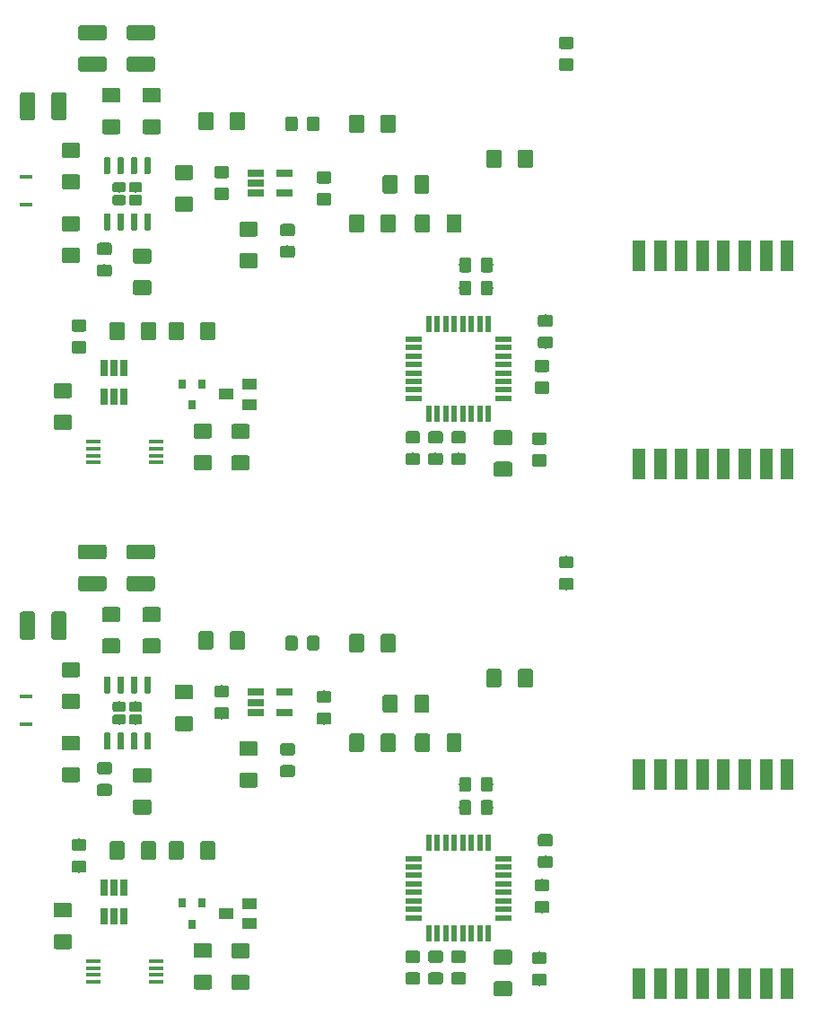
<source format=gtp>
%MOIN*%
%OFA0B0*%
%FSLAX46Y46*%
%IPPOS*%
%LPD*%
%ADD10R,0.055118110236220472X0.03937007874015748*%
%ADD11C,0.0039370078740157488*%
%ADD12C,0.0452755905511811*%
%ADD13R,0.047244094488188976X0.11811023622047245*%
%ADD14R,0.062992125984251982X0.021653543307086617*%
%ADD15R,0.021653543307086617X0.062992125984251982*%
%ADD16C,0.056102362204724414*%
%ADD17R,0.031496062992125991X0.035433070866141732*%
%ADD18R,0.061417322834645675X0.025590551181102365*%
%ADD19R,0.051181102362204731X0.017716535433070866*%
%ADD20R,0.057086614173228349X0.017716535433070866*%
%ADD21C,0.023622047244094488*%
%ADD22C,0.038188976377952759*%
%ADD23R,0.025590551181102365X0.061417322834645675*%
%ADD34R,0.055118110236220472X0.03937007874015748*%
%ADD35C,0.0039370078740157488*%
%ADD36C,0.0452755905511811*%
%ADD37R,0.047244094488188976X0.11811023622047245*%
%ADD38R,0.062992125984251982X0.021653543307086617*%
%ADD39R,0.021653543307086617X0.062992125984251982*%
%ADD40C,0.056102362204724414*%
%ADD41R,0.031496062992125991X0.035433070866141732*%
%ADD42R,0.061417322834645675X0.025590551181102365*%
%ADD43R,0.051181102362204731X0.017716535433070866*%
%ADD44R,0.057086614173228349X0.017716535433070866*%
%ADD45C,0.023622047244094488*%
%ADD46C,0.038188976377952759*%
%ADD47R,0.025590551181102365X0.061417322834645675*%
%LPD*%
D10*
X-0003937007Y0004330708D02*
X0000979685Y0000355708D03*
X0001066299Y0000393110D03*
X0001066299Y0000318307D03*
D11*
G36*
X0000981673Y0001122944D02*
G01*
X0000982628Y0001122802D01*
X0000983565Y0001122568D01*
X0000984475Y0001122242D01*
X0000985348Y0001121829D01*
X0000986176Y0001121333D01*
X0000986952Y0001120757D01*
X0000987668Y0001120109D01*
X0000988317Y0001119393D01*
X0000988892Y0001118617D01*
X0000989388Y0001117789D01*
X0000989801Y0001116916D01*
X0000990127Y0001116006D01*
X0000990362Y0001115069D01*
X0000990503Y0001114114D01*
X0000990551Y0001113149D01*
X0000990551Y0001087558D01*
X0000990503Y0001086594D01*
X0000990362Y0001085638D01*
X0000990127Y0001084701D01*
X0000989801Y0001083792D01*
X0000989388Y0001082919D01*
X0000988892Y0001082090D01*
X0000988317Y0001081315D01*
X0000987668Y0001080599D01*
X0000986952Y0001079950D01*
X0000986176Y0001079375D01*
X0000985348Y0001078878D01*
X0000984475Y0001078465D01*
X0000983565Y0001078140D01*
X0000982628Y0001077905D01*
X0000981673Y0001077763D01*
X0000980708Y0001077716D01*
X0000945275Y0001077716D01*
X0000944310Y0001077763D01*
X0000943355Y0001077905D01*
X0000942418Y0001078140D01*
X0000941508Y0001078465D01*
X0000940635Y0001078878D01*
X0000939807Y0001079375D01*
X0000939031Y0001079950D01*
X0000938315Y0001080599D01*
X0000937667Y0001081315D01*
X0000937091Y0001082090D01*
X0000936595Y0001082919D01*
X0000936182Y0001083792D01*
X0000935856Y0001084701D01*
X0000935622Y0001085638D01*
X0000935480Y0001086594D01*
X0000935433Y0001087558D01*
X0000935433Y0001113149D01*
X0000935480Y0001114114D01*
X0000935622Y0001115069D01*
X0000935856Y0001116006D01*
X0000936182Y0001116916D01*
X0000936595Y0001117789D01*
X0000937091Y0001118617D01*
X0000937667Y0001119393D01*
X0000938315Y0001120109D01*
X0000939031Y0001120757D01*
X0000939807Y0001121333D01*
X0000940635Y0001121829D01*
X0000941508Y0001122242D01*
X0000942418Y0001122568D01*
X0000943355Y0001122802D01*
X0000944310Y0001122944D01*
X0000945275Y0001122992D01*
X0000980708Y0001122992D01*
X0000981673Y0001122944D01*
X0000981673Y0001122944D01*
G37*
D12*
X0000962992Y0001100354D03*
D11*
G36*
X0000981673Y0001203653D02*
G01*
X0000982628Y0001203511D01*
X0000983565Y0001203276D01*
X0000984475Y0001202951D01*
X0000985348Y0001202538D01*
X0000986176Y0001202042D01*
X0000986952Y0001201466D01*
X0000987668Y0001200817D01*
X0000988317Y0001200102D01*
X0000988892Y0001199326D01*
X0000989388Y0001198498D01*
X0000989801Y0001197624D01*
X0000990127Y0001196715D01*
X0000990362Y0001195778D01*
X0000990503Y0001194823D01*
X0000990551Y0001193858D01*
X0000990551Y0001168267D01*
X0000990503Y0001167302D01*
X0000990362Y0001166347D01*
X0000990127Y0001165410D01*
X0000989801Y0001164501D01*
X0000989388Y0001163627D01*
X0000988892Y0001162799D01*
X0000988317Y0001162023D01*
X0000987668Y0001161307D01*
X0000986952Y0001160659D01*
X0000986176Y0001160083D01*
X0000985348Y0001159587D01*
X0000984475Y0001159174D01*
X0000983565Y0001158849D01*
X0000982628Y0001158614D01*
X0000981673Y0001158472D01*
X0000980708Y0001158425D01*
X0000945275Y0001158425D01*
X0000944310Y0001158472D01*
X0000943355Y0001158614D01*
X0000942418Y0001158849D01*
X0000941508Y0001159174D01*
X0000940635Y0001159587D01*
X0000939807Y0001160083D01*
X0000939031Y0001160659D01*
X0000938315Y0001161307D01*
X0000937667Y0001162023D01*
X0000937091Y0001162799D01*
X0000936595Y0001163627D01*
X0000936182Y0001164501D01*
X0000935856Y0001165410D01*
X0000935622Y0001166347D01*
X0000935480Y0001167302D01*
X0000935433Y0001168267D01*
X0000935433Y0001193858D01*
X0000935480Y0001194823D01*
X0000935622Y0001195778D01*
X0000935856Y0001196715D01*
X0000936182Y0001197624D01*
X0000936595Y0001198498D01*
X0000937091Y0001199326D01*
X0000937667Y0001200102D01*
X0000938315Y0001200817D01*
X0000939031Y0001201466D01*
X0000939807Y0001202042D01*
X0000940635Y0001202538D01*
X0000941508Y0001202951D01*
X0000942418Y0001203276D01*
X0000943355Y0001203511D01*
X0000944310Y0001203653D01*
X0000945275Y0001203700D01*
X0000980708Y0001203700D01*
X0000981673Y0001203653D01*
X0000981673Y0001203653D01*
G37*
D12*
X0000962992Y0001181062D03*
D11*
G36*
X0001361673Y0001102944D02*
G01*
X0001362628Y0001102802D01*
X0001363565Y0001102568D01*
X0001364475Y0001102242D01*
X0001365348Y0001101829D01*
X0001366176Y0001101333D01*
X0001366952Y0001100757D01*
X0001367668Y0001100109D01*
X0001368317Y0001099393D01*
X0001368892Y0001098617D01*
X0001369388Y0001097789D01*
X0001369801Y0001096916D01*
X0001370127Y0001096006D01*
X0001370362Y0001095069D01*
X0001370503Y0001094114D01*
X0001370551Y0001093149D01*
X0001370551Y0001067559D01*
X0001370503Y0001066594D01*
X0001370362Y0001065638D01*
X0001370127Y0001064701D01*
X0001369801Y0001063792D01*
X0001369388Y0001062919D01*
X0001368892Y0001062090D01*
X0001368317Y0001061315D01*
X0001367668Y0001060599D01*
X0001366952Y0001059950D01*
X0001366176Y0001059375D01*
X0001365348Y0001058878D01*
X0001364475Y0001058465D01*
X0001363565Y0001058140D01*
X0001362628Y0001057905D01*
X0001361673Y0001057763D01*
X0001360708Y0001057716D01*
X0001325275Y0001057716D01*
X0001324310Y0001057763D01*
X0001323355Y0001057905D01*
X0001322418Y0001058140D01*
X0001321508Y0001058465D01*
X0001320635Y0001058878D01*
X0001319807Y0001059375D01*
X0001319031Y0001059950D01*
X0001318315Y0001060599D01*
X0001317667Y0001061315D01*
X0001317091Y0001062090D01*
X0001316595Y0001062919D01*
X0001316182Y0001063792D01*
X0001315856Y0001064701D01*
X0001315622Y0001065638D01*
X0001315480Y0001066594D01*
X0001315433Y0001067559D01*
X0001315433Y0001093149D01*
X0001315480Y0001094114D01*
X0001315622Y0001095069D01*
X0001315856Y0001096006D01*
X0001316182Y0001096916D01*
X0001316595Y0001097789D01*
X0001317091Y0001098617D01*
X0001317667Y0001099393D01*
X0001318315Y0001100109D01*
X0001319031Y0001100757D01*
X0001319807Y0001101333D01*
X0001320635Y0001101829D01*
X0001321508Y0001102242D01*
X0001322418Y0001102568D01*
X0001323355Y0001102802D01*
X0001324310Y0001102944D01*
X0001325275Y0001102992D01*
X0001360708Y0001102992D01*
X0001361673Y0001102944D01*
X0001361673Y0001102944D01*
G37*
D12*
X0001342992Y0001080354D03*
D11*
G36*
X0001361673Y0001183653D02*
G01*
X0001362628Y0001183511D01*
X0001363565Y0001183276D01*
X0001364475Y0001182951D01*
X0001365348Y0001182538D01*
X0001366176Y0001182042D01*
X0001366952Y0001181466D01*
X0001367668Y0001180817D01*
X0001368317Y0001180102D01*
X0001368892Y0001179326D01*
X0001369388Y0001178498D01*
X0001369801Y0001177624D01*
X0001370127Y0001176715D01*
X0001370362Y0001175778D01*
X0001370503Y0001174822D01*
X0001370551Y0001173858D01*
X0001370551Y0001148267D01*
X0001370503Y0001147302D01*
X0001370362Y0001146347D01*
X0001370127Y0001145410D01*
X0001369801Y0001144501D01*
X0001369388Y0001143627D01*
X0001368892Y0001142799D01*
X0001368317Y0001142023D01*
X0001367668Y0001141307D01*
X0001366952Y0001140659D01*
X0001366176Y0001140083D01*
X0001365348Y0001139587D01*
X0001364475Y0001139174D01*
X0001363565Y0001138849D01*
X0001362628Y0001138614D01*
X0001361673Y0001138472D01*
X0001360708Y0001138425D01*
X0001325275Y0001138425D01*
X0001324310Y0001138472D01*
X0001323355Y0001138614D01*
X0001322418Y0001138849D01*
X0001321508Y0001139174D01*
X0001320635Y0001139587D01*
X0001319807Y0001140083D01*
X0001319031Y0001140659D01*
X0001318315Y0001141307D01*
X0001317667Y0001142023D01*
X0001317091Y0001142799D01*
X0001316595Y0001143627D01*
X0001316182Y0001144501D01*
X0001315856Y0001145410D01*
X0001315622Y0001146347D01*
X0001315480Y0001147302D01*
X0001315433Y0001148267D01*
X0001315433Y0001173858D01*
X0001315480Y0001174822D01*
X0001315622Y0001175778D01*
X0001315856Y0001176715D01*
X0001316182Y0001177624D01*
X0001316595Y0001178498D01*
X0001317091Y0001179326D01*
X0001317667Y0001180102D01*
X0001318315Y0001180817D01*
X0001319031Y0001181466D01*
X0001319807Y0001182042D01*
X0001320635Y0001182538D01*
X0001321508Y0001182951D01*
X0001322418Y0001183276D01*
X0001323355Y0001183511D01*
X0001324310Y0001183653D01*
X0001325275Y0001183700D01*
X0001360708Y0001183700D01*
X0001361673Y0001183653D01*
X0001361673Y0001183653D01*
G37*
D12*
X0001342992Y0001161062D03*
D11*
G36*
X0001962106Y0000778220D02*
G01*
X0001963061Y0000778078D01*
X0001963998Y0000777843D01*
X0001964908Y0000777518D01*
X0001965781Y0000777105D01*
X0001966609Y0000776608D01*
X0001967385Y0000776033D01*
X0001968101Y0000775384D01*
X0001968750Y0000774669D01*
X0001969325Y0000773893D01*
X0001969822Y0000773064D01*
X0001970235Y0000772191D01*
X0001970560Y0000771282D01*
X0001970795Y0000770345D01*
X0001970936Y0000769389D01*
X0001970984Y0000768425D01*
X0001970984Y0000732992D01*
X0001970936Y0000732027D01*
X0001970795Y0000731071D01*
X0001970560Y0000730134D01*
X0001970235Y0000729225D01*
X0001969822Y0000728352D01*
X0001969325Y0000727523D01*
X0001968750Y0000726748D01*
X0001968101Y0000726032D01*
X0001967385Y0000725383D01*
X0001966609Y0000724808D01*
X0001965781Y0000724311D01*
X0001964908Y0000723898D01*
X0001963998Y0000723573D01*
X0001963061Y0000723338D01*
X0001962106Y0000723196D01*
X0001961141Y0000723149D01*
X0001935551Y0000723149D01*
X0001934586Y0000723196D01*
X0001933630Y0000723338D01*
X0001932694Y0000723573D01*
X0001931784Y0000723898D01*
X0001930911Y0000724311D01*
X0001930082Y0000724808D01*
X0001929307Y0000725383D01*
X0001928591Y0000726032D01*
X0001927942Y0000726748D01*
X0001927367Y0000727523D01*
X0001926870Y0000728352D01*
X0001926457Y0000729225D01*
X0001926132Y0000730134D01*
X0001925897Y0000731071D01*
X0001925756Y0000732027D01*
X0001925708Y0000732992D01*
X0001925708Y0000768425D01*
X0001925756Y0000769389D01*
X0001925897Y0000770345D01*
X0001926132Y0000771282D01*
X0001926457Y0000772191D01*
X0001926870Y0000773064D01*
X0001927367Y0000773893D01*
X0001927942Y0000774669D01*
X0001928591Y0000775384D01*
X0001929307Y0000776033D01*
X0001930082Y0000776608D01*
X0001930911Y0000777105D01*
X0001931784Y0000777518D01*
X0001932694Y0000777843D01*
X0001933630Y0000778078D01*
X0001934586Y0000778220D01*
X0001935551Y0000778267D01*
X0001961141Y0000778267D01*
X0001962106Y0000778220D01*
X0001962106Y0000778220D01*
G37*
D12*
X0001948346Y0000750708D03*
D11*
G36*
X0001881397Y0000778220D02*
G01*
X0001882353Y0000778078D01*
X0001883290Y0000777843D01*
X0001884199Y0000777518D01*
X0001885072Y0000777105D01*
X0001885901Y0000776608D01*
X0001886677Y0000776033D01*
X0001887392Y0000775384D01*
X0001888041Y0000774669D01*
X0001888616Y0000773893D01*
X0001889113Y0000773064D01*
X0001889526Y0000772191D01*
X0001889851Y0000771282D01*
X0001890086Y0000770345D01*
X0001890228Y0000769389D01*
X0001890275Y0000768425D01*
X0001890275Y0000732992D01*
X0001890228Y0000732027D01*
X0001890086Y0000731071D01*
X0001889851Y0000730134D01*
X0001889526Y0000729225D01*
X0001889113Y0000728352D01*
X0001888616Y0000727523D01*
X0001888041Y0000726748D01*
X0001887392Y0000726032D01*
X0001886677Y0000725383D01*
X0001885901Y0000724808D01*
X0001885072Y0000724311D01*
X0001884199Y0000723898D01*
X0001883290Y0000723573D01*
X0001882353Y0000723338D01*
X0001881397Y0000723196D01*
X0001880433Y0000723149D01*
X0001854842Y0000723149D01*
X0001853877Y0000723196D01*
X0001852922Y0000723338D01*
X0001851985Y0000723573D01*
X0001851075Y0000723898D01*
X0001850202Y0000724311D01*
X0001849374Y0000724808D01*
X0001848598Y0000725383D01*
X0001847882Y0000726032D01*
X0001847234Y0000726748D01*
X0001846658Y0000727523D01*
X0001846162Y0000728352D01*
X0001845749Y0000729225D01*
X0001845423Y0000730134D01*
X0001845189Y0000731071D01*
X0001845047Y0000732027D01*
X0001845000Y0000732992D01*
X0001845000Y0000768425D01*
X0001845047Y0000769389D01*
X0001845189Y0000770345D01*
X0001845423Y0000771282D01*
X0001845749Y0000772191D01*
X0001846162Y0000773064D01*
X0001846658Y0000773893D01*
X0001847234Y0000774669D01*
X0001847882Y0000775384D01*
X0001848598Y0000776033D01*
X0001849374Y0000776608D01*
X0001850202Y0000777105D01*
X0001851075Y0000777518D01*
X0001851985Y0000777843D01*
X0001852922Y0000778078D01*
X0001853877Y0000778220D01*
X0001854842Y0000778267D01*
X0001880433Y0000778267D01*
X0001881397Y0000778220D01*
X0001881397Y0000778220D01*
G37*
D12*
X0001867637Y0000750708D03*
D11*
G36*
X0001962106Y0000863220D02*
G01*
X0001963061Y0000863078D01*
X0001963998Y0000862843D01*
X0001964908Y0000862518D01*
X0001965781Y0000862105D01*
X0001966609Y0000861608D01*
X0001967385Y0000861033D01*
X0001968101Y0000860384D01*
X0001968750Y0000859669D01*
X0001969325Y0000858893D01*
X0001969822Y0000858064D01*
X0001970235Y0000857191D01*
X0001970560Y0000856282D01*
X0001970795Y0000855345D01*
X0001970936Y0000854389D01*
X0001970984Y0000853425D01*
X0001970984Y0000817992D01*
X0001970936Y0000817027D01*
X0001970795Y0000816071D01*
X0001970560Y0000815134D01*
X0001970235Y0000814225D01*
X0001969822Y0000813352D01*
X0001969325Y0000812523D01*
X0001968750Y0000811748D01*
X0001968101Y0000811032D01*
X0001967385Y0000810383D01*
X0001966609Y0000809808D01*
X0001965781Y0000809311D01*
X0001964908Y0000808898D01*
X0001963998Y0000808573D01*
X0001963061Y0000808338D01*
X0001962106Y0000808197D01*
X0001961141Y0000808149D01*
X0001935551Y0000808149D01*
X0001934586Y0000808197D01*
X0001933630Y0000808338D01*
X0001932694Y0000808573D01*
X0001931784Y0000808898D01*
X0001930911Y0000809311D01*
X0001930082Y0000809808D01*
X0001929307Y0000810383D01*
X0001928591Y0000811032D01*
X0001927942Y0000811748D01*
X0001927367Y0000812523D01*
X0001926870Y0000813352D01*
X0001926457Y0000814225D01*
X0001926132Y0000815134D01*
X0001925897Y0000816071D01*
X0001925756Y0000817027D01*
X0001925708Y0000817992D01*
X0001925708Y0000853425D01*
X0001925756Y0000854389D01*
X0001925897Y0000855345D01*
X0001926132Y0000856282D01*
X0001926457Y0000857191D01*
X0001926870Y0000858064D01*
X0001927367Y0000858893D01*
X0001927942Y0000859669D01*
X0001928591Y0000860384D01*
X0001929307Y0000861033D01*
X0001930082Y0000861608D01*
X0001930911Y0000862105D01*
X0001931784Y0000862518D01*
X0001932694Y0000862843D01*
X0001933630Y0000863078D01*
X0001934586Y0000863220D01*
X0001935551Y0000863267D01*
X0001961141Y0000863267D01*
X0001962106Y0000863220D01*
X0001962106Y0000863220D01*
G37*
D12*
X0001948346Y0000835708D03*
D11*
G36*
X0001881397Y0000863220D02*
G01*
X0001882353Y0000863078D01*
X0001883290Y0000862843D01*
X0001884199Y0000862518D01*
X0001885072Y0000862105D01*
X0001885901Y0000861608D01*
X0001886677Y0000861033D01*
X0001887392Y0000860384D01*
X0001888041Y0000859669D01*
X0001888616Y0000858893D01*
X0001889113Y0000858064D01*
X0001889526Y0000857191D01*
X0001889851Y0000856282D01*
X0001890086Y0000855345D01*
X0001890228Y0000854389D01*
X0001890275Y0000853425D01*
X0001890275Y0000817992D01*
X0001890228Y0000817027D01*
X0001890086Y0000816071D01*
X0001889851Y0000815134D01*
X0001889526Y0000814225D01*
X0001889113Y0000813352D01*
X0001888616Y0000812523D01*
X0001888041Y0000811748D01*
X0001887392Y0000811032D01*
X0001886677Y0000810383D01*
X0001885901Y0000809808D01*
X0001885072Y0000809311D01*
X0001884199Y0000808898D01*
X0001883290Y0000808573D01*
X0001882353Y0000808338D01*
X0001881397Y0000808197D01*
X0001880433Y0000808149D01*
X0001854842Y0000808149D01*
X0001853877Y0000808197D01*
X0001852922Y0000808338D01*
X0001851985Y0000808573D01*
X0001851075Y0000808898D01*
X0001850202Y0000809311D01*
X0001849374Y0000809808D01*
X0001848598Y0000810383D01*
X0001847882Y0000811032D01*
X0001847234Y0000811748D01*
X0001846658Y0000812523D01*
X0001846162Y0000813352D01*
X0001845749Y0000814225D01*
X0001845423Y0000815134D01*
X0001845189Y0000816071D01*
X0001845047Y0000817027D01*
X0001845000Y0000817992D01*
X0001845000Y0000853425D01*
X0001845047Y0000854389D01*
X0001845189Y0000855345D01*
X0001845423Y0000856282D01*
X0001845749Y0000857191D01*
X0001846162Y0000858064D01*
X0001846658Y0000858893D01*
X0001847234Y0000859669D01*
X0001847882Y0000860384D01*
X0001848598Y0000861033D01*
X0001849374Y0000861608D01*
X0001850202Y0000862105D01*
X0001851075Y0000862518D01*
X0001851985Y0000862843D01*
X0001852922Y0000863078D01*
X0001853877Y0000863220D01*
X0001854842Y0000863267D01*
X0001880433Y0000863267D01*
X0001881397Y0000863220D01*
X0001881397Y0000863220D01*
G37*
D12*
X0001867637Y0000835708D03*
D11*
G36*
X0001691673Y0000137944D02*
G01*
X0001692628Y0000137802D01*
X0001693565Y0000137568D01*
X0001694475Y0000137242D01*
X0001695348Y0000136829D01*
X0001696176Y0000136333D01*
X0001696952Y0000135757D01*
X0001697668Y0000135109D01*
X0001698317Y0000134393D01*
X0001698892Y0000133617D01*
X0001699388Y0000132789D01*
X0001699801Y0000131916D01*
X0001700127Y0000131006D01*
X0001700362Y0000130069D01*
X0001700503Y0000129114D01*
X0001700551Y0000128149D01*
X0001700551Y0000102559D01*
X0001700503Y0000101594D01*
X0001700362Y0000100638D01*
X0001700127Y0000099701D01*
X0001699801Y0000098792D01*
X0001699388Y0000097919D01*
X0001698892Y0000097090D01*
X0001698317Y0000096314D01*
X0001697668Y0000095599D01*
X0001696952Y0000094950D01*
X0001696176Y0000094375D01*
X0001695348Y0000093878D01*
X0001694475Y0000093465D01*
X0001693565Y0000093140D01*
X0001692628Y0000092905D01*
X0001691673Y0000092763D01*
X0001690708Y0000092716D01*
X0001655275Y0000092716D01*
X0001654310Y0000092763D01*
X0001653355Y0000092905D01*
X0001652418Y0000093140D01*
X0001651509Y0000093465D01*
X0001650635Y0000093878D01*
X0001649807Y0000094375D01*
X0001649031Y0000094950D01*
X0001648315Y0000095599D01*
X0001647667Y0000096314D01*
X0001647091Y0000097090D01*
X0001646595Y0000097919D01*
X0001646182Y0000098792D01*
X0001645856Y0000099701D01*
X0001645622Y0000100638D01*
X0001645480Y0000101594D01*
X0001645433Y0000102559D01*
X0001645433Y0000128149D01*
X0001645480Y0000129114D01*
X0001645622Y0000130069D01*
X0001645856Y0000131006D01*
X0001646182Y0000131916D01*
X0001646595Y0000132789D01*
X0001647091Y0000133617D01*
X0001647667Y0000134393D01*
X0001648315Y0000135109D01*
X0001649031Y0000135757D01*
X0001649807Y0000136333D01*
X0001650635Y0000136829D01*
X0001651509Y0000137242D01*
X0001652418Y0000137568D01*
X0001653355Y0000137802D01*
X0001654310Y0000137944D01*
X0001655275Y0000137992D01*
X0001690708Y0000137992D01*
X0001691673Y0000137944D01*
X0001691673Y0000137944D01*
G37*
D12*
X0001672992Y0000115354D03*
D11*
G36*
X0001691673Y0000218653D02*
G01*
X0001692628Y0000218511D01*
X0001693565Y0000218276D01*
X0001694475Y0000217951D01*
X0001695348Y0000217538D01*
X0001696176Y0000217042D01*
X0001696952Y0000216466D01*
X0001697668Y0000215817D01*
X0001698317Y0000215102D01*
X0001698892Y0000214326D01*
X0001699388Y0000213497D01*
X0001699801Y0000212624D01*
X0001700127Y0000211715D01*
X0001700362Y0000210778D01*
X0001700503Y0000209822D01*
X0001700551Y0000208858D01*
X0001700551Y0000183267D01*
X0001700503Y0000182302D01*
X0001700362Y0000181347D01*
X0001700127Y0000180410D01*
X0001699801Y0000179501D01*
X0001699388Y0000178627D01*
X0001698892Y0000177799D01*
X0001698317Y0000177023D01*
X0001697668Y0000176307D01*
X0001696952Y0000175659D01*
X0001696176Y0000175083D01*
X0001695348Y0000174587D01*
X0001694475Y0000174174D01*
X0001693565Y0000173848D01*
X0001692628Y0000173614D01*
X0001691673Y0000173472D01*
X0001690708Y0000173425D01*
X0001655275Y0000173425D01*
X0001654310Y0000173472D01*
X0001653355Y0000173614D01*
X0001652418Y0000173848D01*
X0001651509Y0000174174D01*
X0001650635Y0000174587D01*
X0001649807Y0000175083D01*
X0001649031Y0000175659D01*
X0001648315Y0000176307D01*
X0001647667Y0000177023D01*
X0001647091Y0000177799D01*
X0001646595Y0000178627D01*
X0001646182Y0000179501D01*
X0001645856Y0000180410D01*
X0001645622Y0000181347D01*
X0001645480Y0000182302D01*
X0001645433Y0000183267D01*
X0001645433Y0000208858D01*
X0001645480Y0000209822D01*
X0001645622Y0000210778D01*
X0001645856Y0000211715D01*
X0001646182Y0000212624D01*
X0001646595Y0000213497D01*
X0001647091Y0000214326D01*
X0001647667Y0000215102D01*
X0001648315Y0000215817D01*
X0001649031Y0000216466D01*
X0001649807Y0000217042D01*
X0001650635Y0000217538D01*
X0001651509Y0000217951D01*
X0001652418Y0000218276D01*
X0001653355Y0000218511D01*
X0001654310Y0000218653D01*
X0001655275Y0000218700D01*
X0001690708Y0000218700D01*
X0001691673Y0000218653D01*
X0001691673Y0000218653D01*
G37*
D12*
X0001672992Y0000196062D03*
D11*
G36*
X0001776673Y0000137944D02*
G01*
X0001777628Y0000137802D01*
X0001778565Y0000137568D01*
X0001779475Y0000137242D01*
X0001780348Y0000136829D01*
X0001781176Y0000136333D01*
X0001781952Y0000135757D01*
X0001782668Y0000135109D01*
X0001783317Y0000134393D01*
X0001783892Y0000133617D01*
X0001784388Y0000132789D01*
X0001784801Y0000131916D01*
X0001785127Y0000131006D01*
X0001785362Y0000130069D01*
X0001785503Y0000129114D01*
X0001785551Y0000128149D01*
X0001785551Y0000102559D01*
X0001785503Y0000101594D01*
X0001785362Y0000100638D01*
X0001785127Y0000099701D01*
X0001784801Y0000098792D01*
X0001784388Y0000097919D01*
X0001783892Y0000097090D01*
X0001783317Y0000096314D01*
X0001782668Y0000095599D01*
X0001781952Y0000094950D01*
X0001781176Y0000094375D01*
X0001780348Y0000093878D01*
X0001779475Y0000093465D01*
X0001778565Y0000093140D01*
X0001777628Y0000092905D01*
X0001776673Y0000092763D01*
X0001775708Y0000092716D01*
X0001740275Y0000092716D01*
X0001739310Y0000092763D01*
X0001738355Y0000092905D01*
X0001737418Y0000093140D01*
X0001736508Y0000093465D01*
X0001735635Y0000093878D01*
X0001734807Y0000094375D01*
X0001734031Y0000094950D01*
X0001733315Y0000095599D01*
X0001732667Y0000096314D01*
X0001732091Y0000097090D01*
X0001731595Y0000097919D01*
X0001731182Y0000098792D01*
X0001730856Y0000099701D01*
X0001730622Y0000100638D01*
X0001730480Y0000101594D01*
X0001730433Y0000102559D01*
X0001730433Y0000128149D01*
X0001730480Y0000129114D01*
X0001730622Y0000130069D01*
X0001730856Y0000131006D01*
X0001731182Y0000131916D01*
X0001731595Y0000132789D01*
X0001732091Y0000133617D01*
X0001732667Y0000134393D01*
X0001733315Y0000135109D01*
X0001734031Y0000135757D01*
X0001734807Y0000136333D01*
X0001735635Y0000136829D01*
X0001736508Y0000137242D01*
X0001737418Y0000137568D01*
X0001738355Y0000137802D01*
X0001739310Y0000137944D01*
X0001740275Y0000137992D01*
X0001775708Y0000137992D01*
X0001776673Y0000137944D01*
X0001776673Y0000137944D01*
G37*
D12*
X0001757992Y0000115354D03*
D11*
G36*
X0001776673Y0000218653D02*
G01*
X0001777628Y0000218511D01*
X0001778565Y0000218276D01*
X0001779475Y0000217951D01*
X0001780348Y0000217538D01*
X0001781176Y0000217042D01*
X0001781952Y0000216466D01*
X0001782668Y0000215817D01*
X0001783317Y0000215102D01*
X0001783892Y0000214326D01*
X0001784388Y0000213497D01*
X0001784801Y0000212624D01*
X0001785127Y0000211715D01*
X0001785362Y0000210778D01*
X0001785503Y0000209822D01*
X0001785551Y0000208858D01*
X0001785551Y0000183267D01*
X0001785503Y0000182302D01*
X0001785362Y0000181347D01*
X0001785127Y0000180410D01*
X0001784801Y0000179501D01*
X0001784388Y0000178627D01*
X0001783892Y0000177799D01*
X0001783317Y0000177023D01*
X0001782668Y0000176307D01*
X0001781952Y0000175659D01*
X0001781176Y0000175083D01*
X0001780348Y0000174587D01*
X0001779475Y0000174174D01*
X0001778565Y0000173848D01*
X0001777628Y0000173614D01*
X0001776673Y0000173472D01*
X0001775708Y0000173425D01*
X0001740275Y0000173425D01*
X0001739310Y0000173472D01*
X0001738355Y0000173614D01*
X0001737418Y0000173848D01*
X0001736508Y0000174174D01*
X0001735635Y0000174587D01*
X0001734807Y0000175083D01*
X0001734031Y0000175659D01*
X0001733315Y0000176307D01*
X0001732667Y0000177023D01*
X0001732091Y0000177799D01*
X0001731595Y0000178627D01*
X0001731182Y0000179501D01*
X0001730856Y0000180410D01*
X0001730622Y0000181347D01*
X0001730480Y0000182302D01*
X0001730433Y0000183267D01*
X0001730433Y0000208858D01*
X0001730480Y0000209822D01*
X0001730622Y0000210778D01*
X0001730856Y0000211715D01*
X0001731182Y0000212624D01*
X0001731595Y0000213497D01*
X0001732091Y0000214326D01*
X0001732667Y0000215102D01*
X0001733315Y0000215817D01*
X0001734031Y0000216466D01*
X0001734807Y0000217042D01*
X0001735635Y0000217538D01*
X0001736508Y0000217951D01*
X0001737418Y0000218276D01*
X0001738355Y0000218511D01*
X0001739310Y0000218653D01*
X0001740275Y0000218700D01*
X0001775708Y0000218700D01*
X0001776673Y0000218653D01*
X0001776673Y0000218653D01*
G37*
D12*
X0001757992Y0000196062D03*
D11*
G36*
X0001861673Y0000137944D02*
G01*
X0001862628Y0000137802D01*
X0001863565Y0000137568D01*
X0001864475Y0000137242D01*
X0001865348Y0000136829D01*
X0001866176Y0000136333D01*
X0001866952Y0000135757D01*
X0001867668Y0000135109D01*
X0001868317Y0000134393D01*
X0001868892Y0000133617D01*
X0001869388Y0000132789D01*
X0001869801Y0000131916D01*
X0001870127Y0000131006D01*
X0001870362Y0000130069D01*
X0001870503Y0000129114D01*
X0001870551Y0000128149D01*
X0001870551Y0000102559D01*
X0001870503Y0000101594D01*
X0001870362Y0000100638D01*
X0001870127Y0000099701D01*
X0001869801Y0000098792D01*
X0001869388Y0000097919D01*
X0001868892Y0000097090D01*
X0001868317Y0000096314D01*
X0001867668Y0000095599D01*
X0001866952Y0000094950D01*
X0001866176Y0000094375D01*
X0001865348Y0000093878D01*
X0001864475Y0000093465D01*
X0001863565Y0000093140D01*
X0001862628Y0000092905D01*
X0001861673Y0000092763D01*
X0001860708Y0000092716D01*
X0001825275Y0000092716D01*
X0001824310Y0000092763D01*
X0001823355Y0000092905D01*
X0001822418Y0000093140D01*
X0001821509Y0000093465D01*
X0001820635Y0000093878D01*
X0001819807Y0000094375D01*
X0001819031Y0000094950D01*
X0001818315Y0000095599D01*
X0001817667Y0000096314D01*
X0001817091Y0000097090D01*
X0001816595Y0000097919D01*
X0001816182Y0000098792D01*
X0001815856Y0000099701D01*
X0001815622Y0000100638D01*
X0001815480Y0000101594D01*
X0001815433Y0000102559D01*
X0001815433Y0000128149D01*
X0001815480Y0000129114D01*
X0001815622Y0000130069D01*
X0001815856Y0000131006D01*
X0001816182Y0000131916D01*
X0001816595Y0000132789D01*
X0001817091Y0000133617D01*
X0001817667Y0000134393D01*
X0001818315Y0000135109D01*
X0001819031Y0000135757D01*
X0001819807Y0000136333D01*
X0001820635Y0000136829D01*
X0001821509Y0000137242D01*
X0001822418Y0000137568D01*
X0001823355Y0000137802D01*
X0001824310Y0000137944D01*
X0001825275Y0000137992D01*
X0001860708Y0000137992D01*
X0001861673Y0000137944D01*
X0001861673Y0000137944D01*
G37*
D12*
X0001842992Y0000115354D03*
D11*
G36*
X0001861673Y0000218653D02*
G01*
X0001862628Y0000218511D01*
X0001863565Y0000218276D01*
X0001864475Y0000217951D01*
X0001865348Y0000217538D01*
X0001866176Y0000217042D01*
X0001866952Y0000216466D01*
X0001867668Y0000215817D01*
X0001868317Y0000215102D01*
X0001868892Y0000214326D01*
X0001869388Y0000213497D01*
X0001869801Y0000212624D01*
X0001870127Y0000211715D01*
X0001870362Y0000210778D01*
X0001870503Y0000209822D01*
X0001870551Y0000208858D01*
X0001870551Y0000183267D01*
X0001870503Y0000182302D01*
X0001870362Y0000181347D01*
X0001870127Y0000180410D01*
X0001869801Y0000179501D01*
X0001869388Y0000178627D01*
X0001868892Y0000177799D01*
X0001868317Y0000177023D01*
X0001867668Y0000176307D01*
X0001866952Y0000175659D01*
X0001866176Y0000175083D01*
X0001865348Y0000174587D01*
X0001864475Y0000174174D01*
X0001863565Y0000173848D01*
X0001862628Y0000173614D01*
X0001861673Y0000173472D01*
X0001860708Y0000173425D01*
X0001825275Y0000173425D01*
X0001824310Y0000173472D01*
X0001823355Y0000173614D01*
X0001822418Y0000173848D01*
X0001821509Y0000174174D01*
X0001820635Y0000174587D01*
X0001819807Y0000175083D01*
X0001819031Y0000175659D01*
X0001818315Y0000176307D01*
X0001817667Y0000177023D01*
X0001817091Y0000177799D01*
X0001816595Y0000178627D01*
X0001816182Y0000179501D01*
X0001815856Y0000180410D01*
X0001815622Y0000181347D01*
X0001815480Y0000182302D01*
X0001815433Y0000183267D01*
X0001815433Y0000208858D01*
X0001815480Y0000209822D01*
X0001815622Y0000210778D01*
X0001815856Y0000211715D01*
X0001816182Y0000212624D01*
X0001816595Y0000213497D01*
X0001817091Y0000214326D01*
X0001817667Y0000215102D01*
X0001818315Y0000215817D01*
X0001819031Y0000216466D01*
X0001819807Y0000217042D01*
X0001820635Y0000217538D01*
X0001821509Y0000217951D01*
X0001822418Y0000218276D01*
X0001823355Y0000218511D01*
X0001824310Y0000218653D01*
X0001825275Y0000218700D01*
X0001860708Y0000218700D01*
X0001861673Y0000218653D01*
X0001861673Y0000218653D01*
G37*
D12*
X0001842992Y0000196062D03*
D11*
G36*
X0002171673Y0000402944D02*
G01*
X0002172628Y0000402802D01*
X0002173565Y0000402568D01*
X0002174475Y0000402242D01*
X0002175348Y0000401829D01*
X0002176176Y0000401333D01*
X0002176952Y0000400757D01*
X0002177668Y0000400109D01*
X0002178317Y0000399393D01*
X0002178892Y0000398617D01*
X0002179388Y0000397789D01*
X0002179801Y0000396916D01*
X0002180127Y0000396006D01*
X0002180362Y0000395069D01*
X0002180503Y0000394114D01*
X0002180551Y0000393149D01*
X0002180551Y0000367559D01*
X0002180503Y0000366594D01*
X0002180362Y0000365638D01*
X0002180127Y0000364701D01*
X0002179801Y0000363792D01*
X0002179388Y0000362919D01*
X0002178892Y0000362090D01*
X0002178317Y0000361315D01*
X0002177668Y0000360599D01*
X0002176952Y0000359950D01*
X0002176176Y0000359375D01*
X0002175348Y0000358878D01*
X0002174475Y0000358465D01*
X0002173565Y0000358140D01*
X0002172628Y0000357905D01*
X0002171673Y0000357763D01*
X0002170708Y0000357716D01*
X0002135275Y0000357716D01*
X0002134310Y0000357763D01*
X0002133355Y0000357905D01*
X0002132418Y0000358140D01*
X0002131509Y0000358465D01*
X0002130635Y0000358878D01*
X0002129807Y0000359375D01*
X0002129031Y0000359950D01*
X0002128315Y0000360599D01*
X0002127667Y0000361315D01*
X0002127091Y0000362090D01*
X0002126595Y0000362919D01*
X0002126182Y0000363792D01*
X0002125856Y0000364701D01*
X0002125622Y0000365638D01*
X0002125480Y0000366594D01*
X0002125433Y0000367559D01*
X0002125433Y0000393149D01*
X0002125480Y0000394114D01*
X0002125622Y0000395069D01*
X0002125856Y0000396006D01*
X0002126182Y0000396916D01*
X0002126595Y0000397789D01*
X0002127091Y0000398617D01*
X0002127667Y0000399393D01*
X0002128315Y0000400109D01*
X0002129031Y0000400757D01*
X0002129807Y0000401333D01*
X0002130635Y0000401829D01*
X0002131509Y0000402242D01*
X0002132418Y0000402568D01*
X0002133355Y0000402802D01*
X0002134310Y0000402944D01*
X0002135275Y0000402992D01*
X0002170708Y0000402992D01*
X0002171673Y0000402944D01*
X0002171673Y0000402944D01*
G37*
D12*
X0002152992Y0000380354D03*
D11*
G36*
X0002171673Y0000483653D02*
G01*
X0002172628Y0000483511D01*
X0002173565Y0000483276D01*
X0002174475Y0000482951D01*
X0002175348Y0000482538D01*
X0002176176Y0000482042D01*
X0002176952Y0000481466D01*
X0002177668Y0000480817D01*
X0002178317Y0000480102D01*
X0002178892Y0000479326D01*
X0002179388Y0000478498D01*
X0002179801Y0000477624D01*
X0002180127Y0000476715D01*
X0002180362Y0000475778D01*
X0002180503Y0000474823D01*
X0002180551Y0000473858D01*
X0002180551Y0000448267D01*
X0002180503Y0000447302D01*
X0002180362Y0000446347D01*
X0002180127Y0000445410D01*
X0002179801Y0000444501D01*
X0002179388Y0000443627D01*
X0002178892Y0000442799D01*
X0002178317Y0000442023D01*
X0002177668Y0000441307D01*
X0002176952Y0000440659D01*
X0002176176Y0000440083D01*
X0002175348Y0000439587D01*
X0002174475Y0000439174D01*
X0002173565Y0000438849D01*
X0002172628Y0000438614D01*
X0002171673Y0000438472D01*
X0002170708Y0000438425D01*
X0002135275Y0000438425D01*
X0002134310Y0000438472D01*
X0002133355Y0000438614D01*
X0002132418Y0000438849D01*
X0002131509Y0000439174D01*
X0002130635Y0000439587D01*
X0002129807Y0000440083D01*
X0002129031Y0000440659D01*
X0002128315Y0000441307D01*
X0002127667Y0000442023D01*
X0002127091Y0000442799D01*
X0002126595Y0000443627D01*
X0002126182Y0000444501D01*
X0002125856Y0000445410D01*
X0002125622Y0000446347D01*
X0002125480Y0000447302D01*
X0002125433Y0000448267D01*
X0002125433Y0000473858D01*
X0002125480Y0000474823D01*
X0002125622Y0000475778D01*
X0002125856Y0000476715D01*
X0002126182Y0000477624D01*
X0002126595Y0000478498D01*
X0002127091Y0000479326D01*
X0002127667Y0000480102D01*
X0002128315Y0000480817D01*
X0002129031Y0000481466D01*
X0002129807Y0000482042D01*
X0002130635Y0000482538D01*
X0002131509Y0000482951D01*
X0002132418Y0000483276D01*
X0002133355Y0000483511D01*
X0002134310Y0000483653D01*
X0002135275Y0000483700D01*
X0002170708Y0000483700D01*
X0002171673Y0000483653D01*
X0002171673Y0000483653D01*
G37*
D12*
X0002152992Y0000461062D03*
D11*
G36*
X0002184173Y0000570444D02*
G01*
X0002185128Y0000570302D01*
X0002186065Y0000570068D01*
X0002186975Y0000569742D01*
X0002187848Y0000569329D01*
X0002188676Y0000568833D01*
X0002189452Y0000568257D01*
X0002190168Y0000567609D01*
X0002190817Y0000566893D01*
X0002191392Y0000566117D01*
X0002191888Y0000565289D01*
X0002192301Y0000564416D01*
X0002192627Y0000563506D01*
X0002192862Y0000562569D01*
X0002193003Y0000561614D01*
X0002193051Y0000560649D01*
X0002193051Y0000535058D01*
X0002193003Y0000534094D01*
X0002192862Y0000533138D01*
X0002192627Y0000532201D01*
X0002192301Y0000531292D01*
X0002191888Y0000530419D01*
X0002191392Y0000529590D01*
X0002190817Y0000528814D01*
X0002190168Y0000528099D01*
X0002189452Y0000527450D01*
X0002188676Y0000526875D01*
X0002187848Y0000526378D01*
X0002186975Y0000525965D01*
X0002186065Y0000525640D01*
X0002185128Y0000525405D01*
X0002184173Y0000525263D01*
X0002183208Y0000525216D01*
X0002147775Y0000525216D01*
X0002146810Y0000525263D01*
X0002145855Y0000525405D01*
X0002144918Y0000525640D01*
X0002144009Y0000525965D01*
X0002143135Y0000526378D01*
X0002142307Y0000526875D01*
X0002141531Y0000527450D01*
X0002140815Y0000528099D01*
X0002140167Y0000528814D01*
X0002139591Y0000529590D01*
X0002139095Y0000530419D01*
X0002138682Y0000531292D01*
X0002138356Y0000532201D01*
X0002138122Y0000533138D01*
X0002137980Y0000534094D01*
X0002137933Y0000535058D01*
X0002137933Y0000560649D01*
X0002137980Y0000561614D01*
X0002138122Y0000562569D01*
X0002138356Y0000563506D01*
X0002138682Y0000564416D01*
X0002139095Y0000565289D01*
X0002139591Y0000566117D01*
X0002140167Y0000566893D01*
X0002140815Y0000567609D01*
X0002141531Y0000568257D01*
X0002142307Y0000568833D01*
X0002143135Y0000569329D01*
X0002144009Y0000569742D01*
X0002144918Y0000570068D01*
X0002145855Y0000570302D01*
X0002146810Y0000570444D01*
X0002147775Y0000570492D01*
X0002183208Y0000570492D01*
X0002184173Y0000570444D01*
X0002184173Y0000570444D01*
G37*
D12*
X0002165492Y0000547854D03*
D11*
G36*
X0002184173Y0000651153D02*
G01*
X0002185128Y0000651011D01*
X0002186065Y0000650776D01*
X0002186975Y0000650451D01*
X0002187848Y0000650038D01*
X0002188676Y0000649542D01*
X0002189452Y0000648966D01*
X0002190168Y0000648317D01*
X0002190817Y0000647602D01*
X0002191392Y0000646826D01*
X0002191888Y0000645997D01*
X0002192301Y0000645124D01*
X0002192627Y0000644215D01*
X0002192862Y0000643278D01*
X0002193003Y0000642323D01*
X0002193051Y0000641358D01*
X0002193051Y0000615767D01*
X0002193003Y0000614802D01*
X0002192862Y0000613847D01*
X0002192627Y0000612910D01*
X0002192301Y0000612001D01*
X0002191888Y0000611127D01*
X0002191392Y0000610299D01*
X0002190817Y0000609523D01*
X0002190168Y0000608807D01*
X0002189452Y0000608159D01*
X0002188676Y0000607583D01*
X0002187848Y0000607087D01*
X0002186975Y0000606674D01*
X0002186065Y0000606348D01*
X0002185128Y0000606114D01*
X0002184173Y0000605972D01*
X0002183208Y0000605925D01*
X0002147775Y0000605925D01*
X0002146810Y0000605972D01*
X0002145855Y0000606114D01*
X0002144918Y0000606348D01*
X0002144009Y0000606674D01*
X0002143135Y0000607087D01*
X0002142307Y0000607583D01*
X0002141531Y0000608159D01*
X0002140815Y0000608807D01*
X0002140167Y0000609523D01*
X0002139591Y0000610299D01*
X0002139095Y0000611127D01*
X0002138682Y0000612001D01*
X0002138356Y0000612910D01*
X0002138122Y0000613847D01*
X0002137980Y0000614802D01*
X0002137933Y0000615767D01*
X0002137933Y0000641358D01*
X0002137980Y0000642323D01*
X0002138122Y0000643278D01*
X0002138356Y0000644215D01*
X0002138682Y0000645124D01*
X0002139095Y0000645997D01*
X0002139591Y0000646826D01*
X0002140167Y0000647602D01*
X0002140815Y0000648317D01*
X0002141531Y0000648966D01*
X0002142307Y0000649542D01*
X0002143135Y0000650038D01*
X0002144009Y0000650451D01*
X0002144918Y0000650776D01*
X0002145855Y0000651011D01*
X0002146810Y0000651153D01*
X0002147775Y0000651200D01*
X0002183208Y0000651200D01*
X0002184173Y0000651153D01*
X0002184173Y0000651153D01*
G37*
D12*
X0002165492Y0000628562D03*
D11*
G36*
X0002161673Y0000132944D02*
G01*
X0002162628Y0000132802D01*
X0002163565Y0000132568D01*
X0002164475Y0000132242D01*
X0002165348Y0000131829D01*
X0002166176Y0000131333D01*
X0002166952Y0000130757D01*
X0002167668Y0000130109D01*
X0002168317Y0000129393D01*
X0002168892Y0000128617D01*
X0002169388Y0000127789D01*
X0002169801Y0000126916D01*
X0002170127Y0000126006D01*
X0002170362Y0000125069D01*
X0002170503Y0000124114D01*
X0002170551Y0000123149D01*
X0002170551Y0000097558D01*
X0002170503Y0000096594D01*
X0002170362Y0000095638D01*
X0002170127Y0000094701D01*
X0002169801Y0000093792D01*
X0002169388Y0000092919D01*
X0002168892Y0000092090D01*
X0002168317Y0000091314D01*
X0002167668Y0000090599D01*
X0002166952Y0000089950D01*
X0002166176Y0000089375D01*
X0002165348Y0000088878D01*
X0002164475Y0000088465D01*
X0002163565Y0000088140D01*
X0002162628Y0000087905D01*
X0002161673Y0000087763D01*
X0002160708Y0000087716D01*
X0002125275Y0000087716D01*
X0002124310Y0000087763D01*
X0002123355Y0000087905D01*
X0002122418Y0000088140D01*
X0002121508Y0000088465D01*
X0002120635Y0000088878D01*
X0002119807Y0000089375D01*
X0002119031Y0000089950D01*
X0002118315Y0000090599D01*
X0002117667Y0000091314D01*
X0002117091Y0000092090D01*
X0002116595Y0000092919D01*
X0002116182Y0000093792D01*
X0002115856Y0000094701D01*
X0002115622Y0000095638D01*
X0002115480Y0000096594D01*
X0002115433Y0000097558D01*
X0002115433Y0000123149D01*
X0002115480Y0000124114D01*
X0002115622Y0000125069D01*
X0002115856Y0000126006D01*
X0002116182Y0000126916D01*
X0002116595Y0000127789D01*
X0002117091Y0000128617D01*
X0002117667Y0000129393D01*
X0002118315Y0000130109D01*
X0002119031Y0000130757D01*
X0002119807Y0000131333D01*
X0002120635Y0000131829D01*
X0002121508Y0000132242D01*
X0002122418Y0000132568D01*
X0002123355Y0000132802D01*
X0002124310Y0000132944D01*
X0002125275Y0000132992D01*
X0002160708Y0000132992D01*
X0002161673Y0000132944D01*
X0002161673Y0000132944D01*
G37*
D12*
X0002142992Y0000110354D03*
D11*
G36*
X0002161673Y0000213653D02*
G01*
X0002162628Y0000213511D01*
X0002163565Y0000213276D01*
X0002164475Y0000212951D01*
X0002165348Y0000212538D01*
X0002166176Y0000212042D01*
X0002166952Y0000211466D01*
X0002167668Y0000210817D01*
X0002168317Y0000210102D01*
X0002168892Y0000209326D01*
X0002169388Y0000208498D01*
X0002169801Y0000207624D01*
X0002170127Y0000206715D01*
X0002170362Y0000205778D01*
X0002170503Y0000204823D01*
X0002170551Y0000203858D01*
X0002170551Y0000178267D01*
X0002170503Y0000177302D01*
X0002170362Y0000176347D01*
X0002170127Y0000175410D01*
X0002169801Y0000174501D01*
X0002169388Y0000173627D01*
X0002168892Y0000172799D01*
X0002168317Y0000172023D01*
X0002167668Y0000171307D01*
X0002166952Y0000170659D01*
X0002166176Y0000170083D01*
X0002165348Y0000169587D01*
X0002164475Y0000169174D01*
X0002163565Y0000168848D01*
X0002162628Y0000168614D01*
X0002161673Y0000168472D01*
X0002160708Y0000168425D01*
X0002125275Y0000168425D01*
X0002124310Y0000168472D01*
X0002123355Y0000168614D01*
X0002122418Y0000168848D01*
X0002121508Y0000169174D01*
X0002120635Y0000169587D01*
X0002119807Y0000170083D01*
X0002119031Y0000170659D01*
X0002118315Y0000171307D01*
X0002117667Y0000172023D01*
X0002117091Y0000172799D01*
X0002116595Y0000173627D01*
X0002116182Y0000174501D01*
X0002115856Y0000175410D01*
X0002115622Y0000176347D01*
X0002115480Y0000177302D01*
X0002115433Y0000178267D01*
X0002115433Y0000203858D01*
X0002115480Y0000204823D01*
X0002115622Y0000205778D01*
X0002115856Y0000206715D01*
X0002116182Y0000207624D01*
X0002116595Y0000208498D01*
X0002117091Y0000209326D01*
X0002117667Y0000210102D01*
X0002118315Y0000210817D01*
X0002119031Y0000211466D01*
X0002119807Y0000212042D01*
X0002120635Y0000212538D01*
X0002121508Y0000212951D01*
X0002122418Y0000213276D01*
X0002123355Y0000213511D01*
X0002124310Y0000213653D01*
X0002125275Y0000213700D01*
X0002160708Y0000213700D01*
X0002161673Y0000213653D01*
X0002161673Y0000213653D01*
G37*
D12*
X0002142992Y0000191062D03*
D11*
G36*
X0000451673Y0000552944D02*
G01*
X0000452628Y0000552802D01*
X0000453565Y0000552568D01*
X0000454475Y0000552242D01*
X0000455348Y0000551829D01*
X0000456176Y0000551333D01*
X0000456952Y0000550757D01*
X0000457668Y0000550109D01*
X0000458317Y0000549393D01*
X0000458892Y0000548617D01*
X0000459388Y0000547789D01*
X0000459801Y0000546916D01*
X0000460127Y0000546006D01*
X0000460362Y0000545069D01*
X0000460503Y0000544114D01*
X0000460551Y0000543149D01*
X0000460551Y0000517559D01*
X0000460503Y0000516594D01*
X0000460362Y0000515638D01*
X0000460127Y0000514701D01*
X0000459801Y0000513792D01*
X0000459388Y0000512919D01*
X0000458892Y0000512090D01*
X0000458317Y0000511315D01*
X0000457668Y0000510599D01*
X0000456952Y0000509950D01*
X0000456176Y0000509375D01*
X0000455348Y0000508878D01*
X0000454475Y0000508465D01*
X0000453565Y0000508140D01*
X0000452628Y0000507905D01*
X0000451673Y0000507763D01*
X0000450708Y0000507716D01*
X0000415275Y0000507716D01*
X0000414310Y0000507763D01*
X0000413355Y0000507905D01*
X0000412418Y0000508140D01*
X0000411509Y0000508465D01*
X0000410635Y0000508878D01*
X0000409807Y0000509375D01*
X0000409031Y0000509950D01*
X0000408315Y0000510599D01*
X0000407667Y0000511315D01*
X0000407091Y0000512090D01*
X0000406595Y0000512919D01*
X0000406182Y0000513792D01*
X0000405856Y0000514701D01*
X0000405622Y0000515638D01*
X0000405480Y0000516594D01*
X0000405433Y0000517559D01*
X0000405433Y0000543149D01*
X0000405480Y0000544114D01*
X0000405622Y0000545069D01*
X0000405856Y0000546006D01*
X0000406182Y0000546916D01*
X0000406595Y0000547789D01*
X0000407091Y0000548617D01*
X0000407667Y0000549393D01*
X0000408315Y0000550109D01*
X0000409031Y0000550757D01*
X0000409807Y0000551333D01*
X0000410635Y0000551829D01*
X0000411509Y0000552242D01*
X0000412418Y0000552568D01*
X0000413355Y0000552802D01*
X0000414310Y0000552944D01*
X0000415275Y0000552992D01*
X0000450708Y0000552992D01*
X0000451673Y0000552944D01*
X0000451673Y0000552944D01*
G37*
D12*
X0000432992Y0000530354D03*
D11*
G36*
X0000451673Y0000633653D02*
G01*
X0000452628Y0000633511D01*
X0000453565Y0000633276D01*
X0000454475Y0000632951D01*
X0000455348Y0000632538D01*
X0000456176Y0000632042D01*
X0000456952Y0000631466D01*
X0000457668Y0000630817D01*
X0000458317Y0000630102D01*
X0000458892Y0000629326D01*
X0000459388Y0000628497D01*
X0000459801Y0000627624D01*
X0000460127Y0000626715D01*
X0000460362Y0000625778D01*
X0000460503Y0000624822D01*
X0000460551Y0000623858D01*
X0000460551Y0000598267D01*
X0000460503Y0000597302D01*
X0000460362Y0000596347D01*
X0000460127Y0000595410D01*
X0000459801Y0000594501D01*
X0000459388Y0000593627D01*
X0000458892Y0000592799D01*
X0000458317Y0000592023D01*
X0000457668Y0000591307D01*
X0000456952Y0000590659D01*
X0000456176Y0000590083D01*
X0000455348Y0000589587D01*
X0000454475Y0000589174D01*
X0000453565Y0000588849D01*
X0000452628Y0000588614D01*
X0000451673Y0000588472D01*
X0000450708Y0000588425D01*
X0000415275Y0000588425D01*
X0000414310Y0000588472D01*
X0000413355Y0000588614D01*
X0000412418Y0000588849D01*
X0000411509Y0000589174D01*
X0000410635Y0000589587D01*
X0000409807Y0000590083D01*
X0000409031Y0000590659D01*
X0000408315Y0000591307D01*
X0000407667Y0000592023D01*
X0000407091Y0000592799D01*
X0000406595Y0000593627D01*
X0000406182Y0000594501D01*
X0000405856Y0000595410D01*
X0000405622Y0000596347D01*
X0000405480Y0000597302D01*
X0000405433Y0000598267D01*
X0000405433Y0000623858D01*
X0000405480Y0000624822D01*
X0000405622Y0000625778D01*
X0000405856Y0000626715D01*
X0000406182Y0000627624D01*
X0000406595Y0000628497D01*
X0000407091Y0000629326D01*
X0000407667Y0000630102D01*
X0000408315Y0000630817D01*
X0000409031Y0000631466D01*
X0000409807Y0000632042D01*
X0000410635Y0000632538D01*
X0000411509Y0000632951D01*
X0000412418Y0000633276D01*
X0000413355Y0000633511D01*
X0000414310Y0000633653D01*
X0000415275Y0000633700D01*
X0000450708Y0000633700D01*
X0000451673Y0000633653D01*
X0000451673Y0000633653D01*
G37*
D12*
X0000432992Y0000611062D03*
D11*
G36*
X0001226673Y0000907944D02*
G01*
X0001227628Y0000907802D01*
X0001228565Y0000907568D01*
X0001229475Y0000907242D01*
X0001230348Y0000906829D01*
X0001231176Y0000906333D01*
X0001231952Y0000905757D01*
X0001232668Y0000905109D01*
X0001233317Y0000904393D01*
X0001233892Y0000903617D01*
X0001234388Y0000902789D01*
X0001234801Y0000901916D01*
X0001235127Y0000901006D01*
X0001235362Y0000900069D01*
X0001235503Y0000899114D01*
X0001235551Y0000898149D01*
X0001235551Y0000872559D01*
X0001235503Y0000871594D01*
X0001235362Y0000870638D01*
X0001235127Y0000869701D01*
X0001234801Y0000868792D01*
X0001234388Y0000867919D01*
X0001233892Y0000867090D01*
X0001233317Y0000866315D01*
X0001232668Y0000865599D01*
X0001231952Y0000864950D01*
X0001231176Y0000864375D01*
X0001230348Y0000863878D01*
X0001229475Y0000863465D01*
X0001228565Y0000863140D01*
X0001227628Y0000862905D01*
X0001226673Y0000862763D01*
X0001225708Y0000862716D01*
X0001190275Y0000862716D01*
X0001189310Y0000862763D01*
X0001188355Y0000862905D01*
X0001187418Y0000863140D01*
X0001186508Y0000863465D01*
X0001185635Y0000863878D01*
X0001184807Y0000864375D01*
X0001184031Y0000864950D01*
X0001183315Y0000865599D01*
X0001182667Y0000866315D01*
X0001182091Y0000867090D01*
X0001181595Y0000867919D01*
X0001181182Y0000868792D01*
X0001180856Y0000869701D01*
X0001180622Y0000870638D01*
X0001180480Y0000871594D01*
X0001180433Y0000872559D01*
X0001180433Y0000898149D01*
X0001180480Y0000899114D01*
X0001180622Y0000900069D01*
X0001180856Y0000901006D01*
X0001181182Y0000901916D01*
X0001181595Y0000902789D01*
X0001182091Y0000903617D01*
X0001182667Y0000904393D01*
X0001183315Y0000905109D01*
X0001184031Y0000905757D01*
X0001184807Y0000906333D01*
X0001185635Y0000906829D01*
X0001186508Y0000907242D01*
X0001187418Y0000907568D01*
X0001188355Y0000907802D01*
X0001189310Y0000907944D01*
X0001190275Y0000907992D01*
X0001225708Y0000907992D01*
X0001226673Y0000907944D01*
X0001226673Y0000907944D01*
G37*
D12*
X0001207992Y0000885354D03*
D11*
G36*
X0001226673Y0000988653D02*
G01*
X0001227628Y0000988511D01*
X0001228565Y0000988276D01*
X0001229475Y0000987951D01*
X0001230348Y0000987538D01*
X0001231176Y0000987042D01*
X0001231952Y0000986466D01*
X0001232668Y0000985817D01*
X0001233317Y0000985102D01*
X0001233892Y0000984326D01*
X0001234388Y0000983498D01*
X0001234801Y0000982624D01*
X0001235127Y0000981715D01*
X0001235362Y0000980778D01*
X0001235503Y0000979823D01*
X0001235551Y0000978858D01*
X0001235551Y0000953267D01*
X0001235503Y0000952302D01*
X0001235362Y0000951347D01*
X0001235127Y0000950410D01*
X0001234801Y0000949501D01*
X0001234388Y0000948627D01*
X0001233892Y0000947799D01*
X0001233317Y0000947023D01*
X0001232668Y0000946307D01*
X0001231952Y0000945659D01*
X0001231176Y0000945083D01*
X0001230348Y0000944587D01*
X0001229475Y0000944174D01*
X0001228565Y0000943849D01*
X0001227628Y0000943614D01*
X0001226673Y0000943472D01*
X0001225708Y0000943425D01*
X0001190275Y0000943425D01*
X0001189310Y0000943472D01*
X0001188355Y0000943614D01*
X0001187418Y0000943849D01*
X0001186508Y0000944174D01*
X0001185635Y0000944587D01*
X0001184807Y0000945083D01*
X0001184031Y0000945659D01*
X0001183315Y0000946307D01*
X0001182667Y0000947023D01*
X0001182091Y0000947799D01*
X0001181595Y0000948627D01*
X0001181182Y0000949501D01*
X0001180856Y0000950410D01*
X0001180622Y0000951347D01*
X0001180480Y0000952302D01*
X0001180433Y0000953267D01*
X0001180433Y0000978858D01*
X0001180480Y0000979823D01*
X0001180622Y0000980778D01*
X0001180856Y0000981715D01*
X0001181182Y0000982624D01*
X0001181595Y0000983498D01*
X0001182091Y0000984326D01*
X0001182667Y0000985102D01*
X0001183315Y0000985817D01*
X0001184031Y0000986466D01*
X0001184807Y0000987042D01*
X0001185635Y0000987538D01*
X0001186508Y0000987951D01*
X0001187418Y0000988276D01*
X0001188355Y0000988511D01*
X0001189310Y0000988653D01*
X0001190275Y0000988700D01*
X0001225708Y0000988700D01*
X0001226673Y0000988653D01*
X0001226673Y0000988653D01*
G37*
D12*
X0001207992Y0000966062D03*
D11*
G36*
X0001317106Y0001388220D02*
G01*
X0001318061Y0001388078D01*
X0001318998Y0001387843D01*
X0001319908Y0001387518D01*
X0001320781Y0001387105D01*
X0001321609Y0001386608D01*
X0001322385Y0001386033D01*
X0001323101Y0001385384D01*
X0001323750Y0001384669D01*
X0001324325Y0001383893D01*
X0001324822Y0001383064D01*
X0001325235Y0001382191D01*
X0001325560Y0001381282D01*
X0001325795Y0001380345D01*
X0001325936Y0001379389D01*
X0001325984Y0001378425D01*
X0001325984Y0001342992D01*
X0001325936Y0001342027D01*
X0001325795Y0001341071D01*
X0001325560Y0001340134D01*
X0001325235Y0001339225D01*
X0001324822Y0001338352D01*
X0001324325Y0001337523D01*
X0001323750Y0001336748D01*
X0001323101Y0001336032D01*
X0001322385Y0001335383D01*
X0001321609Y0001334808D01*
X0001320781Y0001334311D01*
X0001319908Y0001333898D01*
X0001318998Y0001333573D01*
X0001318061Y0001333338D01*
X0001317106Y0001333196D01*
X0001316141Y0001333149D01*
X0001290551Y0001333149D01*
X0001289586Y0001333196D01*
X0001288630Y0001333338D01*
X0001287693Y0001333573D01*
X0001286784Y0001333898D01*
X0001285911Y0001334311D01*
X0001285082Y0001334808D01*
X0001284307Y0001335383D01*
X0001283591Y0001336032D01*
X0001282942Y0001336748D01*
X0001282367Y0001337523D01*
X0001281870Y0001338352D01*
X0001281457Y0001339225D01*
X0001281132Y0001340134D01*
X0001280897Y0001341071D01*
X0001280756Y0001342027D01*
X0001280708Y0001342992D01*
X0001280708Y0001378425D01*
X0001280756Y0001379389D01*
X0001280897Y0001380345D01*
X0001281132Y0001381282D01*
X0001281457Y0001382191D01*
X0001281870Y0001383064D01*
X0001282367Y0001383893D01*
X0001282942Y0001384669D01*
X0001283591Y0001385384D01*
X0001284307Y0001386033D01*
X0001285082Y0001386608D01*
X0001285911Y0001387105D01*
X0001286784Y0001387518D01*
X0001287693Y0001387843D01*
X0001288630Y0001388078D01*
X0001289586Y0001388220D01*
X0001290551Y0001388267D01*
X0001316141Y0001388267D01*
X0001317106Y0001388220D01*
X0001317106Y0001388220D01*
G37*
D12*
X0001303346Y0001360708D03*
D11*
G36*
X0001236397Y0001388220D02*
G01*
X0001237353Y0001388078D01*
X0001238290Y0001387843D01*
X0001239199Y0001387518D01*
X0001240072Y0001387105D01*
X0001240901Y0001386608D01*
X0001241677Y0001386033D01*
X0001242392Y0001385384D01*
X0001243041Y0001384669D01*
X0001243616Y0001383893D01*
X0001244113Y0001383064D01*
X0001244526Y0001382191D01*
X0001244851Y0001381282D01*
X0001245086Y0001380345D01*
X0001245228Y0001379389D01*
X0001245275Y0001378425D01*
X0001245275Y0001342992D01*
X0001245228Y0001342027D01*
X0001245086Y0001341071D01*
X0001244851Y0001340134D01*
X0001244526Y0001339225D01*
X0001244113Y0001338352D01*
X0001243616Y0001337523D01*
X0001243041Y0001336748D01*
X0001242392Y0001336032D01*
X0001241677Y0001335383D01*
X0001240901Y0001334808D01*
X0001240072Y0001334311D01*
X0001239199Y0001333898D01*
X0001238290Y0001333573D01*
X0001237353Y0001333338D01*
X0001236397Y0001333196D01*
X0001235433Y0001333149D01*
X0001209842Y0001333149D01*
X0001208877Y0001333196D01*
X0001207922Y0001333338D01*
X0001206985Y0001333573D01*
X0001206075Y0001333898D01*
X0001205202Y0001334311D01*
X0001204374Y0001334808D01*
X0001203598Y0001335383D01*
X0001202882Y0001336032D01*
X0001202234Y0001336748D01*
X0001201658Y0001337523D01*
X0001201162Y0001338352D01*
X0001200749Y0001339225D01*
X0001200423Y0001340134D01*
X0001200189Y0001341071D01*
X0001200047Y0001342027D01*
X0001199999Y0001342992D01*
X0001199999Y0001378425D01*
X0001200047Y0001379389D01*
X0001200189Y0001380345D01*
X0001200423Y0001381282D01*
X0001200749Y0001382191D01*
X0001201162Y0001383064D01*
X0001201658Y0001383893D01*
X0001202234Y0001384669D01*
X0001202882Y0001385384D01*
X0001203598Y0001386033D01*
X0001204374Y0001386608D01*
X0001205202Y0001387105D01*
X0001206075Y0001387518D01*
X0001206985Y0001387843D01*
X0001207922Y0001388078D01*
X0001208877Y0001388220D01*
X0001209842Y0001388267D01*
X0001235433Y0001388267D01*
X0001236397Y0001388220D01*
X0001236397Y0001388220D01*
G37*
D12*
X0001222637Y0001360708D03*
D11*
G36*
X0002261673Y0001683653D02*
G01*
X0002262628Y0001683511D01*
X0002263565Y0001683276D01*
X0002264475Y0001682951D01*
X0002265348Y0001682538D01*
X0002266176Y0001682042D01*
X0002266952Y0001681466D01*
X0002267668Y0001680817D01*
X0002268317Y0001680102D01*
X0002268892Y0001679326D01*
X0002269388Y0001678497D01*
X0002269801Y0001677624D01*
X0002270127Y0001676715D01*
X0002270362Y0001675778D01*
X0002270503Y0001674822D01*
X0002270551Y0001673858D01*
X0002270551Y0001648267D01*
X0002270503Y0001647302D01*
X0002270362Y0001646347D01*
X0002270127Y0001645410D01*
X0002269801Y0001644501D01*
X0002269388Y0001643627D01*
X0002268892Y0001642799D01*
X0002268317Y0001642023D01*
X0002267668Y0001641307D01*
X0002266952Y0001640659D01*
X0002266176Y0001640083D01*
X0002265348Y0001639587D01*
X0002264475Y0001639174D01*
X0002263565Y0001638849D01*
X0002262628Y0001638614D01*
X0002261673Y0001638472D01*
X0002260708Y0001638425D01*
X0002225275Y0001638425D01*
X0002224310Y0001638472D01*
X0002223355Y0001638614D01*
X0002222418Y0001638849D01*
X0002221509Y0001639174D01*
X0002220635Y0001639587D01*
X0002219807Y0001640083D01*
X0002219031Y0001640659D01*
X0002218315Y0001641307D01*
X0002217667Y0001642023D01*
X0002217091Y0001642799D01*
X0002216595Y0001643627D01*
X0002216182Y0001644501D01*
X0002215856Y0001645410D01*
X0002215622Y0001646347D01*
X0002215480Y0001647302D01*
X0002215433Y0001648267D01*
X0002215433Y0001673858D01*
X0002215480Y0001674822D01*
X0002215622Y0001675778D01*
X0002215856Y0001676715D01*
X0002216182Y0001677624D01*
X0002216595Y0001678497D01*
X0002217091Y0001679326D01*
X0002217667Y0001680102D01*
X0002218315Y0001680817D01*
X0002219031Y0001681466D01*
X0002219807Y0001682042D01*
X0002220635Y0001682538D01*
X0002221509Y0001682951D01*
X0002222418Y0001683276D01*
X0002223355Y0001683511D01*
X0002224310Y0001683653D01*
X0002225275Y0001683700D01*
X0002260708Y0001683700D01*
X0002261673Y0001683653D01*
X0002261673Y0001683653D01*
G37*
D12*
X0002242992Y0001661062D03*
D11*
G36*
X0002261673Y0001602944D02*
G01*
X0002262628Y0001602802D01*
X0002263565Y0001602568D01*
X0002264475Y0001602242D01*
X0002265348Y0001601829D01*
X0002266176Y0001601333D01*
X0002266952Y0001600757D01*
X0002267668Y0001600109D01*
X0002268317Y0001599393D01*
X0002268892Y0001598617D01*
X0002269388Y0001597789D01*
X0002269801Y0001596916D01*
X0002270127Y0001596006D01*
X0002270362Y0001595069D01*
X0002270503Y0001594114D01*
X0002270551Y0001593149D01*
X0002270551Y0001567559D01*
X0002270503Y0001566594D01*
X0002270362Y0001565638D01*
X0002270127Y0001564701D01*
X0002269801Y0001563792D01*
X0002269388Y0001562919D01*
X0002268892Y0001562090D01*
X0002268317Y0001561314D01*
X0002267668Y0001560599D01*
X0002266952Y0001559950D01*
X0002266176Y0001559375D01*
X0002265348Y0001558878D01*
X0002264475Y0001558465D01*
X0002263565Y0001558140D01*
X0002262628Y0001557905D01*
X0002261673Y0001557763D01*
X0002260708Y0001557716D01*
X0002225275Y0001557716D01*
X0002224310Y0001557763D01*
X0002223355Y0001557905D01*
X0002222418Y0001558140D01*
X0002221509Y0001558465D01*
X0002220635Y0001558878D01*
X0002219807Y0001559375D01*
X0002219031Y0001559950D01*
X0002218315Y0001560599D01*
X0002217667Y0001561314D01*
X0002217091Y0001562090D01*
X0002216595Y0001562919D01*
X0002216182Y0001563792D01*
X0002215856Y0001564701D01*
X0002215622Y0001565638D01*
X0002215480Y0001566594D01*
X0002215433Y0001567559D01*
X0002215433Y0001593149D01*
X0002215480Y0001594114D01*
X0002215622Y0001595069D01*
X0002215856Y0001596006D01*
X0002216182Y0001596916D01*
X0002216595Y0001597789D01*
X0002217091Y0001598617D01*
X0002217667Y0001599393D01*
X0002218315Y0001600109D01*
X0002219031Y0001600757D01*
X0002219807Y0001601333D01*
X0002220635Y0001601829D01*
X0002221509Y0001602242D01*
X0002222418Y0001602568D01*
X0002223355Y0001602802D01*
X0002224310Y0001602944D01*
X0002225275Y0001602992D01*
X0002260708Y0001602992D01*
X0002261673Y0001602944D01*
X0002261673Y0001602944D01*
G37*
D12*
X0002242992Y0001580354D03*
D11*
G36*
X0000546673Y0000837944D02*
G01*
X0000547628Y0000837802D01*
X0000548565Y0000837568D01*
X0000549475Y0000837242D01*
X0000550348Y0000836829D01*
X0000551176Y0000836333D01*
X0000551952Y0000835757D01*
X0000552668Y0000835109D01*
X0000553317Y0000834393D01*
X0000553892Y0000833617D01*
X0000554388Y0000832789D01*
X0000554801Y0000831916D01*
X0000555127Y0000831006D01*
X0000555362Y0000830069D01*
X0000555503Y0000829114D01*
X0000555551Y0000828149D01*
X0000555551Y0000802558D01*
X0000555503Y0000801594D01*
X0000555362Y0000800638D01*
X0000555127Y0000799701D01*
X0000554801Y0000798792D01*
X0000554388Y0000797919D01*
X0000553892Y0000797090D01*
X0000553317Y0000796314D01*
X0000552668Y0000795599D01*
X0000551952Y0000794950D01*
X0000551176Y0000794375D01*
X0000550348Y0000793878D01*
X0000549475Y0000793465D01*
X0000548565Y0000793140D01*
X0000547628Y0000792905D01*
X0000546673Y0000792763D01*
X0000545708Y0000792716D01*
X0000510275Y0000792716D01*
X0000509310Y0000792763D01*
X0000508355Y0000792905D01*
X0000507418Y0000793140D01*
X0000506509Y0000793465D01*
X0000505635Y0000793878D01*
X0000504807Y0000794375D01*
X0000504031Y0000794950D01*
X0000503315Y0000795599D01*
X0000502667Y0000796314D01*
X0000502091Y0000797090D01*
X0000501595Y0000797919D01*
X0000501182Y0000798792D01*
X0000500856Y0000799701D01*
X0000500622Y0000800638D01*
X0000500480Y0000801594D01*
X0000500433Y0000802558D01*
X0000500433Y0000828149D01*
X0000500480Y0000829114D01*
X0000500622Y0000830069D01*
X0000500856Y0000831006D01*
X0000501182Y0000831916D01*
X0000501595Y0000832789D01*
X0000502091Y0000833617D01*
X0000502667Y0000834393D01*
X0000503315Y0000835109D01*
X0000504031Y0000835757D01*
X0000504807Y0000836333D01*
X0000505635Y0000836829D01*
X0000506509Y0000837242D01*
X0000507418Y0000837568D01*
X0000508355Y0000837802D01*
X0000509310Y0000837944D01*
X0000510275Y0000837992D01*
X0000545708Y0000837992D01*
X0000546673Y0000837944D01*
X0000546673Y0000837944D01*
G37*
D12*
X0000527992Y0000815354D03*
D11*
G36*
X0000546673Y0000918653D02*
G01*
X0000547628Y0000918511D01*
X0000548565Y0000918276D01*
X0000549475Y0000917951D01*
X0000550348Y0000917538D01*
X0000551176Y0000917042D01*
X0000551952Y0000916466D01*
X0000552668Y0000915817D01*
X0000553317Y0000915102D01*
X0000553892Y0000914326D01*
X0000554388Y0000913497D01*
X0000554801Y0000912624D01*
X0000555127Y0000911715D01*
X0000555362Y0000910778D01*
X0000555503Y0000909823D01*
X0000555551Y0000908858D01*
X0000555551Y0000883267D01*
X0000555503Y0000882302D01*
X0000555362Y0000881347D01*
X0000555127Y0000880410D01*
X0000554801Y0000879501D01*
X0000554388Y0000878627D01*
X0000553892Y0000877799D01*
X0000553317Y0000877023D01*
X0000552668Y0000876307D01*
X0000551952Y0000875659D01*
X0000551176Y0000875083D01*
X0000550348Y0000874587D01*
X0000549475Y0000874174D01*
X0000548565Y0000873848D01*
X0000547628Y0000873614D01*
X0000546673Y0000873472D01*
X0000545708Y0000873425D01*
X0000510275Y0000873425D01*
X0000509310Y0000873472D01*
X0000508355Y0000873614D01*
X0000507418Y0000873848D01*
X0000506509Y0000874174D01*
X0000505635Y0000874587D01*
X0000504807Y0000875083D01*
X0000504031Y0000875659D01*
X0000503315Y0000876307D01*
X0000502667Y0000877023D01*
X0000502091Y0000877799D01*
X0000501595Y0000878627D01*
X0000501182Y0000879501D01*
X0000500856Y0000880410D01*
X0000500622Y0000881347D01*
X0000500480Y0000882302D01*
X0000500433Y0000883267D01*
X0000500433Y0000908858D01*
X0000500480Y0000909823D01*
X0000500622Y0000910778D01*
X0000500856Y0000911715D01*
X0000501182Y0000912624D01*
X0000501595Y0000913497D01*
X0000502091Y0000914326D01*
X0000502667Y0000915102D01*
X0000503315Y0000915817D01*
X0000504031Y0000916466D01*
X0000504807Y0000917042D01*
X0000505635Y0000917538D01*
X0000506509Y0000917951D01*
X0000507418Y0000918276D01*
X0000508355Y0000918511D01*
X0000509310Y0000918653D01*
X0000510275Y0000918700D01*
X0000545708Y0000918700D01*
X0000546673Y0000918653D01*
X0000546673Y0000918653D01*
G37*
D12*
X0000527992Y0000896062D03*
D13*
X0002512992Y0000871181D03*
X0002591732Y0000871181D03*
X0002670472Y0000871181D03*
X0002749212Y0000871181D03*
X0002827952Y0000871181D03*
X0002906692Y0000871181D03*
X0002985433Y0000871181D03*
X0003064173Y0000871181D03*
X0003064173Y0000095590D03*
X0002985433Y0000095590D03*
X0002906692Y0000095590D03*
X0002827952Y0000095590D03*
X0002749212Y0000095590D03*
X0002670472Y0000095590D03*
X0002591732Y0000095590D03*
X0002512992Y0000095590D03*
D14*
X0002010314Y0000560944D03*
X0002010314Y0000529448D03*
X0002010314Y0000497952D03*
X0002010314Y0000466456D03*
X0002010314Y0000434960D03*
X0002010314Y0000403464D03*
X0002010314Y0000371968D03*
X0002010314Y0000340472D03*
D15*
X0001953228Y0000283385D03*
X0001921732Y0000283385D03*
X0001890236Y0000283385D03*
X0001858740Y0000283385D03*
X0001827244Y0000283385D03*
X0001795747Y0000283385D03*
X0001764251Y0000283385D03*
X0001732755Y0000283385D03*
D14*
X0001675669Y0000340472D03*
X0001675669Y0000371968D03*
X0001675669Y0000403464D03*
X0001675669Y0000434960D03*
X0001675669Y0000466456D03*
X0001675669Y0000497952D03*
X0001675669Y0000529448D03*
X0001675669Y0000560944D03*
D15*
X0001732755Y0000618031D03*
X0001764251Y0000618031D03*
X0001795747Y0000618031D03*
X0001827244Y0000618031D03*
X0001858740Y0000618031D03*
X0001890236Y0000618031D03*
X0001921732Y0000618031D03*
X0001953228Y0000618031D03*
D11*
G36*
X0001088563Y0000880149D02*
G01*
X0001089518Y0000880007D01*
X0001090455Y0000879772D01*
X0001091364Y0000879447D01*
X0001092238Y0000879034D01*
X0001093066Y0000878538D01*
X0001093842Y0000877962D01*
X0001094558Y0000877314D01*
X0001095206Y0000876598D01*
X0001095782Y0000875822D01*
X0001096278Y0000874994D01*
X0001096691Y0000874120D01*
X0001097017Y0000873211D01*
X0001097251Y0000872274D01*
X0001097393Y0000871319D01*
X0001097440Y0000870354D01*
X0001097440Y0000833937D01*
X0001097393Y0000832972D01*
X0001097251Y0000832016D01*
X0001097017Y0000831079D01*
X0001096691Y0000830170D01*
X0001096278Y0000829297D01*
X0001095782Y0000828468D01*
X0001095206Y0000827692D01*
X0001094558Y0000826977D01*
X0001093842Y0000826328D01*
X0001093066Y0000825753D01*
X0001092238Y0000825256D01*
X0001091364Y0000824843D01*
X0001090455Y0000824518D01*
X0001089518Y0000824283D01*
X0001088563Y0000824141D01*
X0001087598Y0000824094D01*
X0001038385Y0000824094D01*
X0001037421Y0000824141D01*
X0001036465Y0000824283D01*
X0001035528Y0000824518D01*
X0001034619Y0000824843D01*
X0001033746Y0000825256D01*
X0001032917Y0000825753D01*
X0001032141Y0000826328D01*
X0001031426Y0000826977D01*
X0001030777Y0000827692D01*
X0001030202Y0000828468D01*
X0001029705Y0000829297D01*
X0001029292Y0000830170D01*
X0001028967Y0000831079D01*
X0001028732Y0000832016D01*
X0001028590Y0000832972D01*
X0001028543Y0000833937D01*
X0001028543Y0000870354D01*
X0001028590Y0000871319D01*
X0001028732Y0000872274D01*
X0001028967Y0000873211D01*
X0001029292Y0000874120D01*
X0001029705Y0000874994D01*
X0001030202Y0000875822D01*
X0001030777Y0000876598D01*
X0001031426Y0000877314D01*
X0001032141Y0000877962D01*
X0001032917Y0000878538D01*
X0001033746Y0000879034D01*
X0001034619Y0000879447D01*
X0001035528Y0000879772D01*
X0001036465Y0000880007D01*
X0001037421Y0000880149D01*
X0001038385Y0000880196D01*
X0001087598Y0000880196D01*
X0001088563Y0000880149D01*
X0001088563Y0000880149D01*
G37*
D16*
X0001062992Y0000852145D03*
D11*
G36*
X0001088563Y0000997275D02*
G01*
X0001089518Y0000997133D01*
X0001090455Y0000996899D01*
X0001091364Y0000996573D01*
X0001092238Y0000996160D01*
X0001093066Y0000995664D01*
X0001093842Y0000995088D01*
X0001094558Y0000994440D01*
X0001095206Y0000993724D01*
X0001095782Y0000992948D01*
X0001096278Y0000992120D01*
X0001096691Y0000991246D01*
X0001097017Y0000990337D01*
X0001097251Y0000989400D01*
X0001097393Y0000988445D01*
X0001097440Y0000987480D01*
X0001097440Y0000951062D01*
X0001097393Y0000950098D01*
X0001097251Y0000949142D01*
X0001097017Y0000948205D01*
X0001096691Y0000947296D01*
X0001096278Y0000946423D01*
X0001095782Y0000945594D01*
X0001095206Y0000944818D01*
X0001094558Y0000944103D01*
X0001093842Y0000943454D01*
X0001093066Y0000942879D01*
X0001092238Y0000942382D01*
X0001091364Y0000941969D01*
X0001090455Y0000941644D01*
X0001089518Y0000941409D01*
X0001088563Y0000941267D01*
X0001087598Y0000941220D01*
X0001038385Y0000941220D01*
X0001037421Y0000941267D01*
X0001036465Y0000941409D01*
X0001035528Y0000941644D01*
X0001034619Y0000941969D01*
X0001033746Y0000942382D01*
X0001032917Y0000942879D01*
X0001032141Y0000943454D01*
X0001031426Y0000944103D01*
X0001030777Y0000944818D01*
X0001030202Y0000945594D01*
X0001029705Y0000946423D01*
X0001029292Y0000947296D01*
X0001028967Y0000948205D01*
X0001028732Y0000949142D01*
X0001028590Y0000950098D01*
X0001028543Y0000951062D01*
X0001028543Y0000987480D01*
X0001028590Y0000988445D01*
X0001028732Y0000989400D01*
X0001028967Y0000990337D01*
X0001029292Y0000991246D01*
X0001029705Y0000992120D01*
X0001030202Y0000992948D01*
X0001030777Y0000993724D01*
X0001031426Y0000994440D01*
X0001032141Y0000995088D01*
X0001032917Y0000995664D01*
X0001033746Y0000996160D01*
X0001034619Y0000996573D01*
X0001035528Y0000996899D01*
X0001036465Y0000997133D01*
X0001037421Y0000997275D01*
X0001038385Y0000997322D01*
X0001087598Y0000997322D01*
X0001088563Y0000997275D01*
X0001088563Y0000997275D01*
G37*
D16*
X0001062992Y0000969271D03*
D11*
G36*
X0000261082Y0001477826D02*
G01*
X0000262038Y0001477684D01*
X0000262975Y0001477450D01*
X0000263884Y0001477124D01*
X0000264757Y0001476711D01*
X0000265586Y0001476215D01*
X0000266362Y0001475639D01*
X0000267077Y0001474991D01*
X0000267726Y0001474275D01*
X0000268301Y0001473499D01*
X0000268798Y0001472671D01*
X0000269211Y0001471798D01*
X0000269536Y0001470888D01*
X0000269771Y0001469951D01*
X0000269913Y0001468996D01*
X0000269960Y0001468031D01*
X0000269960Y0001383385D01*
X0000269913Y0001382421D01*
X0000269771Y0001381465D01*
X0000269536Y0001380528D01*
X0000269211Y0001379619D01*
X0000268798Y0001378746D01*
X0000268301Y0001377917D01*
X0000267726Y0001377141D01*
X0000267077Y0001376426D01*
X0000266362Y0001375777D01*
X0000265586Y0001375202D01*
X0000264757Y0001374705D01*
X0000263884Y0001374292D01*
X0000262975Y0001373967D01*
X0000262038Y0001373732D01*
X0000261082Y0001373590D01*
X0000260118Y0001373543D01*
X0000223700Y0001373543D01*
X0000222736Y0001373590D01*
X0000221780Y0001373732D01*
X0000220843Y0001373967D01*
X0000219934Y0001374292D01*
X0000219061Y0001374705D01*
X0000218232Y0001375202D01*
X0000217456Y0001375777D01*
X0000216741Y0001376426D01*
X0000216092Y0001377141D01*
X0000215517Y0001377917D01*
X0000215020Y0001378746D01*
X0000214607Y0001379619D01*
X0000214282Y0001380528D01*
X0000214047Y0001381465D01*
X0000213905Y0001382421D01*
X0000213858Y0001383385D01*
X0000213858Y0001468031D01*
X0000213905Y0001468996D01*
X0000214047Y0001469951D01*
X0000214282Y0001470888D01*
X0000214607Y0001471798D01*
X0000215020Y0001472671D01*
X0000215517Y0001473499D01*
X0000216092Y0001474275D01*
X0000216741Y0001474991D01*
X0000217456Y0001475639D01*
X0000218232Y0001476215D01*
X0000219061Y0001476711D01*
X0000219934Y0001477124D01*
X0000220843Y0001477450D01*
X0000221780Y0001477684D01*
X0000222736Y0001477826D01*
X0000223700Y0001477874D01*
X0000260118Y0001477874D01*
X0000261082Y0001477826D01*
X0000261082Y0001477826D01*
G37*
D16*
X0000241909Y0001425708D03*
D11*
G36*
X0000378208Y0001477826D02*
G01*
X0000379164Y0001477684D01*
X0000380101Y0001477450D01*
X0000381010Y0001477124D01*
X0000381883Y0001476711D01*
X0000382712Y0001476215D01*
X0000383488Y0001475639D01*
X0000384203Y0001474991D01*
X0000384852Y0001474275D01*
X0000385427Y0001473499D01*
X0000385924Y0001472671D01*
X0000386337Y0001471798D01*
X0000386662Y0001470888D01*
X0000386897Y0001469951D01*
X0000387039Y0001468996D01*
X0000387086Y0001468031D01*
X0000387086Y0001383385D01*
X0000387039Y0001382421D01*
X0000386897Y0001381465D01*
X0000386662Y0001380528D01*
X0000386337Y0001379619D01*
X0000385924Y0001378746D01*
X0000385427Y0001377917D01*
X0000384852Y0001377141D01*
X0000384203Y0001376426D01*
X0000383488Y0001375777D01*
X0000382712Y0001375202D01*
X0000381883Y0001374705D01*
X0000381010Y0001374292D01*
X0000380101Y0001373967D01*
X0000379164Y0001373732D01*
X0000378208Y0001373590D01*
X0000377244Y0001373543D01*
X0000340826Y0001373543D01*
X0000339862Y0001373590D01*
X0000338906Y0001373732D01*
X0000337969Y0001373967D01*
X0000337060Y0001374292D01*
X0000336187Y0001374705D01*
X0000335358Y0001375202D01*
X0000334582Y0001375777D01*
X0000333867Y0001376426D01*
X0000333218Y0001377141D01*
X0000332643Y0001377917D01*
X0000332146Y0001378746D01*
X0000331733Y0001379619D01*
X0000331408Y0001380528D01*
X0000331173Y0001381465D01*
X0000331031Y0001382421D01*
X0000330984Y0001383385D01*
X0000330984Y0001468031D01*
X0000331031Y0001468996D01*
X0000331173Y0001469951D01*
X0000331408Y0001470888D01*
X0000331733Y0001471798D01*
X0000332146Y0001472671D01*
X0000332643Y0001473499D01*
X0000333218Y0001474275D01*
X0000333867Y0001474991D01*
X0000334582Y0001475639D01*
X0000335358Y0001476215D01*
X0000336187Y0001476711D01*
X0000337060Y0001477124D01*
X0000337969Y0001477450D01*
X0000338906Y0001477684D01*
X0000339862Y0001477826D01*
X0000340826Y0001477874D01*
X0000377244Y0001477874D01*
X0000378208Y0001477826D01*
X0000378208Y0001477826D01*
G37*
D16*
X0000359035Y0001425708D03*
D11*
G36*
X0001040728Y0001405110D02*
G01*
X0001041683Y0001404968D01*
X0001042620Y0001404733D01*
X0001043530Y0001404408D01*
X0001044403Y0001403995D01*
X0001045232Y0001403498D01*
X0001046007Y0001402923D01*
X0001046723Y0001402274D01*
X0001047372Y0001401558D01*
X0001047947Y0001400783D01*
X0001048444Y0001399954D01*
X0001048857Y0001399081D01*
X0001049182Y0001398172D01*
X0001049417Y0001397235D01*
X0001049558Y0001396279D01*
X0001049606Y0001395314D01*
X0001049606Y0001346102D01*
X0001049558Y0001345137D01*
X0001049417Y0001344182D01*
X0001049182Y0001343245D01*
X0001048857Y0001342335D01*
X0001048444Y0001341462D01*
X0001047947Y0001340634D01*
X0001047372Y0001339858D01*
X0001046723Y0001339142D01*
X0001046007Y0001338493D01*
X0001045232Y0001337918D01*
X0001044403Y0001337422D01*
X0001043530Y0001337009D01*
X0001042620Y0001336683D01*
X0001041683Y0001336448D01*
X0001040728Y0001336307D01*
X0001039763Y0001336259D01*
X0001003346Y0001336259D01*
X0001002381Y0001336307D01*
X0001001426Y0001336448D01*
X0001000489Y0001336683D01*
X0000999579Y0001337009D01*
X0000998706Y0001337422D01*
X0000997878Y0001337918D01*
X0000997102Y0001338493D01*
X0000996386Y0001339142D01*
X0000995738Y0001339858D01*
X0000995162Y0001340634D01*
X0000994666Y0001341462D01*
X0000994253Y0001342335D01*
X0000993927Y0001343245D01*
X0000993693Y0001344182D01*
X0000993551Y0001345137D01*
X0000993503Y0001346102D01*
X0000993503Y0001395314D01*
X0000993551Y0001396279D01*
X0000993693Y0001397235D01*
X0000993927Y0001398172D01*
X0000994253Y0001399081D01*
X0000994666Y0001399954D01*
X0000995162Y0001400783D01*
X0000995738Y0001401558D01*
X0000996386Y0001402274D01*
X0000997102Y0001402923D01*
X0000997878Y0001403498D01*
X0000998706Y0001403995D01*
X0000999579Y0001404408D01*
X0001000489Y0001404733D01*
X0001001426Y0001404968D01*
X0001002381Y0001405110D01*
X0001003346Y0001405157D01*
X0001039763Y0001405157D01*
X0001040728Y0001405110D01*
X0001040728Y0001405110D01*
G37*
D16*
X0001021555Y0001370708D03*
D11*
G36*
X0000923602Y0001405110D02*
G01*
X0000924557Y0001404968D01*
X0000925494Y0001404733D01*
X0000926404Y0001404408D01*
X0000927277Y0001403995D01*
X0000928106Y0001403498D01*
X0000928881Y0001402923D01*
X0000929597Y0001402274D01*
X0000930246Y0001401558D01*
X0000930821Y0001400783D01*
X0000931318Y0001399954D01*
X0000931731Y0001399081D01*
X0000932056Y0001398172D01*
X0000932291Y0001397235D01*
X0000932432Y0001396279D01*
X0000932480Y0001395314D01*
X0000932480Y0001346102D01*
X0000932432Y0001345137D01*
X0000932291Y0001344182D01*
X0000932056Y0001343245D01*
X0000931731Y0001342335D01*
X0000931318Y0001341462D01*
X0000930821Y0001340634D01*
X0000930246Y0001339858D01*
X0000929597Y0001339142D01*
X0000928881Y0001338493D01*
X0000928106Y0001337918D01*
X0000927277Y0001337422D01*
X0000926404Y0001337009D01*
X0000925494Y0001336683D01*
X0000924557Y0001336448D01*
X0000923602Y0001336307D01*
X0000922637Y0001336259D01*
X0000886220Y0001336259D01*
X0000885255Y0001336307D01*
X0000884300Y0001336448D01*
X0000883363Y0001336683D01*
X0000882453Y0001337009D01*
X0000881580Y0001337422D01*
X0000880752Y0001337918D01*
X0000879976Y0001338493D01*
X0000879260Y0001339142D01*
X0000878612Y0001339858D01*
X0000878036Y0001340634D01*
X0000877540Y0001341462D01*
X0000877127Y0001342335D01*
X0000876801Y0001343245D01*
X0000876567Y0001344182D01*
X0000876425Y0001345137D01*
X0000876377Y0001346102D01*
X0000876377Y0001395314D01*
X0000876425Y0001396279D01*
X0000876567Y0001397235D01*
X0000876801Y0001398172D01*
X0000877127Y0001399081D01*
X0000877540Y0001399954D01*
X0000878036Y0001400783D01*
X0000878612Y0001401558D01*
X0000879260Y0001402274D01*
X0000879976Y0001402923D01*
X0000880752Y0001403498D01*
X0000881580Y0001403995D01*
X0000882453Y0001404408D01*
X0000883363Y0001404733D01*
X0000884300Y0001404968D01*
X0000885255Y0001405110D01*
X0000886220Y0001405157D01*
X0000922637Y0001405157D01*
X0000923602Y0001405110D01*
X0000923602Y0001405110D01*
G37*
D16*
X0000904429Y0001370708D03*
D11*
G36*
X0000428563Y0001289775D02*
G01*
X0000429518Y0001289633D01*
X0000430455Y0001289399D01*
X0000431365Y0001289073D01*
X0000432238Y0001288660D01*
X0000433066Y0001288164D01*
X0000433842Y0001287588D01*
X0000434558Y0001286940D01*
X0000435206Y0001286224D01*
X0000435782Y0001285448D01*
X0000436278Y0001284620D01*
X0000436691Y0001283746D01*
X0000437017Y0001282837D01*
X0000437251Y0001281900D01*
X0000437393Y0001280945D01*
X0000437440Y0001279980D01*
X0000437440Y0001243562D01*
X0000437393Y0001242598D01*
X0000437251Y0001241642D01*
X0000437017Y0001240705D01*
X0000436691Y0001239796D01*
X0000436278Y0001238923D01*
X0000435782Y0001238094D01*
X0000435206Y0001237318D01*
X0000434558Y0001236603D01*
X0000433842Y0001235954D01*
X0000433066Y0001235379D01*
X0000432238Y0001234882D01*
X0000431365Y0001234469D01*
X0000430455Y0001234144D01*
X0000429518Y0001233909D01*
X0000428563Y0001233767D01*
X0000427598Y0001233720D01*
X0000378385Y0001233720D01*
X0000377421Y0001233767D01*
X0000376465Y0001233909D01*
X0000375528Y0001234144D01*
X0000374619Y0001234469D01*
X0000373746Y0001234882D01*
X0000372917Y0001235379D01*
X0000372141Y0001235954D01*
X0000371426Y0001236603D01*
X0000370777Y0001237318D01*
X0000370202Y0001238094D01*
X0000369705Y0001238923D01*
X0000369292Y0001239796D01*
X0000368967Y0001240705D01*
X0000368732Y0001241642D01*
X0000368590Y0001242598D01*
X0000368543Y0001243562D01*
X0000368543Y0001279980D01*
X0000368590Y0001280945D01*
X0000368732Y0001281900D01*
X0000368967Y0001282837D01*
X0000369292Y0001283746D01*
X0000369705Y0001284620D01*
X0000370202Y0001285448D01*
X0000370777Y0001286224D01*
X0000371426Y0001286940D01*
X0000372141Y0001287588D01*
X0000372917Y0001288164D01*
X0000373746Y0001288660D01*
X0000374619Y0001289073D01*
X0000375528Y0001289399D01*
X0000376465Y0001289633D01*
X0000377421Y0001289775D01*
X0000378385Y0001289822D01*
X0000427598Y0001289822D01*
X0000428563Y0001289775D01*
X0000428563Y0001289775D01*
G37*
D16*
X0000402992Y0001261771D03*
D11*
G36*
X0000428563Y0001172649D02*
G01*
X0000429518Y0001172507D01*
X0000430455Y0001172272D01*
X0000431365Y0001171947D01*
X0000432238Y0001171534D01*
X0000433066Y0001171038D01*
X0000433842Y0001170462D01*
X0000434558Y0001169814D01*
X0000435206Y0001169098D01*
X0000435782Y0001168322D01*
X0000436278Y0001167494D01*
X0000436691Y0001166620D01*
X0000437017Y0001165711D01*
X0000437251Y0001164774D01*
X0000437393Y0001163819D01*
X0000437440Y0001162854D01*
X0000437440Y0001126437D01*
X0000437393Y0001125472D01*
X0000437251Y0001124516D01*
X0000437017Y0001123579D01*
X0000436691Y0001122670D01*
X0000436278Y0001121797D01*
X0000435782Y0001120968D01*
X0000435206Y0001120192D01*
X0000434558Y0001119477D01*
X0000433842Y0001118828D01*
X0000433066Y0001118253D01*
X0000432238Y0001117756D01*
X0000431365Y0001117343D01*
X0000430455Y0001117018D01*
X0000429518Y0001116783D01*
X0000428563Y0001116641D01*
X0000427598Y0001116594D01*
X0000378385Y0001116594D01*
X0000377421Y0001116641D01*
X0000376465Y0001116783D01*
X0000375528Y0001117018D01*
X0000374619Y0001117343D01*
X0000373746Y0001117756D01*
X0000372917Y0001118253D01*
X0000372141Y0001118828D01*
X0000371426Y0001119477D01*
X0000370777Y0001120192D01*
X0000370202Y0001120968D01*
X0000369705Y0001121797D01*
X0000369292Y0001122670D01*
X0000368967Y0001123579D01*
X0000368732Y0001124516D01*
X0000368590Y0001125472D01*
X0000368543Y0001126437D01*
X0000368543Y0001162854D01*
X0000368590Y0001163819D01*
X0000368732Y0001164774D01*
X0000368967Y0001165711D01*
X0000369292Y0001166620D01*
X0000369705Y0001167494D01*
X0000370202Y0001168322D01*
X0000370777Y0001169098D01*
X0000371426Y0001169814D01*
X0000372141Y0001170462D01*
X0000372917Y0001171038D01*
X0000373746Y0001171534D01*
X0000374619Y0001171947D01*
X0000375528Y0001172272D01*
X0000376465Y0001172507D01*
X0000377421Y0001172649D01*
X0000378385Y0001172696D01*
X0000427598Y0001172696D01*
X0000428563Y0001172649D01*
X0000428563Y0001172649D01*
G37*
D16*
X0000402992Y0001144645D03*
D11*
G36*
X0001483602Y0001395110D02*
G01*
X0001484557Y0001394968D01*
X0001485494Y0001394733D01*
X0001486404Y0001394408D01*
X0001487277Y0001393995D01*
X0001488105Y0001393498D01*
X0001488881Y0001392923D01*
X0001489597Y0001392274D01*
X0001490246Y0001391558D01*
X0001490821Y0001390783D01*
X0001491318Y0001389954D01*
X0001491731Y0001389081D01*
X0001492056Y0001388172D01*
X0001492291Y0001387235D01*
X0001492432Y0001386279D01*
X0001492480Y0001385314D01*
X0001492480Y0001336102D01*
X0001492432Y0001335137D01*
X0001492291Y0001334182D01*
X0001492056Y0001333245D01*
X0001491731Y0001332335D01*
X0001491318Y0001331462D01*
X0001490821Y0001330634D01*
X0001490246Y0001329858D01*
X0001489597Y0001329142D01*
X0001488881Y0001328493D01*
X0001488105Y0001327918D01*
X0001487277Y0001327422D01*
X0001486404Y0001327009D01*
X0001485494Y0001326683D01*
X0001484557Y0001326448D01*
X0001483602Y0001326307D01*
X0001482637Y0001326259D01*
X0001446220Y0001326259D01*
X0001445255Y0001326307D01*
X0001444300Y0001326448D01*
X0001443363Y0001326683D01*
X0001442453Y0001327009D01*
X0001441580Y0001327422D01*
X0001440752Y0001327918D01*
X0001439976Y0001328493D01*
X0001439260Y0001329142D01*
X0001438612Y0001329858D01*
X0001438036Y0001330634D01*
X0001437540Y0001331462D01*
X0001437127Y0001332335D01*
X0001436801Y0001333245D01*
X0001436567Y0001334182D01*
X0001436425Y0001335137D01*
X0001436377Y0001336102D01*
X0001436377Y0001385314D01*
X0001436425Y0001386279D01*
X0001436567Y0001387235D01*
X0001436801Y0001388172D01*
X0001437127Y0001389081D01*
X0001437540Y0001389954D01*
X0001438036Y0001390783D01*
X0001438612Y0001391558D01*
X0001439260Y0001392274D01*
X0001439976Y0001392923D01*
X0001440752Y0001393498D01*
X0001441580Y0001393995D01*
X0001442453Y0001394408D01*
X0001443363Y0001394733D01*
X0001444300Y0001394968D01*
X0001445255Y0001395110D01*
X0001446220Y0001395157D01*
X0001482637Y0001395157D01*
X0001483602Y0001395110D01*
X0001483602Y0001395110D01*
G37*
D16*
X0001464429Y0001360708D03*
D11*
G36*
X0001600728Y0001395110D02*
G01*
X0001601683Y0001394968D01*
X0001602620Y0001394733D01*
X0001603530Y0001394408D01*
X0001604403Y0001393995D01*
X0001605232Y0001393498D01*
X0001606007Y0001392923D01*
X0001606723Y0001392274D01*
X0001607372Y0001391558D01*
X0001607947Y0001390783D01*
X0001608444Y0001389954D01*
X0001608857Y0001389081D01*
X0001609182Y0001388172D01*
X0001609417Y0001387235D01*
X0001609558Y0001386279D01*
X0001609606Y0001385314D01*
X0001609606Y0001336102D01*
X0001609558Y0001335137D01*
X0001609417Y0001334182D01*
X0001609182Y0001333245D01*
X0001608857Y0001332335D01*
X0001608444Y0001331462D01*
X0001607947Y0001330634D01*
X0001607372Y0001329858D01*
X0001606723Y0001329142D01*
X0001606007Y0001328493D01*
X0001605232Y0001327918D01*
X0001604403Y0001327422D01*
X0001603530Y0001327009D01*
X0001602620Y0001326683D01*
X0001601683Y0001326448D01*
X0001600728Y0001326307D01*
X0001599763Y0001326259D01*
X0001563346Y0001326259D01*
X0001562381Y0001326307D01*
X0001561426Y0001326448D01*
X0001560489Y0001326683D01*
X0001559579Y0001327009D01*
X0001558706Y0001327422D01*
X0001557878Y0001327918D01*
X0001557102Y0001328493D01*
X0001556386Y0001329142D01*
X0001555738Y0001329858D01*
X0001555162Y0001330634D01*
X0001554666Y0001331462D01*
X0001554253Y0001332335D01*
X0001553927Y0001333245D01*
X0001553693Y0001334182D01*
X0001553551Y0001335137D01*
X0001553503Y0001336102D01*
X0001553503Y0001385314D01*
X0001553551Y0001386279D01*
X0001553693Y0001387235D01*
X0001553927Y0001388172D01*
X0001554253Y0001389081D01*
X0001554666Y0001389954D01*
X0001555162Y0001390783D01*
X0001555738Y0001391558D01*
X0001556386Y0001392274D01*
X0001557102Y0001392923D01*
X0001557878Y0001393498D01*
X0001558706Y0001393995D01*
X0001559579Y0001394408D01*
X0001560489Y0001394733D01*
X0001561426Y0001394968D01*
X0001562381Y0001395110D01*
X0001563346Y0001395157D01*
X0001599763Y0001395157D01*
X0001600728Y0001395110D01*
X0001600728Y0001395110D01*
G37*
D16*
X0001581555Y0001360708D03*
D11*
G36*
X0002033563Y0000105149D02*
G01*
X0002034518Y0000105007D01*
X0002035455Y0000104773D01*
X0002036364Y0000104447D01*
X0002037238Y0000104034D01*
X0002038066Y0000103538D01*
X0002038842Y0000102962D01*
X0002039558Y0000102314D01*
X0002040206Y0000101598D01*
X0002040782Y0000100822D01*
X0002041278Y0000099994D01*
X0002041691Y0000099120D01*
X0002042017Y0000098211D01*
X0002042251Y0000097274D01*
X0002042393Y0000096319D01*
X0002042440Y0000095354D01*
X0002042440Y0000058937D01*
X0002042393Y0000057972D01*
X0002042251Y0000057016D01*
X0002042017Y0000056079D01*
X0002041691Y0000055170D01*
X0002041278Y0000054297D01*
X0002040782Y0000053468D01*
X0002040206Y0000052692D01*
X0002039558Y0000051977D01*
X0002038842Y0000051328D01*
X0002038066Y0000050753D01*
X0002037238Y0000050256D01*
X0002036364Y0000049843D01*
X0002035455Y0000049518D01*
X0002034518Y0000049283D01*
X0002033563Y0000049141D01*
X0002032598Y0000049094D01*
X0001983385Y0000049094D01*
X0001982421Y0000049141D01*
X0001981465Y0000049283D01*
X0001980528Y0000049518D01*
X0001979619Y0000049843D01*
X0001978746Y0000050256D01*
X0001977917Y0000050753D01*
X0001977141Y0000051328D01*
X0001976426Y0000051977D01*
X0001975777Y0000052692D01*
X0001975202Y0000053468D01*
X0001974705Y0000054297D01*
X0001974292Y0000055170D01*
X0001973967Y0000056079D01*
X0001973732Y0000057016D01*
X0001973590Y0000057972D01*
X0001973543Y0000058937D01*
X0001973543Y0000095354D01*
X0001973590Y0000096319D01*
X0001973732Y0000097274D01*
X0001973967Y0000098211D01*
X0001974292Y0000099120D01*
X0001974705Y0000099994D01*
X0001975202Y0000100822D01*
X0001975777Y0000101598D01*
X0001976426Y0000102314D01*
X0001977141Y0000102962D01*
X0001977917Y0000103538D01*
X0001978746Y0000104034D01*
X0001979619Y0000104447D01*
X0001980528Y0000104773D01*
X0001981465Y0000105007D01*
X0001982421Y0000105149D01*
X0001983385Y0000105196D01*
X0002032598Y0000105196D01*
X0002033563Y0000105149D01*
X0002033563Y0000105149D01*
G37*
D16*
X0002007992Y0000077145D03*
D11*
G36*
X0002033563Y0000222275D02*
G01*
X0002034518Y0000222133D01*
X0002035455Y0000221898D01*
X0002036364Y0000221573D01*
X0002037238Y0000221160D01*
X0002038066Y0000220664D01*
X0002038842Y0000220088D01*
X0002039558Y0000219440D01*
X0002040206Y0000218724D01*
X0002040782Y0000217948D01*
X0002041278Y0000217120D01*
X0002041691Y0000216246D01*
X0002042017Y0000215337D01*
X0002042251Y0000214400D01*
X0002042393Y0000213445D01*
X0002042440Y0000212480D01*
X0002042440Y0000176062D01*
X0002042393Y0000175098D01*
X0002042251Y0000174142D01*
X0002042017Y0000173205D01*
X0002041691Y0000172296D01*
X0002041278Y0000171423D01*
X0002040782Y0000170594D01*
X0002040206Y0000169818D01*
X0002039558Y0000169103D01*
X0002038842Y0000168454D01*
X0002038066Y0000167879D01*
X0002037238Y0000167382D01*
X0002036364Y0000166969D01*
X0002035455Y0000166644D01*
X0002034518Y0000166409D01*
X0002033563Y0000166267D01*
X0002032598Y0000166220D01*
X0001983385Y0000166220D01*
X0001982421Y0000166267D01*
X0001981465Y0000166409D01*
X0001980528Y0000166644D01*
X0001979619Y0000166969D01*
X0001978746Y0000167382D01*
X0001977917Y0000167879D01*
X0001977141Y0000168454D01*
X0001976426Y0000169103D01*
X0001975777Y0000169818D01*
X0001975202Y0000170594D01*
X0001974705Y0000171423D01*
X0001974292Y0000172296D01*
X0001973967Y0000173205D01*
X0001973732Y0000174142D01*
X0001973590Y0000175098D01*
X0001973543Y0000176062D01*
X0001973543Y0000212480D01*
X0001973590Y0000213445D01*
X0001973732Y0000214400D01*
X0001973967Y0000215337D01*
X0001974292Y0000216246D01*
X0001974705Y0000217120D01*
X0001975202Y0000217948D01*
X0001975777Y0000218724D01*
X0001976426Y0000219440D01*
X0001977141Y0000220088D01*
X0001977917Y0000220664D01*
X0001978746Y0000221160D01*
X0001979619Y0000221573D01*
X0001980528Y0000221898D01*
X0001981465Y0000222133D01*
X0001982421Y0000222275D01*
X0001983385Y0000222322D01*
X0002032598Y0000222322D01*
X0002033563Y0000222275D01*
X0002033563Y0000222275D01*
G37*
D16*
X0002007992Y0000194271D03*
D11*
G36*
X0000918563Y0000130149D02*
G01*
X0000919518Y0000130007D01*
X0000920455Y0000129772D01*
X0000921364Y0000129447D01*
X0000922238Y0000129034D01*
X0000923066Y0000128538D01*
X0000923842Y0000127962D01*
X0000924558Y0000127314D01*
X0000925206Y0000126598D01*
X0000925782Y0000125822D01*
X0000926278Y0000124994D01*
X0000926691Y0000124120D01*
X0000927017Y0000123211D01*
X0000927251Y0000122274D01*
X0000927393Y0000121319D01*
X0000927440Y0000120354D01*
X0000927440Y0000083937D01*
X0000927393Y0000082972D01*
X0000927251Y0000082016D01*
X0000927017Y0000081079D01*
X0000926691Y0000080170D01*
X0000926278Y0000079297D01*
X0000925782Y0000078468D01*
X0000925206Y0000077692D01*
X0000924558Y0000076977D01*
X0000923842Y0000076328D01*
X0000923066Y0000075753D01*
X0000922238Y0000075256D01*
X0000921364Y0000074843D01*
X0000920455Y0000074518D01*
X0000919518Y0000074283D01*
X0000918563Y0000074141D01*
X0000917598Y0000074094D01*
X0000868385Y0000074094D01*
X0000867421Y0000074141D01*
X0000866465Y0000074283D01*
X0000865528Y0000074518D01*
X0000864619Y0000074843D01*
X0000863746Y0000075256D01*
X0000862917Y0000075753D01*
X0000862141Y0000076328D01*
X0000861426Y0000076977D01*
X0000860777Y0000077692D01*
X0000860202Y0000078468D01*
X0000859705Y0000079297D01*
X0000859292Y0000080170D01*
X0000858967Y0000081079D01*
X0000858732Y0000082016D01*
X0000858590Y0000082972D01*
X0000858543Y0000083937D01*
X0000858543Y0000120354D01*
X0000858590Y0000121319D01*
X0000858732Y0000122274D01*
X0000858967Y0000123211D01*
X0000859292Y0000124120D01*
X0000859705Y0000124994D01*
X0000860202Y0000125822D01*
X0000860777Y0000126598D01*
X0000861426Y0000127314D01*
X0000862141Y0000127962D01*
X0000862917Y0000128538D01*
X0000863746Y0000129034D01*
X0000864619Y0000129447D01*
X0000865528Y0000129772D01*
X0000866465Y0000130007D01*
X0000867421Y0000130149D01*
X0000868385Y0000130196D01*
X0000917598Y0000130196D01*
X0000918563Y0000130149D01*
X0000918563Y0000130149D01*
G37*
D16*
X0000892992Y0000102145D03*
D11*
G36*
X0000918563Y0000247275D02*
G01*
X0000919518Y0000247133D01*
X0000920455Y0000246899D01*
X0000921364Y0000246573D01*
X0000922238Y0000246160D01*
X0000923066Y0000245664D01*
X0000923842Y0000245088D01*
X0000924558Y0000244440D01*
X0000925206Y0000243724D01*
X0000925782Y0000242948D01*
X0000926278Y0000242120D01*
X0000926691Y0000241246D01*
X0000927017Y0000240337D01*
X0000927251Y0000239400D01*
X0000927393Y0000238445D01*
X0000927440Y0000237480D01*
X0000927440Y0000201062D01*
X0000927393Y0000200098D01*
X0000927251Y0000199142D01*
X0000927017Y0000198205D01*
X0000926691Y0000197296D01*
X0000926278Y0000196423D01*
X0000925782Y0000195594D01*
X0000925206Y0000194818D01*
X0000924558Y0000194103D01*
X0000923842Y0000193454D01*
X0000923066Y0000192879D01*
X0000922238Y0000192382D01*
X0000921364Y0000191969D01*
X0000920455Y0000191644D01*
X0000919518Y0000191409D01*
X0000918563Y0000191267D01*
X0000917598Y0000191220D01*
X0000868385Y0000191220D01*
X0000867421Y0000191267D01*
X0000866465Y0000191409D01*
X0000865528Y0000191644D01*
X0000864619Y0000191969D01*
X0000863746Y0000192382D01*
X0000862917Y0000192879D01*
X0000862141Y0000193454D01*
X0000861426Y0000194103D01*
X0000860777Y0000194818D01*
X0000860202Y0000195594D01*
X0000859705Y0000196423D01*
X0000859292Y0000197296D01*
X0000858967Y0000198205D01*
X0000858732Y0000199142D01*
X0000858590Y0000200098D01*
X0000858543Y0000201062D01*
X0000858543Y0000237480D01*
X0000858590Y0000238445D01*
X0000858732Y0000239400D01*
X0000858967Y0000240337D01*
X0000859292Y0000241246D01*
X0000859705Y0000242120D01*
X0000860202Y0000242948D01*
X0000860777Y0000243724D01*
X0000861426Y0000244440D01*
X0000862141Y0000245088D01*
X0000862917Y0000245664D01*
X0000863746Y0000246160D01*
X0000864619Y0000246573D01*
X0000865528Y0000246899D01*
X0000866465Y0000247133D01*
X0000867421Y0000247275D01*
X0000868385Y0000247322D01*
X0000917598Y0000247322D01*
X0000918563Y0000247275D01*
X0000918563Y0000247275D01*
G37*
D16*
X0000892992Y0000219271D03*
D17*
X0000852992Y0000316338D03*
X0000815590Y0000395078D03*
X0000890393Y0000395078D03*
D11*
G36*
X0000693563Y0000897275D02*
G01*
X0000694518Y0000897133D01*
X0000695455Y0000896898D01*
X0000696364Y0000896573D01*
X0000697238Y0000896160D01*
X0000698066Y0000895664D01*
X0000698842Y0000895088D01*
X0000699558Y0000894440D01*
X0000700206Y0000893724D01*
X0000700782Y0000892948D01*
X0000701278Y0000892120D01*
X0000701691Y0000891246D01*
X0000702017Y0000890337D01*
X0000702251Y0000889400D01*
X0000702393Y0000888445D01*
X0000702440Y0000887480D01*
X0000702440Y0000851062D01*
X0000702393Y0000850098D01*
X0000702251Y0000849142D01*
X0000702017Y0000848205D01*
X0000701691Y0000847296D01*
X0000701278Y0000846423D01*
X0000700782Y0000845594D01*
X0000700206Y0000844818D01*
X0000699558Y0000844103D01*
X0000698842Y0000843454D01*
X0000698066Y0000842879D01*
X0000697238Y0000842382D01*
X0000696364Y0000841969D01*
X0000695455Y0000841644D01*
X0000694518Y0000841409D01*
X0000693563Y0000841267D01*
X0000692598Y0000841220D01*
X0000643385Y0000841220D01*
X0000642421Y0000841267D01*
X0000641465Y0000841409D01*
X0000640528Y0000841644D01*
X0000639619Y0000841969D01*
X0000638746Y0000842382D01*
X0000637917Y0000842879D01*
X0000637141Y0000843454D01*
X0000636426Y0000844103D01*
X0000635777Y0000844818D01*
X0000635202Y0000845594D01*
X0000634705Y0000846423D01*
X0000634292Y0000847296D01*
X0000633967Y0000848205D01*
X0000633732Y0000849142D01*
X0000633590Y0000850098D01*
X0000633543Y0000851062D01*
X0000633543Y0000887480D01*
X0000633590Y0000888445D01*
X0000633732Y0000889400D01*
X0000633967Y0000890337D01*
X0000634292Y0000891246D01*
X0000634705Y0000892120D01*
X0000635202Y0000892948D01*
X0000635777Y0000893724D01*
X0000636426Y0000894440D01*
X0000637141Y0000895088D01*
X0000637917Y0000895664D01*
X0000638746Y0000896160D01*
X0000639619Y0000896573D01*
X0000640528Y0000896898D01*
X0000641465Y0000897133D01*
X0000642421Y0000897275D01*
X0000643385Y0000897322D01*
X0000692598Y0000897322D01*
X0000693563Y0000897275D01*
X0000693563Y0000897275D01*
G37*
D16*
X0000667992Y0000869271D03*
D11*
G36*
X0000693563Y0000780149D02*
G01*
X0000694518Y0000780007D01*
X0000695455Y0000779773D01*
X0000696364Y0000779447D01*
X0000697238Y0000779034D01*
X0000698066Y0000778538D01*
X0000698842Y0000777962D01*
X0000699558Y0000777314D01*
X0000700206Y0000776598D01*
X0000700782Y0000775822D01*
X0000701278Y0000774994D01*
X0000701691Y0000774120D01*
X0000702017Y0000773211D01*
X0000702251Y0000772274D01*
X0000702393Y0000771319D01*
X0000702440Y0000770354D01*
X0000702440Y0000733936D01*
X0000702393Y0000732972D01*
X0000702251Y0000732016D01*
X0000702017Y0000731079D01*
X0000701691Y0000730170D01*
X0000701278Y0000729297D01*
X0000700782Y0000728468D01*
X0000700206Y0000727692D01*
X0000699558Y0000726977D01*
X0000698842Y0000726328D01*
X0000698066Y0000725753D01*
X0000697238Y0000725256D01*
X0000696364Y0000724843D01*
X0000695455Y0000724518D01*
X0000694518Y0000724283D01*
X0000693563Y0000724141D01*
X0000692598Y0000724094D01*
X0000643385Y0000724094D01*
X0000642421Y0000724141D01*
X0000641465Y0000724283D01*
X0000640528Y0000724518D01*
X0000639619Y0000724843D01*
X0000638746Y0000725256D01*
X0000637917Y0000725753D01*
X0000637141Y0000726328D01*
X0000636426Y0000726977D01*
X0000635777Y0000727692D01*
X0000635202Y0000728468D01*
X0000634705Y0000729297D01*
X0000634292Y0000730170D01*
X0000633967Y0000731079D01*
X0000633732Y0000732016D01*
X0000633590Y0000732972D01*
X0000633543Y0000733936D01*
X0000633543Y0000770354D01*
X0000633590Y0000771319D01*
X0000633732Y0000772274D01*
X0000633967Y0000773211D01*
X0000634292Y0000774120D01*
X0000634705Y0000774994D01*
X0000635202Y0000775822D01*
X0000635777Y0000776598D01*
X0000636426Y0000777314D01*
X0000637141Y0000777962D01*
X0000637917Y0000778538D01*
X0000638746Y0000779034D01*
X0000639619Y0000779447D01*
X0000640528Y0000779773D01*
X0000641465Y0000780007D01*
X0000642421Y0000780149D01*
X0000643385Y0000780196D01*
X0000692598Y0000780196D01*
X0000693563Y0000780149D01*
X0000693563Y0000780149D01*
G37*
D16*
X0000667992Y0000752145D03*
D11*
G36*
X0000578563Y0001494775D02*
G01*
X0000579518Y0001494633D01*
X0000580455Y0001494399D01*
X0000581365Y0001494073D01*
X0000582238Y0001493660D01*
X0000583066Y0001493164D01*
X0000583842Y0001492588D01*
X0000584558Y0001491940D01*
X0000585206Y0001491224D01*
X0000585782Y0001490448D01*
X0000586278Y0001489620D01*
X0000586691Y0001488746D01*
X0000587017Y0001487837D01*
X0000587251Y0001486900D01*
X0000587393Y0001485945D01*
X0000587440Y0001484980D01*
X0000587440Y0001448562D01*
X0000587393Y0001447598D01*
X0000587251Y0001446642D01*
X0000587017Y0001445705D01*
X0000586691Y0001444796D01*
X0000586278Y0001443923D01*
X0000585782Y0001443094D01*
X0000585206Y0001442318D01*
X0000584558Y0001441603D01*
X0000583842Y0001440954D01*
X0000583066Y0001440379D01*
X0000582238Y0001439882D01*
X0000581365Y0001439469D01*
X0000580455Y0001439144D01*
X0000579518Y0001438909D01*
X0000578563Y0001438767D01*
X0000577598Y0001438720D01*
X0000528385Y0001438720D01*
X0000527421Y0001438767D01*
X0000526465Y0001438909D01*
X0000525528Y0001439144D01*
X0000524619Y0001439469D01*
X0000523746Y0001439882D01*
X0000522917Y0001440379D01*
X0000522141Y0001440954D01*
X0000521426Y0001441603D01*
X0000520777Y0001442318D01*
X0000520202Y0001443094D01*
X0000519705Y0001443923D01*
X0000519292Y0001444796D01*
X0000518967Y0001445705D01*
X0000518732Y0001446642D01*
X0000518590Y0001447598D01*
X0000518543Y0001448562D01*
X0000518543Y0001484980D01*
X0000518590Y0001485945D01*
X0000518732Y0001486900D01*
X0000518967Y0001487837D01*
X0000519292Y0001488746D01*
X0000519705Y0001489620D01*
X0000520202Y0001490448D01*
X0000520777Y0001491224D01*
X0000521426Y0001491940D01*
X0000522141Y0001492588D01*
X0000522917Y0001493164D01*
X0000523746Y0001493660D01*
X0000524619Y0001494073D01*
X0000525528Y0001494399D01*
X0000526465Y0001494633D01*
X0000527421Y0001494775D01*
X0000528385Y0001494822D01*
X0000577598Y0001494822D01*
X0000578563Y0001494775D01*
X0000578563Y0001494775D01*
G37*
D16*
X0000552992Y0001466771D03*
D11*
G36*
X0000578563Y0001377649D02*
G01*
X0000579518Y0001377507D01*
X0000580455Y0001377273D01*
X0000581365Y0001376947D01*
X0000582238Y0001376534D01*
X0000583066Y0001376038D01*
X0000583842Y0001375462D01*
X0000584558Y0001374814D01*
X0000585206Y0001374098D01*
X0000585782Y0001373322D01*
X0000586278Y0001372494D01*
X0000586691Y0001371620D01*
X0000587017Y0001370711D01*
X0000587251Y0001369774D01*
X0000587393Y0001368819D01*
X0000587440Y0001367854D01*
X0000587440Y0001331437D01*
X0000587393Y0001330472D01*
X0000587251Y0001329516D01*
X0000587017Y0001328579D01*
X0000586691Y0001327670D01*
X0000586278Y0001326797D01*
X0000585782Y0001325968D01*
X0000585206Y0001325192D01*
X0000584558Y0001324477D01*
X0000583842Y0001323828D01*
X0000583066Y0001323253D01*
X0000582238Y0001322756D01*
X0000581365Y0001322343D01*
X0000580455Y0001322018D01*
X0000579518Y0001321783D01*
X0000578563Y0001321641D01*
X0000577598Y0001321594D01*
X0000528385Y0001321594D01*
X0000527421Y0001321641D01*
X0000526465Y0001321783D01*
X0000525528Y0001322018D01*
X0000524619Y0001322343D01*
X0000523746Y0001322756D01*
X0000522917Y0001323253D01*
X0000522141Y0001323828D01*
X0000521426Y0001324477D01*
X0000520777Y0001325192D01*
X0000520202Y0001325968D01*
X0000519705Y0001326797D01*
X0000519292Y0001327670D01*
X0000518967Y0001328579D01*
X0000518732Y0001329516D01*
X0000518590Y0001330472D01*
X0000518543Y0001331437D01*
X0000518543Y0001367854D01*
X0000518590Y0001368819D01*
X0000518732Y0001369774D01*
X0000518967Y0001370711D01*
X0000519292Y0001371620D01*
X0000519705Y0001372494D01*
X0000520202Y0001373322D01*
X0000520777Y0001374098D01*
X0000521426Y0001374814D01*
X0000522141Y0001375462D01*
X0000522917Y0001376038D01*
X0000523746Y0001376534D01*
X0000524619Y0001376947D01*
X0000525528Y0001377273D01*
X0000526465Y0001377507D01*
X0000527421Y0001377649D01*
X0000528385Y0001377696D01*
X0000577598Y0001377696D01*
X0000578563Y0001377649D01*
X0000578563Y0001377649D01*
G37*
D16*
X0000552992Y0001349645D03*
D11*
G36*
X0001483602Y0001025110D02*
G01*
X0001484557Y0001024968D01*
X0001485494Y0001024733D01*
X0001486404Y0001024408D01*
X0001487277Y0001023995D01*
X0001488105Y0001023498D01*
X0001488881Y0001022923D01*
X0001489597Y0001022274D01*
X0001490246Y0001021558D01*
X0001490821Y0001020783D01*
X0001491318Y0001019954D01*
X0001491731Y0001019081D01*
X0001492056Y0001018172D01*
X0001492291Y0001017235D01*
X0001492432Y0001016279D01*
X0001492480Y0001015314D01*
X0001492480Y0000966102D01*
X0001492432Y0000965137D01*
X0001492291Y0000964182D01*
X0001492056Y0000963245D01*
X0001491731Y0000962335D01*
X0001491318Y0000961462D01*
X0001490821Y0000960634D01*
X0001490246Y0000959858D01*
X0001489597Y0000959142D01*
X0001488881Y0000958493D01*
X0001488105Y0000957918D01*
X0001487277Y0000957422D01*
X0001486404Y0000957009D01*
X0001485494Y0000956683D01*
X0001484557Y0000956448D01*
X0001483602Y0000956307D01*
X0001482637Y0000956259D01*
X0001446220Y0000956259D01*
X0001445255Y0000956307D01*
X0001444300Y0000956448D01*
X0001443363Y0000956683D01*
X0001442453Y0000957009D01*
X0001441580Y0000957422D01*
X0001440752Y0000957918D01*
X0001439976Y0000958493D01*
X0001439260Y0000959142D01*
X0001438612Y0000959858D01*
X0001438036Y0000960634D01*
X0001437540Y0000961462D01*
X0001437127Y0000962335D01*
X0001436801Y0000963245D01*
X0001436567Y0000964182D01*
X0001436425Y0000965137D01*
X0001436377Y0000966102D01*
X0001436377Y0001015314D01*
X0001436425Y0001016279D01*
X0001436567Y0001017235D01*
X0001436801Y0001018172D01*
X0001437127Y0001019081D01*
X0001437540Y0001019954D01*
X0001438036Y0001020783D01*
X0001438612Y0001021558D01*
X0001439260Y0001022274D01*
X0001439976Y0001022923D01*
X0001440752Y0001023498D01*
X0001441580Y0001023995D01*
X0001442453Y0001024408D01*
X0001443363Y0001024733D01*
X0001444300Y0001024968D01*
X0001445255Y0001025110D01*
X0001446220Y0001025157D01*
X0001482637Y0001025157D01*
X0001483602Y0001025110D01*
X0001483602Y0001025110D01*
G37*
D16*
X0001464429Y0000990708D03*
D11*
G36*
X0001600728Y0001025110D02*
G01*
X0001601683Y0001024968D01*
X0001602620Y0001024733D01*
X0001603530Y0001024408D01*
X0001604403Y0001023995D01*
X0001605232Y0001023498D01*
X0001606007Y0001022923D01*
X0001606723Y0001022274D01*
X0001607372Y0001021558D01*
X0001607947Y0001020783D01*
X0001608444Y0001019954D01*
X0001608857Y0001019081D01*
X0001609182Y0001018172D01*
X0001609417Y0001017235D01*
X0001609558Y0001016279D01*
X0001609606Y0001015314D01*
X0001609606Y0000966102D01*
X0001609558Y0000965137D01*
X0001609417Y0000964182D01*
X0001609182Y0000963245D01*
X0001608857Y0000962335D01*
X0001608444Y0000961462D01*
X0001607947Y0000960634D01*
X0001607372Y0000959858D01*
X0001606723Y0000959142D01*
X0001606007Y0000958493D01*
X0001605232Y0000957918D01*
X0001604403Y0000957422D01*
X0001603530Y0000957009D01*
X0001602620Y0000956683D01*
X0001601683Y0000956448D01*
X0001600728Y0000956307D01*
X0001599763Y0000956259D01*
X0001563346Y0000956259D01*
X0001562381Y0000956307D01*
X0001561426Y0000956448D01*
X0001560489Y0000956683D01*
X0001559579Y0000957009D01*
X0001558706Y0000957422D01*
X0001557878Y0000957918D01*
X0001557102Y0000958493D01*
X0001556386Y0000959142D01*
X0001555738Y0000959858D01*
X0001555162Y0000960634D01*
X0001554666Y0000961462D01*
X0001554253Y0000962335D01*
X0001553927Y0000963245D01*
X0001553693Y0000964182D01*
X0001553551Y0000965137D01*
X0001553503Y0000966102D01*
X0001553503Y0001015314D01*
X0001553551Y0001016279D01*
X0001553693Y0001017235D01*
X0001553927Y0001018172D01*
X0001554253Y0001019081D01*
X0001554666Y0001019954D01*
X0001555162Y0001020783D01*
X0001555738Y0001021558D01*
X0001556386Y0001022274D01*
X0001557102Y0001022923D01*
X0001557878Y0001023498D01*
X0001558706Y0001023995D01*
X0001559579Y0001024408D01*
X0001560489Y0001024733D01*
X0001561426Y0001024968D01*
X0001562381Y0001025110D01*
X0001563346Y0001025157D01*
X0001599763Y0001025157D01*
X0001600728Y0001025110D01*
X0001600728Y0001025110D01*
G37*
D16*
X0001581555Y0000990708D03*
D18*
X0001196141Y0001178110D03*
X0001196141Y0001103307D03*
X0001089842Y0001103307D03*
X0001089842Y0001140708D03*
X0001089842Y0001178110D03*
D11*
G36*
X0000710728Y0000625110D02*
G01*
X0000711683Y0000624968D01*
X0000712620Y0000624733D01*
X0000713530Y0000624408D01*
X0000714403Y0000623995D01*
X0000715232Y0000623498D01*
X0000716007Y0000622923D01*
X0000716723Y0000622274D01*
X0000717372Y0000621558D01*
X0000717947Y0000620783D01*
X0000718444Y0000619954D01*
X0000718857Y0000619081D01*
X0000719182Y0000618172D01*
X0000719417Y0000617235D01*
X0000719558Y0000616279D01*
X0000719606Y0000615314D01*
X0000719606Y0000566102D01*
X0000719558Y0000565137D01*
X0000719417Y0000564182D01*
X0000719182Y0000563245D01*
X0000718857Y0000562335D01*
X0000718444Y0000561462D01*
X0000717947Y0000560634D01*
X0000717372Y0000559858D01*
X0000716723Y0000559142D01*
X0000716007Y0000558493D01*
X0000715232Y0000557918D01*
X0000714403Y0000557422D01*
X0000713530Y0000557009D01*
X0000712620Y0000556683D01*
X0000711683Y0000556448D01*
X0000710728Y0000556307D01*
X0000709763Y0000556259D01*
X0000673346Y0000556259D01*
X0000672381Y0000556307D01*
X0000671426Y0000556448D01*
X0000670489Y0000556683D01*
X0000669579Y0000557009D01*
X0000668706Y0000557422D01*
X0000667878Y0000557918D01*
X0000667102Y0000558493D01*
X0000666386Y0000559142D01*
X0000665738Y0000559858D01*
X0000665162Y0000560634D01*
X0000664666Y0000561462D01*
X0000664253Y0000562335D01*
X0000663927Y0000563245D01*
X0000663693Y0000564182D01*
X0000663551Y0000565137D01*
X0000663503Y0000566102D01*
X0000663503Y0000615314D01*
X0000663551Y0000616279D01*
X0000663693Y0000617235D01*
X0000663927Y0000618172D01*
X0000664253Y0000619081D01*
X0000664666Y0000619954D01*
X0000665162Y0000620783D01*
X0000665738Y0000621558D01*
X0000666386Y0000622274D01*
X0000667102Y0000622923D01*
X0000667878Y0000623498D01*
X0000668706Y0000623995D01*
X0000669579Y0000624408D01*
X0000670489Y0000624733D01*
X0000671426Y0000624968D01*
X0000672381Y0000625110D01*
X0000673346Y0000625157D01*
X0000709763Y0000625157D01*
X0000710728Y0000625110D01*
X0000710728Y0000625110D01*
G37*
D16*
X0000691555Y0000590708D03*
D11*
G36*
X0000593602Y0000625110D02*
G01*
X0000594557Y0000624968D01*
X0000595494Y0000624733D01*
X0000596404Y0000624408D01*
X0000597277Y0000623995D01*
X0000598105Y0000623498D01*
X0000598881Y0000622923D01*
X0000599597Y0000622274D01*
X0000600246Y0000621558D01*
X0000600821Y0000620783D01*
X0000601318Y0000619954D01*
X0000601731Y0000619081D01*
X0000602056Y0000618172D01*
X0000602291Y0000617235D01*
X0000602432Y0000616279D01*
X0000602480Y0000615314D01*
X0000602480Y0000566102D01*
X0000602432Y0000565137D01*
X0000602291Y0000564182D01*
X0000602056Y0000563245D01*
X0000601731Y0000562335D01*
X0000601318Y0000561462D01*
X0000600821Y0000560634D01*
X0000600246Y0000559858D01*
X0000599597Y0000559142D01*
X0000598881Y0000558493D01*
X0000598105Y0000557918D01*
X0000597277Y0000557422D01*
X0000596404Y0000557009D01*
X0000595494Y0000556683D01*
X0000594557Y0000556448D01*
X0000593602Y0000556307D01*
X0000592637Y0000556259D01*
X0000556220Y0000556259D01*
X0000555255Y0000556307D01*
X0000554300Y0000556448D01*
X0000553363Y0000556683D01*
X0000552453Y0000557009D01*
X0000551580Y0000557422D01*
X0000550752Y0000557918D01*
X0000549976Y0000558493D01*
X0000549260Y0000559142D01*
X0000548612Y0000559858D01*
X0000548036Y0000560634D01*
X0000547540Y0000561462D01*
X0000547127Y0000562335D01*
X0000546801Y0000563245D01*
X0000546567Y0000564182D01*
X0000546425Y0000565137D01*
X0000546377Y0000566102D01*
X0000546377Y0000615314D01*
X0000546425Y0000616279D01*
X0000546567Y0000617235D01*
X0000546801Y0000618172D01*
X0000547127Y0000619081D01*
X0000547540Y0000619954D01*
X0000548036Y0000620783D01*
X0000548612Y0000621558D01*
X0000549260Y0000622274D01*
X0000549976Y0000622923D01*
X0000550752Y0000623498D01*
X0000551580Y0000623995D01*
X0000552453Y0000624408D01*
X0000553363Y0000624733D01*
X0000554300Y0000624968D01*
X0000555255Y0000625110D01*
X0000556220Y0000625157D01*
X0000592637Y0000625157D01*
X0000593602Y0000625110D01*
X0000593602Y0000625110D01*
G37*
D16*
X0000574429Y0000590708D03*
D11*
G36*
X0001845728Y0001025110D02*
G01*
X0001846683Y0001024968D01*
X0001847620Y0001024733D01*
X0001848530Y0001024408D01*
X0001849403Y0001023995D01*
X0001850231Y0001023498D01*
X0001851007Y0001022923D01*
X0001851723Y0001022274D01*
X0001852372Y0001021558D01*
X0001852947Y0001020783D01*
X0001853444Y0001019954D01*
X0001853857Y0001019081D01*
X0001854182Y0001018172D01*
X0001854417Y0001017235D01*
X0001854558Y0001016279D01*
X0001854606Y0001015314D01*
X0001854606Y0000966102D01*
X0001854558Y0000965137D01*
X0001854417Y0000964182D01*
X0001854182Y0000963245D01*
X0001853857Y0000962335D01*
X0001853444Y0000961462D01*
X0001852947Y0000960634D01*
X0001852372Y0000959858D01*
X0001851723Y0000959142D01*
X0001851007Y0000958493D01*
X0001850231Y0000957918D01*
X0001849403Y0000957422D01*
X0001848530Y0000957009D01*
X0001847620Y0000956683D01*
X0001846683Y0000956448D01*
X0001845728Y0000956307D01*
X0001844763Y0000956259D01*
X0001808346Y0000956259D01*
X0001807381Y0000956307D01*
X0001806426Y0000956448D01*
X0001805489Y0000956683D01*
X0001804579Y0000957009D01*
X0001803706Y0000957422D01*
X0001802878Y0000957918D01*
X0001802102Y0000958493D01*
X0001801386Y0000959142D01*
X0001800738Y0000959858D01*
X0001800162Y0000960634D01*
X0001799666Y0000961462D01*
X0001799253Y0000962335D01*
X0001798927Y0000963245D01*
X0001798693Y0000964182D01*
X0001798551Y0000965137D01*
X0001798503Y0000966102D01*
X0001798503Y0001015314D01*
X0001798551Y0001016279D01*
X0001798693Y0001017235D01*
X0001798927Y0001018172D01*
X0001799253Y0001019081D01*
X0001799666Y0001019954D01*
X0001800162Y0001020783D01*
X0001800738Y0001021558D01*
X0001801386Y0001022274D01*
X0001802102Y0001022923D01*
X0001802878Y0001023498D01*
X0001803706Y0001023995D01*
X0001804579Y0001024408D01*
X0001805489Y0001024733D01*
X0001806426Y0001024968D01*
X0001807381Y0001025110D01*
X0001808346Y0001025157D01*
X0001844763Y0001025157D01*
X0001845728Y0001025110D01*
X0001845728Y0001025110D01*
G37*
D16*
X0001826555Y0000990708D03*
D11*
G36*
X0001728602Y0001025110D02*
G01*
X0001729557Y0001024968D01*
X0001730494Y0001024733D01*
X0001731404Y0001024408D01*
X0001732277Y0001023995D01*
X0001733106Y0001023498D01*
X0001733881Y0001022923D01*
X0001734597Y0001022274D01*
X0001735246Y0001021558D01*
X0001735821Y0001020783D01*
X0001736318Y0001019954D01*
X0001736731Y0001019081D01*
X0001737056Y0001018172D01*
X0001737291Y0001017235D01*
X0001737432Y0001016279D01*
X0001737480Y0001015314D01*
X0001737480Y0000966102D01*
X0001737432Y0000965137D01*
X0001737291Y0000964182D01*
X0001737056Y0000963245D01*
X0001736731Y0000962335D01*
X0001736318Y0000961462D01*
X0001735821Y0000960634D01*
X0001735246Y0000959858D01*
X0001734597Y0000959142D01*
X0001733881Y0000958493D01*
X0001733106Y0000957918D01*
X0001732277Y0000957422D01*
X0001731404Y0000957009D01*
X0001730494Y0000956683D01*
X0001729557Y0000956448D01*
X0001728602Y0000956307D01*
X0001727637Y0000956259D01*
X0001691220Y0000956259D01*
X0001690255Y0000956307D01*
X0001689300Y0000956448D01*
X0001688363Y0000956683D01*
X0001687453Y0000957009D01*
X0001686580Y0000957422D01*
X0001685752Y0000957918D01*
X0001684976Y0000958493D01*
X0001684260Y0000959142D01*
X0001683612Y0000959858D01*
X0001683036Y0000960634D01*
X0001682540Y0000961462D01*
X0001682127Y0000962335D01*
X0001681801Y0000963245D01*
X0001681567Y0000964182D01*
X0001681425Y0000965137D01*
X0001681377Y0000966102D01*
X0001681377Y0001015314D01*
X0001681425Y0001016279D01*
X0001681567Y0001017235D01*
X0001681801Y0001018172D01*
X0001682127Y0001019081D01*
X0001682540Y0001019954D01*
X0001683036Y0001020783D01*
X0001683612Y0001021558D01*
X0001684260Y0001022274D01*
X0001684976Y0001022923D01*
X0001685752Y0001023498D01*
X0001686580Y0001023995D01*
X0001687453Y0001024408D01*
X0001688363Y0001024733D01*
X0001689300Y0001024968D01*
X0001690255Y0001025110D01*
X0001691220Y0001025157D01*
X0001727637Y0001025157D01*
X0001728602Y0001025110D01*
X0001728602Y0001025110D01*
G37*
D16*
X0001709429Y0000990708D03*
D19*
X0000237795Y0001059527D03*
X0000237795Y0001161889D03*
D11*
G36*
X0001058563Y0000128732D02*
G01*
X0001059518Y0000128590D01*
X0001060455Y0000128355D01*
X0001061364Y0000128030D01*
X0001062238Y0000127617D01*
X0001063066Y0000127120D01*
X0001063842Y0000126545D01*
X0001064558Y0000125896D01*
X0001065206Y0000125180D01*
X0001065782Y0000124405D01*
X0001066278Y0000123576D01*
X0001066691Y0000122703D01*
X0001067017Y0000121794D01*
X0001067251Y0000120857D01*
X0001067393Y0000119901D01*
X0001067440Y0000118937D01*
X0001067440Y0000082519D01*
X0001067393Y0000081554D01*
X0001067251Y0000080599D01*
X0001067017Y0000079662D01*
X0001066691Y0000078753D01*
X0001066278Y0000077879D01*
X0001065782Y0000077051D01*
X0001065206Y0000076275D01*
X0001064558Y0000075559D01*
X0001063842Y0000074911D01*
X0001063066Y0000074335D01*
X0001062238Y0000073839D01*
X0001061364Y0000073426D01*
X0001060455Y0000073100D01*
X0001059518Y0000072866D01*
X0001058563Y0000072724D01*
X0001057598Y0000072677D01*
X0001008385Y0000072677D01*
X0001007421Y0000072724D01*
X0001006465Y0000072866D01*
X0001005528Y0000073100D01*
X0001004619Y0000073426D01*
X0001003746Y0000073839D01*
X0001002917Y0000074335D01*
X0001002141Y0000074911D01*
X0001001426Y0000075559D01*
X0001000777Y0000076275D01*
X0001000202Y0000077051D01*
X0000999705Y0000077879D01*
X0000999292Y0000078753D01*
X0000998967Y0000079662D01*
X0000998732Y0000080599D01*
X0000998590Y0000081554D01*
X0000998543Y0000082519D01*
X0000998543Y0000118937D01*
X0000998590Y0000119901D01*
X0000998732Y0000120857D01*
X0000998967Y0000121794D01*
X0000999292Y0000122703D01*
X0000999705Y0000123576D01*
X0001000202Y0000124405D01*
X0001000777Y0000125180D01*
X0001001426Y0000125896D01*
X0001002141Y0000126545D01*
X0001002917Y0000127120D01*
X0001003746Y0000127617D01*
X0001004619Y0000128030D01*
X0001005528Y0000128355D01*
X0001006465Y0000128590D01*
X0001007421Y0000128732D01*
X0001008385Y0000128779D01*
X0001057598Y0000128779D01*
X0001058563Y0000128732D01*
X0001058563Y0000128732D01*
G37*
D16*
X0001032992Y0000100728D03*
D11*
G36*
X0001058563Y0000245858D02*
G01*
X0001059518Y0000245716D01*
X0001060455Y0000245481D01*
X0001061364Y0000245156D01*
X0001062238Y0000244743D01*
X0001063066Y0000244246D01*
X0001063842Y0000243671D01*
X0001064558Y0000243022D01*
X0001065206Y0000242306D01*
X0001065782Y0000241531D01*
X0001066278Y0000240702D01*
X0001066691Y0000239829D01*
X0001067017Y0000238920D01*
X0001067251Y0000237983D01*
X0001067393Y0000237027D01*
X0001067440Y0000236062D01*
X0001067440Y0000199645D01*
X0001067393Y0000198680D01*
X0001067251Y0000197725D01*
X0001067017Y0000196788D01*
X0001066691Y0000195879D01*
X0001066278Y0000195005D01*
X0001065782Y0000194177D01*
X0001065206Y0000193401D01*
X0001064558Y0000192685D01*
X0001063842Y0000192037D01*
X0001063066Y0000191461D01*
X0001062238Y0000190965D01*
X0001061364Y0000190552D01*
X0001060455Y0000190226D01*
X0001059518Y0000189992D01*
X0001058563Y0000189850D01*
X0001057598Y0000189803D01*
X0001008385Y0000189803D01*
X0001007421Y0000189850D01*
X0001006465Y0000189992D01*
X0001005528Y0000190226D01*
X0001004619Y0000190552D01*
X0001003746Y0000190965D01*
X0001002917Y0000191461D01*
X0001002141Y0000192037D01*
X0001001426Y0000192685D01*
X0001000777Y0000193401D01*
X0001000202Y0000194177D01*
X0000999705Y0000195005D01*
X0000999292Y0000195879D01*
X0000998967Y0000196788D01*
X0000998732Y0000197725D01*
X0000998590Y0000198680D01*
X0000998543Y0000199645D01*
X0000998543Y0000236062D01*
X0000998590Y0000237027D01*
X0000998732Y0000237983D01*
X0000998967Y0000238920D01*
X0000999292Y0000239829D01*
X0000999705Y0000240702D01*
X0001000202Y0000241531D01*
X0001000777Y0000242306D01*
X0001001426Y0000243022D01*
X0001002141Y0000243671D01*
X0001002917Y0000244246D01*
X0001003746Y0000244743D01*
X0001004619Y0000245156D01*
X0001005528Y0000245481D01*
X0001006465Y0000245716D01*
X0001007421Y0000245858D01*
X0001008385Y0000245905D01*
X0001057598Y0000245905D01*
X0001058563Y0000245858D01*
X0001058563Y0000245858D01*
G37*
D16*
X0001032992Y0000217854D03*
D11*
G36*
X0001608602Y0001170110D02*
G01*
X0001609557Y0001169968D01*
X0001610494Y0001169733D01*
X0001611404Y0001169408D01*
X0001612277Y0001168995D01*
X0001613106Y0001168498D01*
X0001613881Y0001167923D01*
X0001614597Y0001167274D01*
X0001615246Y0001166558D01*
X0001615821Y0001165783D01*
X0001616318Y0001164954D01*
X0001616731Y0001164081D01*
X0001617056Y0001163172D01*
X0001617291Y0001162235D01*
X0001617432Y0001161279D01*
X0001617480Y0001160314D01*
X0001617480Y0001111102D01*
X0001617432Y0001110137D01*
X0001617291Y0001109182D01*
X0001617056Y0001108245D01*
X0001616731Y0001107335D01*
X0001616318Y0001106462D01*
X0001615821Y0001105634D01*
X0001615246Y0001104858D01*
X0001614597Y0001104142D01*
X0001613881Y0001103493D01*
X0001613106Y0001102918D01*
X0001612277Y0001102422D01*
X0001611404Y0001102009D01*
X0001610494Y0001101683D01*
X0001609557Y0001101448D01*
X0001608602Y0001101307D01*
X0001607637Y0001101259D01*
X0001571220Y0001101259D01*
X0001570255Y0001101307D01*
X0001569300Y0001101448D01*
X0001568363Y0001101683D01*
X0001567453Y0001102009D01*
X0001566580Y0001102422D01*
X0001565752Y0001102918D01*
X0001564976Y0001103493D01*
X0001564260Y0001104142D01*
X0001563612Y0001104858D01*
X0001563036Y0001105634D01*
X0001562540Y0001106462D01*
X0001562127Y0001107335D01*
X0001561801Y0001108245D01*
X0001561567Y0001109182D01*
X0001561425Y0001110137D01*
X0001561377Y0001111102D01*
X0001561377Y0001160314D01*
X0001561425Y0001161279D01*
X0001561567Y0001162235D01*
X0001561801Y0001163172D01*
X0001562127Y0001164081D01*
X0001562540Y0001164954D01*
X0001563036Y0001165783D01*
X0001563612Y0001166558D01*
X0001564260Y0001167274D01*
X0001564976Y0001167923D01*
X0001565752Y0001168498D01*
X0001566580Y0001168995D01*
X0001567453Y0001169408D01*
X0001568363Y0001169733D01*
X0001569300Y0001169968D01*
X0001570255Y0001170110D01*
X0001571220Y0001170157D01*
X0001607637Y0001170157D01*
X0001608602Y0001170110D01*
X0001608602Y0001170110D01*
G37*
D16*
X0001589429Y0001135708D03*
D11*
G36*
X0001725728Y0001170110D02*
G01*
X0001726683Y0001169968D01*
X0001727620Y0001169733D01*
X0001728530Y0001169408D01*
X0001729403Y0001168995D01*
X0001730231Y0001168498D01*
X0001731007Y0001167923D01*
X0001731723Y0001167274D01*
X0001732372Y0001166558D01*
X0001732947Y0001165783D01*
X0001733444Y0001164954D01*
X0001733857Y0001164081D01*
X0001734182Y0001163172D01*
X0001734417Y0001162235D01*
X0001734558Y0001161279D01*
X0001734606Y0001160314D01*
X0001734606Y0001111102D01*
X0001734558Y0001110137D01*
X0001734417Y0001109182D01*
X0001734182Y0001108245D01*
X0001733857Y0001107335D01*
X0001733444Y0001106462D01*
X0001732947Y0001105634D01*
X0001732372Y0001104858D01*
X0001731723Y0001104142D01*
X0001731007Y0001103493D01*
X0001730231Y0001102918D01*
X0001729403Y0001102422D01*
X0001728530Y0001102009D01*
X0001727620Y0001101683D01*
X0001726683Y0001101448D01*
X0001725728Y0001101307D01*
X0001724763Y0001101259D01*
X0001688346Y0001101259D01*
X0001687381Y0001101307D01*
X0001686426Y0001101448D01*
X0001685489Y0001101683D01*
X0001684579Y0001102009D01*
X0001683706Y0001102422D01*
X0001682878Y0001102918D01*
X0001682102Y0001103493D01*
X0001681386Y0001104142D01*
X0001680738Y0001104858D01*
X0001680162Y0001105634D01*
X0001679666Y0001106462D01*
X0001679253Y0001107335D01*
X0001678927Y0001108245D01*
X0001678693Y0001109182D01*
X0001678551Y0001110137D01*
X0001678503Y0001111102D01*
X0001678503Y0001160314D01*
X0001678551Y0001161279D01*
X0001678693Y0001162235D01*
X0001678927Y0001163172D01*
X0001679253Y0001164081D01*
X0001679666Y0001164954D01*
X0001680162Y0001165783D01*
X0001680738Y0001166558D01*
X0001681386Y0001167274D01*
X0001682102Y0001167923D01*
X0001682878Y0001168498D01*
X0001683706Y0001168995D01*
X0001684579Y0001169408D01*
X0001685489Y0001169733D01*
X0001686426Y0001169968D01*
X0001687381Y0001170110D01*
X0001688346Y0001170157D01*
X0001724763Y0001170157D01*
X0001725728Y0001170110D01*
X0001725728Y0001170110D01*
G37*
D16*
X0001706555Y0001135708D03*
D11*
G36*
X0002110728Y0001265110D02*
G01*
X0002111683Y0001264968D01*
X0002112620Y0001264733D01*
X0002113530Y0001264408D01*
X0002114403Y0001263995D01*
X0002115231Y0001263498D01*
X0002116007Y0001262923D01*
X0002116723Y0001262274D01*
X0002117372Y0001261558D01*
X0002117947Y0001260783D01*
X0002118444Y0001259954D01*
X0002118857Y0001259081D01*
X0002119182Y0001258172D01*
X0002119417Y0001257235D01*
X0002119558Y0001256279D01*
X0002119606Y0001255314D01*
X0002119606Y0001206102D01*
X0002119558Y0001205137D01*
X0002119417Y0001204182D01*
X0002119182Y0001203245D01*
X0002118857Y0001202335D01*
X0002118444Y0001201462D01*
X0002117947Y0001200634D01*
X0002117372Y0001199858D01*
X0002116723Y0001199142D01*
X0002116007Y0001198493D01*
X0002115231Y0001197918D01*
X0002114403Y0001197422D01*
X0002113530Y0001197009D01*
X0002112620Y0001196683D01*
X0002111683Y0001196448D01*
X0002110728Y0001196307D01*
X0002109763Y0001196259D01*
X0002073346Y0001196259D01*
X0002072381Y0001196307D01*
X0002071426Y0001196448D01*
X0002070489Y0001196683D01*
X0002069579Y0001197009D01*
X0002068706Y0001197422D01*
X0002067878Y0001197918D01*
X0002067102Y0001198493D01*
X0002066386Y0001199142D01*
X0002065738Y0001199858D01*
X0002065162Y0001200634D01*
X0002064666Y0001201462D01*
X0002064253Y0001202335D01*
X0002063927Y0001203245D01*
X0002063693Y0001204182D01*
X0002063551Y0001205137D01*
X0002063503Y0001206102D01*
X0002063503Y0001255314D01*
X0002063551Y0001256279D01*
X0002063693Y0001257235D01*
X0002063927Y0001258172D01*
X0002064253Y0001259081D01*
X0002064666Y0001259954D01*
X0002065162Y0001260783D01*
X0002065738Y0001261558D01*
X0002066386Y0001262274D01*
X0002067102Y0001262923D01*
X0002067878Y0001263498D01*
X0002068706Y0001263995D01*
X0002069579Y0001264408D01*
X0002070489Y0001264733D01*
X0002071426Y0001264968D01*
X0002072381Y0001265110D01*
X0002073346Y0001265157D01*
X0002109763Y0001265157D01*
X0002110728Y0001265110D01*
X0002110728Y0001265110D01*
G37*
D16*
X0002091555Y0001230708D03*
D11*
G36*
X0001993602Y0001265110D02*
G01*
X0001994557Y0001264968D01*
X0001995494Y0001264733D01*
X0001996404Y0001264408D01*
X0001997277Y0001263995D01*
X0001998105Y0001263498D01*
X0001998881Y0001262923D01*
X0001999597Y0001262274D01*
X0002000246Y0001261558D01*
X0002000821Y0001260783D01*
X0002001318Y0001259954D01*
X0002001731Y0001259081D01*
X0002002056Y0001258172D01*
X0002002291Y0001257235D01*
X0002002432Y0001256279D01*
X0002002480Y0001255314D01*
X0002002480Y0001206102D01*
X0002002432Y0001205137D01*
X0002002291Y0001204182D01*
X0002002056Y0001203245D01*
X0002001731Y0001202335D01*
X0002001318Y0001201462D01*
X0002000821Y0001200634D01*
X0002000246Y0001199858D01*
X0001999597Y0001199142D01*
X0001998881Y0001198493D01*
X0001998105Y0001197918D01*
X0001997277Y0001197422D01*
X0001996404Y0001197009D01*
X0001995494Y0001196683D01*
X0001994557Y0001196448D01*
X0001993602Y0001196307D01*
X0001992637Y0001196259D01*
X0001956220Y0001196259D01*
X0001955255Y0001196307D01*
X0001954300Y0001196448D01*
X0001953363Y0001196683D01*
X0001952453Y0001197009D01*
X0001951580Y0001197422D01*
X0001950752Y0001197918D01*
X0001949976Y0001198493D01*
X0001949260Y0001199142D01*
X0001948612Y0001199858D01*
X0001948036Y0001200634D01*
X0001947540Y0001201462D01*
X0001947127Y0001202335D01*
X0001946801Y0001203245D01*
X0001946567Y0001204182D01*
X0001946425Y0001205137D01*
X0001946377Y0001206102D01*
X0001946377Y0001255314D01*
X0001946425Y0001256279D01*
X0001946567Y0001257235D01*
X0001946801Y0001258172D01*
X0001947127Y0001259081D01*
X0001947540Y0001259954D01*
X0001948036Y0001260783D01*
X0001948612Y0001261558D01*
X0001949260Y0001262274D01*
X0001949976Y0001262923D01*
X0001950752Y0001263498D01*
X0001951580Y0001263995D01*
X0001952453Y0001264408D01*
X0001953363Y0001264733D01*
X0001954300Y0001264968D01*
X0001955255Y0001265110D01*
X0001956220Y0001265157D01*
X0001992637Y0001265157D01*
X0001993602Y0001265110D01*
X0001993602Y0001265110D01*
G37*
D16*
X0001974429Y0001230708D03*
D11*
G36*
X0000930728Y0000625110D02*
G01*
X0000931683Y0000624968D01*
X0000932620Y0000624733D01*
X0000933530Y0000624408D01*
X0000934403Y0000623995D01*
X0000935231Y0000623498D01*
X0000936007Y0000622923D01*
X0000936723Y0000622274D01*
X0000937372Y0000621558D01*
X0000937947Y0000620783D01*
X0000938444Y0000619954D01*
X0000938857Y0000619081D01*
X0000939182Y0000618172D01*
X0000939417Y0000617235D01*
X0000939558Y0000616279D01*
X0000939606Y0000615314D01*
X0000939606Y0000566102D01*
X0000939558Y0000565137D01*
X0000939417Y0000564182D01*
X0000939182Y0000563245D01*
X0000938857Y0000562335D01*
X0000938444Y0000561462D01*
X0000937947Y0000560634D01*
X0000937372Y0000559858D01*
X0000936723Y0000559142D01*
X0000936007Y0000558493D01*
X0000935231Y0000557918D01*
X0000934403Y0000557422D01*
X0000933530Y0000557009D01*
X0000932620Y0000556683D01*
X0000931683Y0000556448D01*
X0000930728Y0000556307D01*
X0000929763Y0000556259D01*
X0000893346Y0000556259D01*
X0000892381Y0000556307D01*
X0000891426Y0000556448D01*
X0000890489Y0000556683D01*
X0000889579Y0000557009D01*
X0000888706Y0000557422D01*
X0000887878Y0000557918D01*
X0000887102Y0000558493D01*
X0000886386Y0000559142D01*
X0000885738Y0000559858D01*
X0000885162Y0000560634D01*
X0000884666Y0000561462D01*
X0000884253Y0000562335D01*
X0000883927Y0000563245D01*
X0000883693Y0000564182D01*
X0000883551Y0000565137D01*
X0000883503Y0000566102D01*
X0000883503Y0000615314D01*
X0000883551Y0000616279D01*
X0000883693Y0000617235D01*
X0000883927Y0000618172D01*
X0000884253Y0000619081D01*
X0000884666Y0000619954D01*
X0000885162Y0000620783D01*
X0000885738Y0000621558D01*
X0000886386Y0000622274D01*
X0000887102Y0000622923D01*
X0000887878Y0000623498D01*
X0000888706Y0000623995D01*
X0000889579Y0000624408D01*
X0000890489Y0000624733D01*
X0000891426Y0000624968D01*
X0000892381Y0000625110D01*
X0000893346Y0000625157D01*
X0000929763Y0000625157D01*
X0000930728Y0000625110D01*
X0000930728Y0000625110D01*
G37*
D16*
X0000911555Y0000590708D03*
D11*
G36*
X0000813602Y0000625110D02*
G01*
X0000814557Y0000624968D01*
X0000815494Y0000624733D01*
X0000816404Y0000624408D01*
X0000817277Y0000623995D01*
X0000818106Y0000623498D01*
X0000818881Y0000622923D01*
X0000819597Y0000622274D01*
X0000820246Y0000621558D01*
X0000820821Y0000620783D01*
X0000821318Y0000619954D01*
X0000821731Y0000619081D01*
X0000822056Y0000618172D01*
X0000822291Y0000617235D01*
X0000822432Y0000616279D01*
X0000822480Y0000615314D01*
X0000822480Y0000566102D01*
X0000822432Y0000565137D01*
X0000822291Y0000564182D01*
X0000822056Y0000563245D01*
X0000821731Y0000562335D01*
X0000821318Y0000561462D01*
X0000820821Y0000560634D01*
X0000820246Y0000559858D01*
X0000819597Y0000559142D01*
X0000818881Y0000558493D01*
X0000818106Y0000557918D01*
X0000817277Y0000557422D01*
X0000816404Y0000557009D01*
X0000815494Y0000556683D01*
X0000814557Y0000556448D01*
X0000813602Y0000556307D01*
X0000812637Y0000556259D01*
X0000776220Y0000556259D01*
X0000775255Y0000556307D01*
X0000774300Y0000556448D01*
X0000773363Y0000556683D01*
X0000772453Y0000557009D01*
X0000771580Y0000557422D01*
X0000770752Y0000557918D01*
X0000769976Y0000558493D01*
X0000769260Y0000559142D01*
X0000768612Y0000559858D01*
X0000768036Y0000560634D01*
X0000767540Y0000561462D01*
X0000767127Y0000562335D01*
X0000766801Y0000563245D01*
X0000766567Y0000564182D01*
X0000766425Y0000565137D01*
X0000766377Y0000566102D01*
X0000766377Y0000615314D01*
X0000766425Y0000616279D01*
X0000766567Y0000617235D01*
X0000766801Y0000618172D01*
X0000767127Y0000619081D01*
X0000767540Y0000619954D01*
X0000768036Y0000620783D01*
X0000768612Y0000621558D01*
X0000769260Y0000622274D01*
X0000769976Y0000622923D01*
X0000770752Y0000623498D01*
X0000771580Y0000623995D01*
X0000772453Y0000624408D01*
X0000773363Y0000624733D01*
X0000774300Y0000624968D01*
X0000775255Y0000625110D01*
X0000776220Y0000625157D01*
X0000812637Y0000625157D01*
X0000813602Y0000625110D01*
X0000813602Y0000625110D01*
G37*
D16*
X0000794429Y0000590708D03*
D11*
G36*
X0000526279Y0001727275D02*
G01*
X0000527235Y0001727133D01*
X0000528172Y0001726899D01*
X0000529081Y0001726573D01*
X0000529954Y0001726160D01*
X0000530783Y0001725664D01*
X0000531558Y0001725088D01*
X0000532274Y0001724440D01*
X0000532923Y0001723724D01*
X0000533498Y0001722948D01*
X0000533995Y0001722120D01*
X0000534408Y0001721246D01*
X0000534733Y0001720337D01*
X0000534968Y0001719400D01*
X0000535110Y0001718445D01*
X0000535157Y0001717480D01*
X0000535157Y0001681062D01*
X0000535110Y0001680098D01*
X0000534968Y0001679142D01*
X0000534733Y0001678205D01*
X0000534408Y0001677296D01*
X0000533995Y0001676423D01*
X0000533498Y0001675594D01*
X0000532923Y0001674818D01*
X0000532274Y0001674103D01*
X0000531558Y0001673454D01*
X0000530783Y0001672879D01*
X0000529954Y0001672382D01*
X0000529081Y0001671969D01*
X0000528172Y0001671644D01*
X0000527235Y0001671409D01*
X0000526279Y0001671267D01*
X0000525314Y0001671220D01*
X0000440669Y0001671220D01*
X0000439704Y0001671267D01*
X0000438749Y0001671409D01*
X0000437812Y0001671644D01*
X0000436902Y0001671969D01*
X0000436029Y0001672382D01*
X0000435201Y0001672879D01*
X0000434425Y0001673454D01*
X0000433709Y0001674103D01*
X0000433060Y0001674818D01*
X0000432485Y0001675594D01*
X0000431988Y0001676423D01*
X0000431575Y0001677296D01*
X0000431250Y0001678205D01*
X0000431015Y0001679142D01*
X0000430874Y0001680098D01*
X0000430826Y0001681062D01*
X0000430826Y0001717480D01*
X0000430874Y0001718445D01*
X0000431015Y0001719400D01*
X0000431250Y0001720337D01*
X0000431575Y0001721246D01*
X0000431988Y0001722120D01*
X0000432485Y0001722948D01*
X0000433060Y0001723724D01*
X0000433709Y0001724440D01*
X0000434425Y0001725088D01*
X0000435201Y0001725664D01*
X0000436029Y0001726160D01*
X0000436902Y0001726573D01*
X0000437812Y0001726899D01*
X0000438749Y0001727133D01*
X0000439704Y0001727275D01*
X0000440669Y0001727322D01*
X0000525314Y0001727322D01*
X0000526279Y0001727275D01*
X0000526279Y0001727275D01*
G37*
D16*
X0000482992Y0001699271D03*
D11*
G36*
X0000526279Y0001610149D02*
G01*
X0000527235Y0001610007D01*
X0000528172Y0001609772D01*
X0000529081Y0001609447D01*
X0000529954Y0001609034D01*
X0000530783Y0001608538D01*
X0000531558Y0001607962D01*
X0000532274Y0001607314D01*
X0000532923Y0001606598D01*
X0000533498Y0001605822D01*
X0000533995Y0001604994D01*
X0000534408Y0001604120D01*
X0000534733Y0001603211D01*
X0000534968Y0001602274D01*
X0000535110Y0001601319D01*
X0000535157Y0001600354D01*
X0000535157Y0001563937D01*
X0000535110Y0001562972D01*
X0000534968Y0001562016D01*
X0000534733Y0001561079D01*
X0000534408Y0001560170D01*
X0000533995Y0001559297D01*
X0000533498Y0001558468D01*
X0000532923Y0001557692D01*
X0000532274Y0001556977D01*
X0000531558Y0001556328D01*
X0000530783Y0001555753D01*
X0000529954Y0001555256D01*
X0000529081Y0001554843D01*
X0000528172Y0001554518D01*
X0000527235Y0001554283D01*
X0000526279Y0001554141D01*
X0000525314Y0001554094D01*
X0000440669Y0001554094D01*
X0000439704Y0001554141D01*
X0000438749Y0001554283D01*
X0000437812Y0001554518D01*
X0000436902Y0001554843D01*
X0000436029Y0001555256D01*
X0000435201Y0001555753D01*
X0000434425Y0001556328D01*
X0000433709Y0001556977D01*
X0000433060Y0001557692D01*
X0000432485Y0001558468D01*
X0000431988Y0001559297D01*
X0000431575Y0001560170D01*
X0000431250Y0001561079D01*
X0000431015Y0001562016D01*
X0000430874Y0001562972D01*
X0000430826Y0001563937D01*
X0000430826Y0001600354D01*
X0000430874Y0001601319D01*
X0000431015Y0001602274D01*
X0000431250Y0001603211D01*
X0000431575Y0001604120D01*
X0000431988Y0001604994D01*
X0000432485Y0001605822D01*
X0000433060Y0001606598D01*
X0000433709Y0001607314D01*
X0000434425Y0001607962D01*
X0000435201Y0001608538D01*
X0000436029Y0001609034D01*
X0000436902Y0001609447D01*
X0000437812Y0001609772D01*
X0000438749Y0001610007D01*
X0000439704Y0001610149D01*
X0000440669Y0001610196D01*
X0000525314Y0001610196D01*
X0000526279Y0001610149D01*
X0000526279Y0001610149D01*
G37*
D16*
X0000482992Y0001582145D03*
D11*
G36*
X0000706279Y0001727275D02*
G01*
X0000707235Y0001727133D01*
X0000708172Y0001726899D01*
X0000709081Y0001726573D01*
X0000709954Y0001726160D01*
X0000710783Y0001725664D01*
X0000711558Y0001725088D01*
X0000712274Y0001724440D01*
X0000712923Y0001723724D01*
X0000713498Y0001722948D01*
X0000713995Y0001722120D01*
X0000714408Y0001721246D01*
X0000714733Y0001720337D01*
X0000714968Y0001719400D01*
X0000715110Y0001718445D01*
X0000715157Y0001717480D01*
X0000715157Y0001681062D01*
X0000715110Y0001680098D01*
X0000714968Y0001679142D01*
X0000714733Y0001678205D01*
X0000714408Y0001677296D01*
X0000713995Y0001676423D01*
X0000713498Y0001675594D01*
X0000712923Y0001674818D01*
X0000712274Y0001674103D01*
X0000711558Y0001673454D01*
X0000710783Y0001672879D01*
X0000709954Y0001672382D01*
X0000709081Y0001671969D01*
X0000708172Y0001671644D01*
X0000707235Y0001671409D01*
X0000706279Y0001671267D01*
X0000705314Y0001671220D01*
X0000620669Y0001671220D01*
X0000619704Y0001671267D01*
X0000618749Y0001671409D01*
X0000617812Y0001671644D01*
X0000616902Y0001671969D01*
X0000616029Y0001672382D01*
X0000615201Y0001672879D01*
X0000614425Y0001673454D01*
X0000613709Y0001674103D01*
X0000613060Y0001674818D01*
X0000612485Y0001675594D01*
X0000611988Y0001676423D01*
X0000611575Y0001677296D01*
X0000611250Y0001678205D01*
X0000611015Y0001679142D01*
X0000610874Y0001680098D01*
X0000610826Y0001681062D01*
X0000610826Y0001717480D01*
X0000610874Y0001718445D01*
X0000611015Y0001719400D01*
X0000611250Y0001720337D01*
X0000611575Y0001721246D01*
X0000611988Y0001722120D01*
X0000612485Y0001722948D01*
X0000613060Y0001723724D01*
X0000613709Y0001724440D01*
X0000614425Y0001725088D01*
X0000615201Y0001725664D01*
X0000616029Y0001726160D01*
X0000616902Y0001726573D01*
X0000617812Y0001726899D01*
X0000618749Y0001727133D01*
X0000619704Y0001727275D01*
X0000620669Y0001727322D01*
X0000705314Y0001727322D01*
X0000706279Y0001727275D01*
X0000706279Y0001727275D01*
G37*
D16*
X0000662992Y0001699271D03*
D11*
G36*
X0000706279Y0001610149D02*
G01*
X0000707235Y0001610007D01*
X0000708172Y0001609772D01*
X0000709081Y0001609447D01*
X0000709954Y0001609034D01*
X0000710783Y0001608538D01*
X0000711558Y0001607962D01*
X0000712274Y0001607314D01*
X0000712923Y0001606598D01*
X0000713498Y0001605822D01*
X0000713995Y0001604994D01*
X0000714408Y0001604120D01*
X0000714733Y0001603211D01*
X0000714968Y0001602274D01*
X0000715110Y0001601319D01*
X0000715157Y0001600354D01*
X0000715157Y0001563937D01*
X0000715110Y0001562972D01*
X0000714968Y0001562016D01*
X0000714733Y0001561079D01*
X0000714408Y0001560170D01*
X0000713995Y0001559297D01*
X0000713498Y0001558468D01*
X0000712923Y0001557692D01*
X0000712274Y0001556977D01*
X0000711558Y0001556328D01*
X0000710783Y0001555753D01*
X0000709954Y0001555256D01*
X0000709081Y0001554843D01*
X0000708172Y0001554518D01*
X0000707235Y0001554283D01*
X0000706279Y0001554141D01*
X0000705314Y0001554094D01*
X0000620669Y0001554094D01*
X0000619704Y0001554141D01*
X0000618749Y0001554283D01*
X0000617812Y0001554518D01*
X0000616902Y0001554843D01*
X0000616029Y0001555256D01*
X0000615201Y0001555753D01*
X0000614425Y0001556328D01*
X0000613709Y0001556977D01*
X0000613060Y0001557692D01*
X0000612485Y0001558468D01*
X0000611988Y0001559297D01*
X0000611575Y0001560170D01*
X0000611250Y0001561079D01*
X0000611015Y0001562016D01*
X0000610874Y0001562972D01*
X0000610826Y0001563937D01*
X0000610826Y0001600354D01*
X0000610874Y0001601319D01*
X0000611015Y0001602274D01*
X0000611250Y0001603211D01*
X0000611575Y0001604120D01*
X0000611988Y0001604994D01*
X0000612485Y0001605822D01*
X0000613060Y0001606598D01*
X0000613709Y0001607314D01*
X0000614425Y0001607962D01*
X0000615201Y0001608538D01*
X0000616029Y0001609034D01*
X0000616902Y0001609447D01*
X0000617812Y0001609772D01*
X0000618749Y0001610007D01*
X0000619704Y0001610149D01*
X0000620669Y0001610196D01*
X0000705314Y0001610196D01*
X0000706279Y0001610149D01*
X0000706279Y0001610149D01*
G37*
D16*
X0000662992Y0001582145D03*
D11*
G36*
X0000848563Y0001090149D02*
G01*
X0000849518Y0001090007D01*
X0000850455Y0001089772D01*
X0000851365Y0001089447D01*
X0000852238Y0001089034D01*
X0000853066Y0001088538D01*
X0000853842Y0001087962D01*
X0000854558Y0001087314D01*
X0000855206Y0001086598D01*
X0000855782Y0001085822D01*
X0000856278Y0001084994D01*
X0000856691Y0001084120D01*
X0000857017Y0001083211D01*
X0000857251Y0001082274D01*
X0000857393Y0001081319D01*
X0000857440Y0001080354D01*
X0000857440Y0001043937D01*
X0000857393Y0001042972D01*
X0000857251Y0001042016D01*
X0000857017Y0001041079D01*
X0000856691Y0001040170D01*
X0000856278Y0001039297D01*
X0000855782Y0001038468D01*
X0000855206Y0001037692D01*
X0000854558Y0001036977D01*
X0000853842Y0001036328D01*
X0000853066Y0001035753D01*
X0000852238Y0001035256D01*
X0000851365Y0001034843D01*
X0000850455Y0001034518D01*
X0000849518Y0001034283D01*
X0000848563Y0001034141D01*
X0000847598Y0001034094D01*
X0000798385Y0001034094D01*
X0000797421Y0001034141D01*
X0000796465Y0001034283D01*
X0000795528Y0001034518D01*
X0000794619Y0001034843D01*
X0000793746Y0001035256D01*
X0000792917Y0001035753D01*
X0000792141Y0001036328D01*
X0000791426Y0001036977D01*
X0000790777Y0001037692D01*
X0000790202Y0001038468D01*
X0000789705Y0001039297D01*
X0000789292Y0001040170D01*
X0000788967Y0001041079D01*
X0000788732Y0001042016D01*
X0000788590Y0001042972D01*
X0000788543Y0001043937D01*
X0000788543Y0001080354D01*
X0000788590Y0001081319D01*
X0000788732Y0001082274D01*
X0000788967Y0001083211D01*
X0000789292Y0001084120D01*
X0000789705Y0001084994D01*
X0000790202Y0001085822D01*
X0000790777Y0001086598D01*
X0000791426Y0001087314D01*
X0000792141Y0001087962D01*
X0000792917Y0001088538D01*
X0000793746Y0001089034D01*
X0000794619Y0001089447D01*
X0000795528Y0001089772D01*
X0000796465Y0001090007D01*
X0000797421Y0001090149D01*
X0000798385Y0001090196D01*
X0000847598Y0001090196D01*
X0000848563Y0001090149D01*
X0000848563Y0001090149D01*
G37*
D16*
X0000822992Y0001062145D03*
D11*
G36*
X0000848563Y0001207275D02*
G01*
X0000849518Y0001207133D01*
X0000850455Y0001206899D01*
X0000851365Y0001206573D01*
X0000852238Y0001206160D01*
X0000853066Y0001205664D01*
X0000853842Y0001205088D01*
X0000854558Y0001204440D01*
X0000855206Y0001203724D01*
X0000855782Y0001202948D01*
X0000856278Y0001202120D01*
X0000856691Y0001201246D01*
X0000857017Y0001200337D01*
X0000857251Y0001199400D01*
X0000857393Y0001198445D01*
X0000857440Y0001197480D01*
X0000857440Y0001161062D01*
X0000857393Y0001160098D01*
X0000857251Y0001159142D01*
X0000857017Y0001158205D01*
X0000856691Y0001157296D01*
X0000856278Y0001156423D01*
X0000855782Y0001155594D01*
X0000855206Y0001154818D01*
X0000854558Y0001154103D01*
X0000853842Y0001153454D01*
X0000853066Y0001152879D01*
X0000852238Y0001152382D01*
X0000851365Y0001151969D01*
X0000850455Y0001151644D01*
X0000849518Y0001151409D01*
X0000848563Y0001151267D01*
X0000847598Y0001151220D01*
X0000798385Y0001151220D01*
X0000797421Y0001151267D01*
X0000796465Y0001151409D01*
X0000795528Y0001151644D01*
X0000794619Y0001151969D01*
X0000793746Y0001152382D01*
X0000792917Y0001152879D01*
X0000792141Y0001153454D01*
X0000791426Y0001154103D01*
X0000790777Y0001154818D01*
X0000790202Y0001155594D01*
X0000789705Y0001156423D01*
X0000789292Y0001157296D01*
X0000788967Y0001158205D01*
X0000788732Y0001159142D01*
X0000788590Y0001160098D01*
X0000788543Y0001161062D01*
X0000788543Y0001197480D01*
X0000788590Y0001198445D01*
X0000788732Y0001199400D01*
X0000788967Y0001200337D01*
X0000789292Y0001201246D01*
X0000789705Y0001202120D01*
X0000790202Y0001202948D01*
X0000790777Y0001203724D01*
X0000791426Y0001204440D01*
X0000792141Y0001205088D01*
X0000792917Y0001205664D01*
X0000793746Y0001206160D01*
X0000794619Y0001206573D01*
X0000795528Y0001206899D01*
X0000796465Y0001207133D01*
X0000797421Y0001207275D01*
X0000798385Y0001207322D01*
X0000847598Y0001207322D01*
X0000848563Y0001207275D01*
X0000848563Y0001207275D01*
G37*
D16*
X0000822992Y0001179271D03*
D20*
X0000719133Y0000102322D03*
X0000719133Y0000127913D03*
X0000719133Y0000153503D03*
X0000719133Y0000179094D03*
X0000486850Y0000179094D03*
X0000486850Y0000153503D03*
X0000486850Y0000127913D03*
X0000486850Y0000102322D03*
D11*
G36*
X0000398563Y0000280149D02*
G01*
X0000399518Y0000280007D01*
X0000400455Y0000279772D01*
X0000401365Y0000279447D01*
X0000402238Y0000279034D01*
X0000403066Y0000278538D01*
X0000403842Y0000277962D01*
X0000404558Y0000277314D01*
X0000405206Y0000276598D01*
X0000405782Y0000275822D01*
X0000406278Y0000274994D01*
X0000406691Y0000274120D01*
X0000407017Y0000273211D01*
X0000407251Y0000272274D01*
X0000407393Y0000271319D01*
X0000407440Y0000270354D01*
X0000407440Y0000233936D01*
X0000407393Y0000232972D01*
X0000407251Y0000232016D01*
X0000407017Y0000231079D01*
X0000406691Y0000230170D01*
X0000406278Y0000229297D01*
X0000405782Y0000228468D01*
X0000405206Y0000227692D01*
X0000404558Y0000226977D01*
X0000403842Y0000226328D01*
X0000403066Y0000225753D01*
X0000402238Y0000225256D01*
X0000401365Y0000224843D01*
X0000400455Y0000224518D01*
X0000399518Y0000224283D01*
X0000398563Y0000224141D01*
X0000397598Y0000224094D01*
X0000348385Y0000224094D01*
X0000347421Y0000224141D01*
X0000346465Y0000224283D01*
X0000345528Y0000224518D01*
X0000344619Y0000224843D01*
X0000343746Y0000225256D01*
X0000342917Y0000225753D01*
X0000342141Y0000226328D01*
X0000341426Y0000226977D01*
X0000340777Y0000227692D01*
X0000340202Y0000228468D01*
X0000339705Y0000229297D01*
X0000339292Y0000230170D01*
X0000338967Y0000231079D01*
X0000338732Y0000232016D01*
X0000338590Y0000232972D01*
X0000338543Y0000233936D01*
X0000338543Y0000270354D01*
X0000338590Y0000271319D01*
X0000338732Y0000272274D01*
X0000338967Y0000273211D01*
X0000339292Y0000274120D01*
X0000339705Y0000274994D01*
X0000340202Y0000275822D01*
X0000340777Y0000276598D01*
X0000341426Y0000277314D01*
X0000342141Y0000277962D01*
X0000342917Y0000278538D01*
X0000343746Y0000279034D01*
X0000344619Y0000279447D01*
X0000345528Y0000279772D01*
X0000346465Y0000280007D01*
X0000347421Y0000280149D01*
X0000348385Y0000280196D01*
X0000397598Y0000280196D01*
X0000398563Y0000280149D01*
X0000398563Y0000280149D01*
G37*
D16*
X0000372992Y0000252145D03*
D11*
G36*
X0000398563Y0000397275D02*
G01*
X0000399518Y0000397133D01*
X0000400455Y0000396899D01*
X0000401365Y0000396573D01*
X0000402238Y0000396160D01*
X0000403066Y0000395664D01*
X0000403842Y0000395088D01*
X0000404558Y0000394440D01*
X0000405206Y0000393724D01*
X0000405782Y0000392948D01*
X0000406278Y0000392120D01*
X0000406691Y0000391246D01*
X0000407017Y0000390337D01*
X0000407251Y0000389400D01*
X0000407393Y0000388445D01*
X0000407440Y0000387480D01*
X0000407440Y0000351062D01*
X0000407393Y0000350098D01*
X0000407251Y0000349142D01*
X0000407017Y0000348205D01*
X0000406691Y0000347296D01*
X0000406278Y0000346423D01*
X0000405782Y0000345594D01*
X0000405206Y0000344818D01*
X0000404558Y0000344103D01*
X0000403842Y0000343454D01*
X0000403066Y0000342879D01*
X0000402238Y0000342382D01*
X0000401365Y0000341969D01*
X0000400455Y0000341644D01*
X0000399518Y0000341409D01*
X0000398563Y0000341267D01*
X0000397598Y0000341220D01*
X0000348385Y0000341220D01*
X0000347421Y0000341267D01*
X0000346465Y0000341409D01*
X0000345528Y0000341644D01*
X0000344619Y0000341969D01*
X0000343746Y0000342382D01*
X0000342917Y0000342879D01*
X0000342141Y0000343454D01*
X0000341426Y0000344103D01*
X0000340777Y0000344818D01*
X0000340202Y0000345594D01*
X0000339705Y0000346423D01*
X0000339292Y0000347296D01*
X0000338967Y0000348205D01*
X0000338732Y0000349142D01*
X0000338590Y0000350098D01*
X0000338543Y0000351062D01*
X0000338543Y0000387480D01*
X0000338590Y0000388445D01*
X0000338732Y0000389400D01*
X0000338967Y0000390337D01*
X0000339292Y0000391246D01*
X0000339705Y0000392120D01*
X0000340202Y0000392948D01*
X0000340777Y0000393724D01*
X0000341426Y0000394440D01*
X0000342141Y0000395088D01*
X0000342917Y0000395664D01*
X0000343746Y0000396160D01*
X0000344619Y0000396573D01*
X0000345528Y0000396899D01*
X0000346465Y0000397133D01*
X0000347421Y0000397275D01*
X0000348385Y0000397322D01*
X0000397598Y0000397322D01*
X0000398563Y0000397275D01*
X0000398563Y0000397275D01*
G37*
D16*
X0000372992Y0000369271D03*
D11*
G36*
X0000728563Y0001494775D02*
G01*
X0000729518Y0001494633D01*
X0000730455Y0001494399D01*
X0000731365Y0001494073D01*
X0000732238Y0001493660D01*
X0000733066Y0001493164D01*
X0000733842Y0001492588D01*
X0000734558Y0001491940D01*
X0000735206Y0001491224D01*
X0000735782Y0001490448D01*
X0000736278Y0001489620D01*
X0000736691Y0001488746D01*
X0000737017Y0001487837D01*
X0000737251Y0001486900D01*
X0000737393Y0001485945D01*
X0000737440Y0001484980D01*
X0000737440Y0001448562D01*
X0000737393Y0001447598D01*
X0000737251Y0001446642D01*
X0000737017Y0001445705D01*
X0000736691Y0001444796D01*
X0000736278Y0001443923D01*
X0000735782Y0001443094D01*
X0000735206Y0001442318D01*
X0000734558Y0001441603D01*
X0000733842Y0001440954D01*
X0000733066Y0001440379D01*
X0000732238Y0001439882D01*
X0000731365Y0001439469D01*
X0000730455Y0001439144D01*
X0000729518Y0001438909D01*
X0000728563Y0001438767D01*
X0000727598Y0001438720D01*
X0000678385Y0001438720D01*
X0000677421Y0001438767D01*
X0000676465Y0001438909D01*
X0000675528Y0001439144D01*
X0000674619Y0001439469D01*
X0000673746Y0001439882D01*
X0000672917Y0001440379D01*
X0000672141Y0001440954D01*
X0000671426Y0001441603D01*
X0000670777Y0001442318D01*
X0000670202Y0001443094D01*
X0000669705Y0001443923D01*
X0000669292Y0001444796D01*
X0000668967Y0001445705D01*
X0000668732Y0001446642D01*
X0000668590Y0001447598D01*
X0000668543Y0001448562D01*
X0000668543Y0001484980D01*
X0000668590Y0001485945D01*
X0000668732Y0001486900D01*
X0000668967Y0001487837D01*
X0000669292Y0001488746D01*
X0000669705Y0001489620D01*
X0000670202Y0001490448D01*
X0000670777Y0001491224D01*
X0000671426Y0001491940D01*
X0000672141Y0001492588D01*
X0000672917Y0001493164D01*
X0000673746Y0001493660D01*
X0000674619Y0001494073D01*
X0000675528Y0001494399D01*
X0000676465Y0001494633D01*
X0000677421Y0001494775D01*
X0000678385Y0001494822D01*
X0000727598Y0001494822D01*
X0000728563Y0001494775D01*
X0000728563Y0001494775D01*
G37*
D16*
X0000702992Y0001466771D03*
D11*
G36*
X0000728563Y0001377649D02*
G01*
X0000729518Y0001377507D01*
X0000730455Y0001377273D01*
X0000731365Y0001376947D01*
X0000732238Y0001376534D01*
X0000733066Y0001376038D01*
X0000733842Y0001375462D01*
X0000734558Y0001374814D01*
X0000735206Y0001374098D01*
X0000735782Y0001373322D01*
X0000736278Y0001372494D01*
X0000736691Y0001371620D01*
X0000737017Y0001370711D01*
X0000737251Y0001369774D01*
X0000737393Y0001368819D01*
X0000737440Y0001367854D01*
X0000737440Y0001331437D01*
X0000737393Y0001330472D01*
X0000737251Y0001329516D01*
X0000737017Y0001328579D01*
X0000736691Y0001327670D01*
X0000736278Y0001326797D01*
X0000735782Y0001325968D01*
X0000735206Y0001325192D01*
X0000734558Y0001324477D01*
X0000733842Y0001323828D01*
X0000733066Y0001323253D01*
X0000732238Y0001322756D01*
X0000731365Y0001322343D01*
X0000730455Y0001322018D01*
X0000729518Y0001321783D01*
X0000728563Y0001321641D01*
X0000727598Y0001321594D01*
X0000678385Y0001321594D01*
X0000677421Y0001321641D01*
X0000676465Y0001321783D01*
X0000675528Y0001322018D01*
X0000674619Y0001322343D01*
X0000673746Y0001322756D01*
X0000672917Y0001323253D01*
X0000672141Y0001323828D01*
X0000671426Y0001324477D01*
X0000670777Y0001325192D01*
X0000670202Y0001325968D01*
X0000669705Y0001326797D01*
X0000669292Y0001327670D01*
X0000668967Y0001328579D01*
X0000668732Y0001329516D01*
X0000668590Y0001330472D01*
X0000668543Y0001331437D01*
X0000668543Y0001367854D01*
X0000668590Y0001368819D01*
X0000668732Y0001369774D01*
X0000668967Y0001370711D01*
X0000669292Y0001371620D01*
X0000669705Y0001372494D01*
X0000670202Y0001373322D01*
X0000670777Y0001374098D01*
X0000671426Y0001374814D01*
X0000672141Y0001375462D01*
X0000672917Y0001376038D01*
X0000673746Y0001376534D01*
X0000674619Y0001376947D01*
X0000675528Y0001377273D01*
X0000676465Y0001377507D01*
X0000677421Y0001377649D01*
X0000678385Y0001377696D01*
X0000727598Y0001377696D01*
X0000728563Y0001377649D01*
X0000728563Y0001377649D01*
G37*
D16*
X0000702992Y0001349645D03*
D11*
G36*
X0000428563Y0000900149D02*
G01*
X0000429518Y0000900007D01*
X0000430455Y0000899773D01*
X0000431365Y0000899447D01*
X0000432238Y0000899034D01*
X0000433066Y0000898538D01*
X0000433842Y0000897962D01*
X0000434558Y0000897314D01*
X0000435206Y0000896598D01*
X0000435782Y0000895822D01*
X0000436278Y0000894994D01*
X0000436691Y0000894120D01*
X0000437017Y0000893211D01*
X0000437251Y0000892274D01*
X0000437393Y0000891319D01*
X0000437440Y0000890354D01*
X0000437440Y0000853936D01*
X0000437393Y0000852972D01*
X0000437251Y0000852016D01*
X0000437017Y0000851079D01*
X0000436691Y0000850170D01*
X0000436278Y0000849297D01*
X0000435782Y0000848468D01*
X0000435206Y0000847692D01*
X0000434558Y0000846977D01*
X0000433842Y0000846328D01*
X0000433066Y0000845753D01*
X0000432238Y0000845256D01*
X0000431365Y0000844843D01*
X0000430455Y0000844518D01*
X0000429518Y0000844283D01*
X0000428563Y0000844141D01*
X0000427598Y0000844094D01*
X0000378385Y0000844094D01*
X0000377421Y0000844141D01*
X0000376465Y0000844283D01*
X0000375528Y0000844518D01*
X0000374619Y0000844843D01*
X0000373746Y0000845256D01*
X0000372917Y0000845753D01*
X0000372141Y0000846328D01*
X0000371426Y0000846977D01*
X0000370777Y0000847692D01*
X0000370202Y0000848468D01*
X0000369705Y0000849297D01*
X0000369292Y0000850170D01*
X0000368967Y0000851079D01*
X0000368732Y0000852016D01*
X0000368590Y0000852972D01*
X0000368543Y0000853936D01*
X0000368543Y0000890354D01*
X0000368590Y0000891319D01*
X0000368732Y0000892274D01*
X0000368967Y0000893211D01*
X0000369292Y0000894120D01*
X0000369705Y0000894994D01*
X0000370202Y0000895822D01*
X0000370777Y0000896598D01*
X0000371426Y0000897314D01*
X0000372141Y0000897962D01*
X0000372917Y0000898538D01*
X0000373746Y0000899034D01*
X0000374619Y0000899447D01*
X0000375528Y0000899773D01*
X0000376465Y0000900007D01*
X0000377421Y0000900149D01*
X0000378385Y0000900196D01*
X0000427598Y0000900196D01*
X0000428563Y0000900149D01*
X0000428563Y0000900149D01*
G37*
D16*
X0000402992Y0000872145D03*
D11*
G36*
X0000428563Y0001017275D02*
G01*
X0000429518Y0001017133D01*
X0000430455Y0001016898D01*
X0000431365Y0001016573D01*
X0000432238Y0001016160D01*
X0000433066Y0001015664D01*
X0000433842Y0001015088D01*
X0000434558Y0001014440D01*
X0000435206Y0001013724D01*
X0000435782Y0001012948D01*
X0000436278Y0001012119D01*
X0000436691Y0001011246D01*
X0000437017Y0001010337D01*
X0000437251Y0001009400D01*
X0000437393Y0001008445D01*
X0000437440Y0001007480D01*
X0000437440Y0000971062D01*
X0000437393Y0000970098D01*
X0000437251Y0000969142D01*
X0000437017Y0000968205D01*
X0000436691Y0000967296D01*
X0000436278Y0000966423D01*
X0000435782Y0000965594D01*
X0000435206Y0000964818D01*
X0000434558Y0000964103D01*
X0000433842Y0000963454D01*
X0000433066Y0000962879D01*
X0000432238Y0000962382D01*
X0000431365Y0000961969D01*
X0000430455Y0000961644D01*
X0000429518Y0000961409D01*
X0000428563Y0000961267D01*
X0000427598Y0000961220D01*
X0000378385Y0000961220D01*
X0000377421Y0000961267D01*
X0000376465Y0000961409D01*
X0000375528Y0000961644D01*
X0000374619Y0000961969D01*
X0000373746Y0000962382D01*
X0000372917Y0000962879D01*
X0000372141Y0000963454D01*
X0000371426Y0000964103D01*
X0000370777Y0000964818D01*
X0000370202Y0000965594D01*
X0000369705Y0000966423D01*
X0000369292Y0000967296D01*
X0000368967Y0000968205D01*
X0000368732Y0000969142D01*
X0000368590Y0000970098D01*
X0000368543Y0000971062D01*
X0000368543Y0001007480D01*
X0000368590Y0001008445D01*
X0000368732Y0001009400D01*
X0000368967Y0001010337D01*
X0000369292Y0001011246D01*
X0000369705Y0001012119D01*
X0000370202Y0001012948D01*
X0000370777Y0001013724D01*
X0000371426Y0001014440D01*
X0000372141Y0001015088D01*
X0000372917Y0001015664D01*
X0000373746Y0001016160D01*
X0000374619Y0001016573D01*
X0000375528Y0001016898D01*
X0000376465Y0001017133D01*
X0000377421Y0001017275D01*
X0000378385Y0001017322D01*
X0000427598Y0001017322D01*
X0000428563Y0001017275D01*
X0000428563Y0001017275D01*
G37*
D16*
X0000402992Y0000989271D03*
D11*
G36*
X0000544476Y0001236507D02*
G01*
X0000545049Y0001236421D01*
X0000545611Y0001236281D01*
X0000546157Y0001236085D01*
X0000546681Y0001235838D01*
X0000547178Y0001235540D01*
X0000547644Y0001235194D01*
X0000548073Y0001234805D01*
X0000548462Y0001234376D01*
X0000548807Y0001233910D01*
X0000549105Y0001233413D01*
X0000549353Y0001232889D01*
X0000549548Y0001232344D01*
X0000549689Y0001231782D01*
X0000549774Y0001231208D01*
X0000549803Y0001230629D01*
X0000549803Y0001179448D01*
X0000549774Y0001178869D01*
X0000549689Y0001178296D01*
X0000549548Y0001177734D01*
X0000549353Y0001177188D01*
X0000549105Y0001176664D01*
X0000548807Y0001176167D01*
X0000548462Y0001175702D01*
X0000548073Y0001175272D01*
X0000547644Y0001174883D01*
X0000547178Y0001174538D01*
X0000546681Y0001174240D01*
X0000546157Y0001173992D01*
X0000545611Y0001173797D01*
X0000545049Y0001173656D01*
X0000544476Y0001173571D01*
X0000543897Y0001173543D01*
X0000532086Y0001173543D01*
X0000531507Y0001173571D01*
X0000530934Y0001173656D01*
X0000530372Y0001173797D01*
X0000529826Y0001173992D01*
X0000529302Y0001174240D01*
X0000528805Y0001174538D01*
X0000528340Y0001174883D01*
X0000527910Y0001175272D01*
X0000527521Y0001175702D01*
X0000527176Y0001176167D01*
X0000526878Y0001176664D01*
X0000526630Y0001177188D01*
X0000526435Y0001177734D01*
X0000526294Y0001178296D01*
X0000526209Y0001178869D01*
X0000526181Y0001179448D01*
X0000526181Y0001230629D01*
X0000526209Y0001231208D01*
X0000526294Y0001231782D01*
X0000526435Y0001232344D01*
X0000526630Y0001232889D01*
X0000526878Y0001233413D01*
X0000527176Y0001233910D01*
X0000527521Y0001234376D01*
X0000527910Y0001234805D01*
X0000528340Y0001235194D01*
X0000528805Y0001235540D01*
X0000529302Y0001235838D01*
X0000529826Y0001236085D01*
X0000530372Y0001236281D01*
X0000530934Y0001236421D01*
X0000531507Y0001236507D01*
X0000532086Y0001236535D01*
X0000543897Y0001236535D01*
X0000544476Y0001236507D01*
X0000544476Y0001236507D01*
G37*
D21*
X0000537992Y0001205039D03*
D11*
G36*
X0000594476Y0001236507D02*
G01*
X0000595049Y0001236421D01*
X0000595611Y0001236281D01*
X0000596157Y0001236085D01*
X0000596681Y0001235838D01*
X0000597178Y0001235540D01*
X0000597644Y0001235194D01*
X0000598073Y0001234805D01*
X0000598462Y0001234376D01*
X0000598807Y0001233910D01*
X0000599105Y0001233413D01*
X0000599353Y0001232889D01*
X0000599548Y0001232344D01*
X0000599689Y0001231782D01*
X0000599774Y0001231208D01*
X0000599803Y0001230629D01*
X0000599803Y0001179448D01*
X0000599774Y0001178869D01*
X0000599689Y0001178296D01*
X0000599548Y0001177734D01*
X0000599353Y0001177188D01*
X0000599105Y0001176664D01*
X0000598807Y0001176167D01*
X0000598462Y0001175702D01*
X0000598073Y0001175272D01*
X0000597644Y0001174883D01*
X0000597178Y0001174538D01*
X0000596681Y0001174240D01*
X0000596157Y0001173992D01*
X0000595611Y0001173797D01*
X0000595049Y0001173656D01*
X0000594476Y0001173571D01*
X0000593897Y0001173543D01*
X0000582086Y0001173543D01*
X0000581507Y0001173571D01*
X0000580934Y0001173656D01*
X0000580372Y0001173797D01*
X0000579826Y0001173992D01*
X0000579302Y0001174240D01*
X0000578805Y0001174538D01*
X0000578340Y0001174883D01*
X0000577910Y0001175272D01*
X0000577521Y0001175702D01*
X0000577176Y0001176167D01*
X0000576878Y0001176664D01*
X0000576630Y0001177188D01*
X0000576435Y0001177734D01*
X0000576294Y0001178296D01*
X0000576209Y0001178869D01*
X0000576181Y0001179448D01*
X0000576181Y0001230629D01*
X0000576209Y0001231208D01*
X0000576294Y0001231782D01*
X0000576435Y0001232344D01*
X0000576630Y0001232889D01*
X0000576878Y0001233413D01*
X0000577176Y0001233910D01*
X0000577521Y0001234376D01*
X0000577910Y0001234805D01*
X0000578340Y0001235194D01*
X0000578805Y0001235540D01*
X0000579302Y0001235838D01*
X0000579826Y0001236085D01*
X0000580372Y0001236281D01*
X0000580934Y0001236421D01*
X0000581507Y0001236507D01*
X0000582086Y0001236535D01*
X0000593897Y0001236535D01*
X0000594476Y0001236507D01*
X0000594476Y0001236507D01*
G37*
D21*
X0000587992Y0001205039D03*
D11*
G36*
X0000644476Y0001236507D02*
G01*
X0000645049Y0001236421D01*
X0000645611Y0001236281D01*
X0000646157Y0001236085D01*
X0000646681Y0001235838D01*
X0000647178Y0001235540D01*
X0000647644Y0001235194D01*
X0000648073Y0001234805D01*
X0000648462Y0001234376D01*
X0000648807Y0001233910D01*
X0000649105Y0001233413D01*
X0000649353Y0001232889D01*
X0000649548Y0001232344D01*
X0000649689Y0001231782D01*
X0000649774Y0001231208D01*
X0000649803Y0001230629D01*
X0000649803Y0001179448D01*
X0000649774Y0001178869D01*
X0000649689Y0001178296D01*
X0000649548Y0001177734D01*
X0000649353Y0001177188D01*
X0000649105Y0001176664D01*
X0000648807Y0001176167D01*
X0000648462Y0001175702D01*
X0000648073Y0001175272D01*
X0000647644Y0001174883D01*
X0000647178Y0001174538D01*
X0000646681Y0001174240D01*
X0000646157Y0001173992D01*
X0000645611Y0001173797D01*
X0000645049Y0001173656D01*
X0000644476Y0001173571D01*
X0000643897Y0001173543D01*
X0000632086Y0001173543D01*
X0000631507Y0001173571D01*
X0000630934Y0001173656D01*
X0000630372Y0001173797D01*
X0000629826Y0001173992D01*
X0000629302Y0001174240D01*
X0000628805Y0001174538D01*
X0000628340Y0001174883D01*
X0000627910Y0001175272D01*
X0000627521Y0001175702D01*
X0000627176Y0001176167D01*
X0000626878Y0001176664D01*
X0000626630Y0001177188D01*
X0000626435Y0001177734D01*
X0000626294Y0001178296D01*
X0000626209Y0001178869D01*
X0000626181Y0001179448D01*
X0000626181Y0001230629D01*
X0000626209Y0001231208D01*
X0000626294Y0001231782D01*
X0000626435Y0001232344D01*
X0000626630Y0001232889D01*
X0000626878Y0001233413D01*
X0000627176Y0001233910D01*
X0000627521Y0001234376D01*
X0000627910Y0001234805D01*
X0000628340Y0001235194D01*
X0000628805Y0001235540D01*
X0000629302Y0001235838D01*
X0000629826Y0001236085D01*
X0000630372Y0001236281D01*
X0000630934Y0001236421D01*
X0000631507Y0001236507D01*
X0000632086Y0001236535D01*
X0000643897Y0001236535D01*
X0000644476Y0001236507D01*
X0000644476Y0001236507D01*
G37*
D21*
X0000637992Y0001205039D03*
D11*
G36*
X0000694476Y0001236507D02*
G01*
X0000695049Y0001236421D01*
X0000695611Y0001236281D01*
X0000696157Y0001236085D01*
X0000696681Y0001235838D01*
X0000697178Y0001235540D01*
X0000697644Y0001235194D01*
X0000698073Y0001234805D01*
X0000698462Y0001234376D01*
X0000698807Y0001233910D01*
X0000699105Y0001233413D01*
X0000699353Y0001232889D01*
X0000699548Y0001232344D01*
X0000699689Y0001231782D01*
X0000699774Y0001231208D01*
X0000699803Y0001230629D01*
X0000699803Y0001179448D01*
X0000699774Y0001178869D01*
X0000699689Y0001178296D01*
X0000699548Y0001177734D01*
X0000699353Y0001177188D01*
X0000699105Y0001176664D01*
X0000698807Y0001176167D01*
X0000698462Y0001175702D01*
X0000698073Y0001175272D01*
X0000697644Y0001174883D01*
X0000697178Y0001174538D01*
X0000696681Y0001174240D01*
X0000696157Y0001173992D01*
X0000695611Y0001173797D01*
X0000695049Y0001173656D01*
X0000694476Y0001173571D01*
X0000693897Y0001173543D01*
X0000682086Y0001173543D01*
X0000681507Y0001173571D01*
X0000680934Y0001173656D01*
X0000680372Y0001173797D01*
X0000679826Y0001173992D01*
X0000679302Y0001174240D01*
X0000678805Y0001174538D01*
X0000678340Y0001174883D01*
X0000677910Y0001175272D01*
X0000677521Y0001175702D01*
X0000677176Y0001176167D01*
X0000676878Y0001176664D01*
X0000676630Y0001177188D01*
X0000676435Y0001177734D01*
X0000676294Y0001178296D01*
X0000676209Y0001178869D01*
X0000676181Y0001179448D01*
X0000676181Y0001230629D01*
X0000676209Y0001231208D01*
X0000676294Y0001231782D01*
X0000676435Y0001232344D01*
X0000676630Y0001232889D01*
X0000676878Y0001233413D01*
X0000677176Y0001233910D01*
X0000677521Y0001234376D01*
X0000677910Y0001234805D01*
X0000678340Y0001235194D01*
X0000678805Y0001235540D01*
X0000679302Y0001235838D01*
X0000679826Y0001236085D01*
X0000680372Y0001236281D01*
X0000680934Y0001236421D01*
X0000681507Y0001236507D01*
X0000682086Y0001236535D01*
X0000693897Y0001236535D01*
X0000694476Y0001236507D01*
X0000694476Y0001236507D01*
G37*
D21*
X0000687992Y0001205039D03*
D11*
G36*
X0000694476Y0001027845D02*
G01*
X0000695049Y0001027760D01*
X0000695611Y0001027619D01*
X0000696157Y0001027424D01*
X0000696681Y0001027176D01*
X0000697178Y0001026878D01*
X0000697644Y0001026533D01*
X0000698073Y0001026144D01*
X0000698462Y0001025714D01*
X0000698807Y0001025249D01*
X0000699105Y0001024752D01*
X0000699353Y0001024228D01*
X0000699548Y0001023682D01*
X0000699689Y0001023120D01*
X0000699774Y0001022547D01*
X0000699803Y0001021968D01*
X0000699803Y0000970787D01*
X0000699774Y0000970208D01*
X0000699689Y0000969635D01*
X0000699548Y0000969073D01*
X0000699353Y0000968527D01*
X0000699105Y0000968003D01*
X0000698807Y0000967506D01*
X0000698462Y0000967040D01*
X0000698073Y0000966611D01*
X0000697644Y0000966222D01*
X0000697178Y0000965877D01*
X0000696681Y0000965579D01*
X0000696157Y0000965331D01*
X0000695611Y0000965136D01*
X0000695049Y0000964995D01*
X0000694476Y0000964910D01*
X0000693897Y0000964881D01*
X0000682086Y0000964881D01*
X0000681507Y0000964910D01*
X0000680934Y0000964995D01*
X0000680372Y0000965136D01*
X0000679826Y0000965331D01*
X0000679302Y0000965579D01*
X0000678805Y0000965877D01*
X0000678340Y0000966222D01*
X0000677910Y0000966611D01*
X0000677521Y0000967040D01*
X0000677176Y0000967506D01*
X0000676878Y0000968003D01*
X0000676630Y0000968527D01*
X0000676435Y0000969073D01*
X0000676294Y0000969635D01*
X0000676209Y0000970208D01*
X0000676181Y0000970787D01*
X0000676181Y0001021968D01*
X0000676209Y0001022547D01*
X0000676294Y0001023120D01*
X0000676435Y0001023682D01*
X0000676630Y0001024228D01*
X0000676878Y0001024752D01*
X0000677176Y0001025249D01*
X0000677521Y0001025714D01*
X0000677910Y0001026144D01*
X0000678340Y0001026533D01*
X0000678805Y0001026878D01*
X0000679302Y0001027176D01*
X0000679826Y0001027424D01*
X0000680372Y0001027619D01*
X0000680934Y0001027760D01*
X0000681507Y0001027845D01*
X0000682086Y0001027874D01*
X0000693897Y0001027874D01*
X0000694476Y0001027845D01*
X0000694476Y0001027845D01*
G37*
D21*
X0000687992Y0000996377D03*
D11*
G36*
X0000644476Y0001027845D02*
G01*
X0000645049Y0001027760D01*
X0000645611Y0001027619D01*
X0000646157Y0001027424D01*
X0000646681Y0001027176D01*
X0000647178Y0001026878D01*
X0000647644Y0001026533D01*
X0000648073Y0001026144D01*
X0000648462Y0001025714D01*
X0000648807Y0001025249D01*
X0000649105Y0001024752D01*
X0000649353Y0001024228D01*
X0000649548Y0001023682D01*
X0000649689Y0001023120D01*
X0000649774Y0001022547D01*
X0000649803Y0001021968D01*
X0000649803Y0000970787D01*
X0000649774Y0000970208D01*
X0000649689Y0000969635D01*
X0000649548Y0000969073D01*
X0000649353Y0000968527D01*
X0000649105Y0000968003D01*
X0000648807Y0000967506D01*
X0000648462Y0000967040D01*
X0000648073Y0000966611D01*
X0000647644Y0000966222D01*
X0000647178Y0000965877D01*
X0000646681Y0000965579D01*
X0000646157Y0000965331D01*
X0000645611Y0000965136D01*
X0000645049Y0000964995D01*
X0000644476Y0000964910D01*
X0000643897Y0000964881D01*
X0000632086Y0000964881D01*
X0000631507Y0000964910D01*
X0000630934Y0000964995D01*
X0000630372Y0000965136D01*
X0000629826Y0000965331D01*
X0000629302Y0000965579D01*
X0000628805Y0000965877D01*
X0000628340Y0000966222D01*
X0000627910Y0000966611D01*
X0000627521Y0000967040D01*
X0000627176Y0000967506D01*
X0000626878Y0000968003D01*
X0000626630Y0000968527D01*
X0000626435Y0000969073D01*
X0000626294Y0000969635D01*
X0000626209Y0000970208D01*
X0000626181Y0000970787D01*
X0000626181Y0001021968D01*
X0000626209Y0001022547D01*
X0000626294Y0001023120D01*
X0000626435Y0001023682D01*
X0000626630Y0001024228D01*
X0000626878Y0001024752D01*
X0000627176Y0001025249D01*
X0000627521Y0001025714D01*
X0000627910Y0001026144D01*
X0000628340Y0001026533D01*
X0000628805Y0001026878D01*
X0000629302Y0001027176D01*
X0000629826Y0001027424D01*
X0000630372Y0001027619D01*
X0000630934Y0001027760D01*
X0000631507Y0001027845D01*
X0000632086Y0001027874D01*
X0000643897Y0001027874D01*
X0000644476Y0001027845D01*
X0000644476Y0001027845D01*
G37*
D21*
X0000637992Y0000996377D03*
D11*
G36*
X0000594476Y0001027845D02*
G01*
X0000595049Y0001027760D01*
X0000595611Y0001027619D01*
X0000596157Y0001027424D01*
X0000596681Y0001027176D01*
X0000597178Y0001026878D01*
X0000597644Y0001026533D01*
X0000598073Y0001026144D01*
X0000598462Y0001025714D01*
X0000598807Y0001025249D01*
X0000599105Y0001024752D01*
X0000599353Y0001024228D01*
X0000599548Y0001023682D01*
X0000599689Y0001023120D01*
X0000599774Y0001022547D01*
X0000599803Y0001021968D01*
X0000599803Y0000970787D01*
X0000599774Y0000970208D01*
X0000599689Y0000969635D01*
X0000599548Y0000969073D01*
X0000599353Y0000968527D01*
X0000599105Y0000968003D01*
X0000598807Y0000967506D01*
X0000598462Y0000967040D01*
X0000598073Y0000966611D01*
X0000597644Y0000966222D01*
X0000597178Y0000965877D01*
X0000596681Y0000965579D01*
X0000596157Y0000965331D01*
X0000595611Y0000965136D01*
X0000595049Y0000964995D01*
X0000594476Y0000964910D01*
X0000593897Y0000964881D01*
X0000582086Y0000964881D01*
X0000581507Y0000964910D01*
X0000580934Y0000964995D01*
X0000580372Y0000965136D01*
X0000579826Y0000965331D01*
X0000579302Y0000965579D01*
X0000578805Y0000965877D01*
X0000578340Y0000966222D01*
X0000577910Y0000966611D01*
X0000577521Y0000967040D01*
X0000577176Y0000967506D01*
X0000576878Y0000968003D01*
X0000576630Y0000968527D01*
X0000576435Y0000969073D01*
X0000576294Y0000969635D01*
X0000576209Y0000970208D01*
X0000576181Y0000970787D01*
X0000576181Y0001021968D01*
X0000576209Y0001022547D01*
X0000576294Y0001023120D01*
X0000576435Y0001023682D01*
X0000576630Y0001024228D01*
X0000576878Y0001024752D01*
X0000577176Y0001025249D01*
X0000577521Y0001025714D01*
X0000577910Y0001026144D01*
X0000578340Y0001026533D01*
X0000578805Y0001026878D01*
X0000579302Y0001027176D01*
X0000579826Y0001027424D01*
X0000580372Y0001027619D01*
X0000580934Y0001027760D01*
X0000581507Y0001027845D01*
X0000582086Y0001027874D01*
X0000593897Y0001027874D01*
X0000594476Y0001027845D01*
X0000594476Y0001027845D01*
G37*
D21*
X0000587992Y0000996377D03*
D11*
G36*
X0000544476Y0001027845D02*
G01*
X0000545049Y0001027760D01*
X0000545611Y0001027619D01*
X0000546157Y0001027424D01*
X0000546681Y0001027176D01*
X0000547178Y0001026878D01*
X0000547644Y0001026533D01*
X0000548073Y0001026144D01*
X0000548462Y0001025714D01*
X0000548807Y0001025249D01*
X0000549105Y0001024752D01*
X0000549353Y0001024228D01*
X0000549548Y0001023682D01*
X0000549689Y0001023120D01*
X0000549774Y0001022547D01*
X0000549803Y0001021968D01*
X0000549803Y0000970787D01*
X0000549774Y0000970208D01*
X0000549689Y0000969635D01*
X0000549548Y0000969073D01*
X0000549353Y0000968527D01*
X0000549105Y0000968003D01*
X0000548807Y0000967506D01*
X0000548462Y0000967040D01*
X0000548073Y0000966611D01*
X0000547644Y0000966222D01*
X0000547178Y0000965877D01*
X0000546681Y0000965579D01*
X0000546157Y0000965331D01*
X0000545611Y0000965136D01*
X0000545049Y0000964995D01*
X0000544476Y0000964910D01*
X0000543897Y0000964881D01*
X0000532086Y0000964881D01*
X0000531507Y0000964910D01*
X0000530934Y0000964995D01*
X0000530372Y0000965136D01*
X0000529826Y0000965331D01*
X0000529302Y0000965579D01*
X0000528805Y0000965877D01*
X0000528340Y0000966222D01*
X0000527910Y0000966611D01*
X0000527521Y0000967040D01*
X0000527176Y0000967506D01*
X0000526878Y0000968003D01*
X0000526630Y0000968527D01*
X0000526435Y0000969073D01*
X0000526294Y0000969635D01*
X0000526209Y0000970208D01*
X0000526181Y0000970787D01*
X0000526181Y0001021968D01*
X0000526209Y0001022547D01*
X0000526294Y0001023120D01*
X0000526435Y0001023682D01*
X0000526630Y0001024228D01*
X0000526878Y0001024752D01*
X0000527176Y0001025249D01*
X0000527521Y0001025714D01*
X0000527910Y0001026144D01*
X0000528340Y0001026533D01*
X0000528805Y0001026878D01*
X0000529302Y0001027176D01*
X0000529826Y0001027424D01*
X0000530372Y0001027619D01*
X0000530934Y0001027760D01*
X0000531507Y0001027845D01*
X0000532086Y0001027874D01*
X0000543897Y0001027874D01*
X0000544476Y0001027845D01*
X0000544476Y0001027845D01*
G37*
D21*
X0000537992Y0000996377D03*
D11*
G36*
X0000659498Y0001143379D02*
G01*
X0000660425Y0001143241D01*
X0000661334Y0001143014D01*
X0000662216Y0001142698D01*
X0000663063Y0001142297D01*
X0000663867Y0001141816D01*
X0000664619Y0001141258D01*
X0000665313Y0001140628D01*
X0000665943Y0001139934D01*
X0000666501Y0001139182D01*
X0000666982Y0001138378D01*
X0000667383Y0001137531D01*
X0000667699Y0001136649D01*
X0000667926Y0001135740D01*
X0000668064Y0001134813D01*
X0000668110Y0001133877D01*
X0000668110Y0001114783D01*
X0000668064Y0001113847D01*
X0000667926Y0001112920D01*
X0000667699Y0001112012D01*
X0000667383Y0001111129D01*
X0000666982Y0001110282D01*
X0000666501Y0001109479D01*
X0000665943Y0001108726D01*
X0000665313Y0001108032D01*
X0000664619Y0001107403D01*
X0000663867Y0001106845D01*
X0000663063Y0001106363D01*
X0000662216Y0001105962D01*
X0000661334Y0001105647D01*
X0000660425Y0001105419D01*
X0000659498Y0001105282D01*
X0000658562Y0001105236D01*
X0000628444Y0001105236D01*
X0000627509Y0001105282D01*
X0000626582Y0001105419D01*
X0000625673Y0001105647D01*
X0000624791Y0001105962D01*
X0000623944Y0001106363D01*
X0000623140Y0001106845D01*
X0000622388Y0001107403D01*
X0000621693Y0001108032D01*
X0000621064Y0001108726D01*
X0000620506Y0001109479D01*
X0000620024Y0001110282D01*
X0000619624Y0001111129D01*
X0000619308Y0001112012D01*
X0000619081Y0001112920D01*
X0000618943Y0001113847D01*
X0000618897Y0001114783D01*
X0000618897Y0001133877D01*
X0000618943Y0001134813D01*
X0000619081Y0001135740D01*
X0000619308Y0001136649D01*
X0000619624Y0001137531D01*
X0000620024Y0001138378D01*
X0000620506Y0001139182D01*
X0000621064Y0001139934D01*
X0000621693Y0001140628D01*
X0000622388Y0001141258D01*
X0000623140Y0001141816D01*
X0000623944Y0001142297D01*
X0000624791Y0001142698D01*
X0000625673Y0001143014D01*
X0000626582Y0001143241D01*
X0000627509Y0001143379D01*
X0000628444Y0001143425D01*
X0000658562Y0001143425D01*
X0000659498Y0001143379D01*
X0000659498Y0001143379D01*
G37*
D22*
X0000643503Y0001124330D03*
D11*
G36*
X0000598475Y0001143379D02*
G01*
X0000599401Y0001143241D01*
X0000600310Y0001143014D01*
X0000601192Y0001142698D01*
X0000602039Y0001142297D01*
X0000602843Y0001141816D01*
X0000603596Y0001141258D01*
X0000604290Y0001140628D01*
X0000604919Y0001139934D01*
X0000605477Y0001139182D01*
X0000605959Y0001138378D01*
X0000606359Y0001137531D01*
X0000606675Y0001136649D01*
X0000606903Y0001135740D01*
X0000607040Y0001134813D01*
X0000607086Y0001133877D01*
X0000607086Y0001114783D01*
X0000607040Y0001113847D01*
X0000606903Y0001112920D01*
X0000606675Y0001112012D01*
X0000606359Y0001111129D01*
X0000605959Y0001110282D01*
X0000605477Y0001109479D01*
X0000604919Y0001108726D01*
X0000604290Y0001108032D01*
X0000603596Y0001107403D01*
X0000602843Y0001106845D01*
X0000602039Y0001106363D01*
X0000601192Y0001105962D01*
X0000600310Y0001105647D01*
X0000599401Y0001105419D01*
X0000598475Y0001105282D01*
X0000597539Y0001105236D01*
X0000567421Y0001105236D01*
X0000566485Y0001105282D01*
X0000565558Y0001105419D01*
X0000564649Y0001105647D01*
X0000563767Y0001105962D01*
X0000562920Y0001106363D01*
X0000562117Y0001106845D01*
X0000561364Y0001107403D01*
X0000560670Y0001108032D01*
X0000560041Y0001108726D01*
X0000559483Y0001109479D01*
X0000559001Y0001110282D01*
X0000558600Y0001111129D01*
X0000558285Y0001112012D01*
X0000558057Y0001112920D01*
X0000557919Y0001113847D01*
X0000557874Y0001114783D01*
X0000557874Y0001133877D01*
X0000557919Y0001134813D01*
X0000558057Y0001135740D01*
X0000558285Y0001136649D01*
X0000558600Y0001137531D01*
X0000559001Y0001138378D01*
X0000559483Y0001139182D01*
X0000560041Y0001139934D01*
X0000560670Y0001140628D01*
X0000561364Y0001141258D01*
X0000562117Y0001141816D01*
X0000562920Y0001142297D01*
X0000563767Y0001142698D01*
X0000564649Y0001143014D01*
X0000565558Y0001143241D01*
X0000566485Y0001143379D01*
X0000567421Y0001143425D01*
X0000597539Y0001143425D01*
X0000598475Y0001143379D01*
X0000598475Y0001143379D01*
G37*
D22*
X0000582480Y0001124330D03*
D11*
G36*
X0000659498Y0001096135D02*
G01*
X0000660425Y0001095997D01*
X0000661334Y0001095770D01*
X0000662216Y0001095454D01*
X0000663063Y0001095053D01*
X0000663867Y0001094572D01*
X0000664619Y0001094013D01*
X0000665313Y0001093384D01*
X0000665943Y0001092690D01*
X0000666501Y0001091937D01*
X0000666982Y0001091134D01*
X0000667383Y0001090287D01*
X0000667699Y0001089405D01*
X0000667926Y0001088496D01*
X0000668064Y0001087569D01*
X0000668110Y0001086633D01*
X0000668110Y0001067539D01*
X0000668064Y0001066603D01*
X0000667926Y0001065676D01*
X0000667699Y0001064767D01*
X0000667383Y0001063885D01*
X0000666982Y0001063038D01*
X0000666501Y0001062235D01*
X0000665943Y0001061482D01*
X0000665313Y0001060788D01*
X0000664619Y0001060159D01*
X0000663867Y0001059601D01*
X0000663063Y0001059119D01*
X0000662216Y0001058718D01*
X0000661334Y0001058403D01*
X0000660425Y0001058175D01*
X0000659498Y0001058038D01*
X0000658562Y0001057992D01*
X0000628444Y0001057992D01*
X0000627509Y0001058038D01*
X0000626582Y0001058175D01*
X0000625673Y0001058403D01*
X0000624791Y0001058718D01*
X0000623944Y0001059119D01*
X0000623140Y0001059601D01*
X0000622388Y0001060159D01*
X0000621693Y0001060788D01*
X0000621064Y0001061482D01*
X0000620506Y0001062235D01*
X0000620024Y0001063038D01*
X0000619624Y0001063885D01*
X0000619308Y0001064767D01*
X0000619081Y0001065676D01*
X0000618943Y0001066603D01*
X0000618897Y0001067539D01*
X0000618897Y0001086633D01*
X0000618943Y0001087569D01*
X0000619081Y0001088496D01*
X0000619308Y0001089405D01*
X0000619624Y0001090287D01*
X0000620024Y0001091134D01*
X0000620506Y0001091937D01*
X0000621064Y0001092690D01*
X0000621693Y0001093384D01*
X0000622388Y0001094013D01*
X0000623140Y0001094572D01*
X0000623944Y0001095053D01*
X0000624791Y0001095454D01*
X0000625673Y0001095770D01*
X0000626582Y0001095997D01*
X0000627509Y0001096135D01*
X0000628444Y0001096181D01*
X0000658562Y0001096181D01*
X0000659498Y0001096135D01*
X0000659498Y0001096135D01*
G37*
D22*
X0000643503Y0001077086D03*
D11*
G36*
X0000598475Y0001096135D02*
G01*
X0000599401Y0001095997D01*
X0000600310Y0001095770D01*
X0000601192Y0001095454D01*
X0000602039Y0001095053D01*
X0000602843Y0001094572D01*
X0000603596Y0001094013D01*
X0000604290Y0001093384D01*
X0000604919Y0001092690D01*
X0000605477Y0001091937D01*
X0000605959Y0001091134D01*
X0000606359Y0001090287D01*
X0000606675Y0001089405D01*
X0000606903Y0001088496D01*
X0000607040Y0001087569D01*
X0000607086Y0001086633D01*
X0000607086Y0001067539D01*
X0000607040Y0001066603D01*
X0000606903Y0001065676D01*
X0000606675Y0001064767D01*
X0000606359Y0001063885D01*
X0000605959Y0001063038D01*
X0000605477Y0001062235D01*
X0000604919Y0001061482D01*
X0000604290Y0001060788D01*
X0000603596Y0001060159D01*
X0000602843Y0001059601D01*
X0000602039Y0001059119D01*
X0000601192Y0001058718D01*
X0000600310Y0001058403D01*
X0000599401Y0001058175D01*
X0000598475Y0001058038D01*
X0000597539Y0001057992D01*
X0000567421Y0001057992D01*
X0000566485Y0001058038D01*
X0000565558Y0001058175D01*
X0000564649Y0001058403D01*
X0000563767Y0001058718D01*
X0000562920Y0001059119D01*
X0000562117Y0001059601D01*
X0000561364Y0001060159D01*
X0000560670Y0001060788D01*
X0000560041Y0001061482D01*
X0000559483Y0001062235D01*
X0000559001Y0001063038D01*
X0000558600Y0001063885D01*
X0000558285Y0001064767D01*
X0000558057Y0001065676D01*
X0000557919Y0001066603D01*
X0000557874Y0001067539D01*
X0000557874Y0001086633D01*
X0000557919Y0001087569D01*
X0000558057Y0001088496D01*
X0000558285Y0001089405D01*
X0000558600Y0001090287D01*
X0000559001Y0001091134D01*
X0000559483Y0001091937D01*
X0000560041Y0001092690D01*
X0000560670Y0001093384D01*
X0000561364Y0001094013D01*
X0000562117Y0001094572D01*
X0000562920Y0001095053D01*
X0000563767Y0001095454D01*
X0000564649Y0001095770D01*
X0000565558Y0001095997D01*
X0000566485Y0001096135D01*
X0000567421Y0001096181D01*
X0000597539Y0001096181D01*
X0000598475Y0001096135D01*
X0000598475Y0001096135D01*
G37*
D22*
X0000582480Y0001077086D03*
D23*
X0000525590Y0000347559D03*
X0000562992Y0000347559D03*
X0000600393Y0000347559D03*
X0000600393Y0000453858D03*
X0000525590Y0000453858D03*
X0000562992Y0000453858D03*
G04 next file*
%LPD*%
G04 #@! TF.GenerationSoftware,KiCad,Pcbnew,(6.0.0-rc1-dev-1491-g0a4812be0)*
G04 #@! TF.CreationDate,2019-04-29T13:44:13+02:00
G04 #@! TF.ProjectId,mySensors_door_switch,6d795365-6e73-46f7-9273-5f646f6f725f,1.2*
G04 #@! TF.SameCoordinates,Original*
G04 #@! TF.FileFunction,Paste,Top*
G04 #@! TF.FilePolarity,Positive*
G04 Gerber Fmt 4.6, Leading zero omitted, Abs format (unit mm)*
G04 Created by KiCad (PCBNEW (6.0.0-rc1-dev-1491-g0a4812be0)) date 2019-04-29 13:44:13*
G04 APERTURE LIST*
G04 APERTURE END LIST*
D34*
X-0003937007Y0006259842D02*
X0000979685Y0002284842D03*
X0001066299Y0002322244D03*
X0001066299Y0002247440D03*
D35*
G36*
X0000981673Y0003052078D02*
G01*
X0000982628Y0003051936D01*
X0000983565Y0003051702D01*
X0000984475Y0003051376D01*
X0000985348Y0003050963D01*
X0000986176Y0003050467D01*
X0000986952Y0003049891D01*
X0000987668Y0003049243D01*
X0000988317Y0003048527D01*
X0000988892Y0003047751D01*
X0000989388Y0003046923D01*
X0000989801Y0003046050D01*
X0000990127Y0003045140D01*
X0000990362Y0003044203D01*
X0000990503Y0003043248D01*
X0000990551Y0003042283D01*
X0000990551Y0003016692D01*
X0000990503Y0003015728D01*
X0000990362Y0003014772D01*
X0000990127Y0003013835D01*
X0000989801Y0003012926D01*
X0000989388Y0003012053D01*
X0000988892Y0003011224D01*
X0000988317Y0003010448D01*
X0000987668Y0003009733D01*
X0000986952Y0003009084D01*
X0000986176Y0003008509D01*
X0000985348Y0003008012D01*
X0000984475Y0003007599D01*
X0000983565Y0003007274D01*
X0000982628Y0003007039D01*
X0000981673Y0003006897D01*
X0000980708Y0003006850D01*
X0000945275Y0003006850D01*
X0000944310Y0003006897D01*
X0000943355Y0003007039D01*
X0000942418Y0003007274D01*
X0000941508Y0003007599D01*
X0000940635Y0003008012D01*
X0000939807Y0003008509D01*
X0000939031Y0003009084D01*
X0000938315Y0003009733D01*
X0000937667Y0003010448D01*
X0000937091Y0003011224D01*
X0000936595Y0003012053D01*
X0000936182Y0003012926D01*
X0000935856Y0003013835D01*
X0000935622Y0003014772D01*
X0000935480Y0003015728D01*
X0000935433Y0003016692D01*
X0000935433Y0003042283D01*
X0000935480Y0003043248D01*
X0000935622Y0003044203D01*
X0000935856Y0003045140D01*
X0000936182Y0003046050D01*
X0000936595Y0003046923D01*
X0000937091Y0003047751D01*
X0000937667Y0003048527D01*
X0000938315Y0003049243D01*
X0000939031Y0003049891D01*
X0000939807Y0003050467D01*
X0000940635Y0003050963D01*
X0000941508Y0003051376D01*
X0000942418Y0003051702D01*
X0000943355Y0003051936D01*
X0000944310Y0003052078D01*
X0000945275Y0003052125D01*
X0000980708Y0003052125D01*
X0000981673Y0003052078D01*
X0000981673Y0003052078D01*
G37*
D36*
X0000962992Y0003029488D03*
D35*
G36*
X0000981673Y0003132787D02*
G01*
X0000982628Y0003132645D01*
X0000983565Y0003132410D01*
X0000984475Y0003132085D01*
X0000985348Y0003131672D01*
X0000986176Y0003131175D01*
X0000986952Y0003130600D01*
X0000987668Y0003129951D01*
X0000988317Y0003129236D01*
X0000988892Y0003128460D01*
X0000989388Y0003127631D01*
X0000989801Y0003126758D01*
X0000990127Y0003125849D01*
X0000990362Y0003124912D01*
X0000990503Y0003123956D01*
X0000990551Y0003122992D01*
X0000990551Y0003097401D01*
X0000990503Y0003096436D01*
X0000990362Y0003095481D01*
X0000990127Y0003094544D01*
X0000989801Y0003093635D01*
X0000989388Y0003092761D01*
X0000988892Y0003091933D01*
X0000988317Y0003091157D01*
X0000987668Y0003090441D01*
X0000986952Y0003089793D01*
X0000986176Y0003089217D01*
X0000985348Y0003088721D01*
X0000984475Y0003088308D01*
X0000983565Y0003087982D01*
X0000982628Y0003087748D01*
X0000981673Y0003087606D01*
X0000980708Y0003087559D01*
X0000945275Y0003087559D01*
X0000944310Y0003087606D01*
X0000943355Y0003087748D01*
X0000942418Y0003087982D01*
X0000941508Y0003088308D01*
X0000940635Y0003088721D01*
X0000939807Y0003089217D01*
X0000939031Y0003089793D01*
X0000938315Y0003090441D01*
X0000937667Y0003091157D01*
X0000937091Y0003091933D01*
X0000936595Y0003092761D01*
X0000936182Y0003093635D01*
X0000935856Y0003094544D01*
X0000935622Y0003095481D01*
X0000935480Y0003096436D01*
X0000935433Y0003097401D01*
X0000935433Y0003122992D01*
X0000935480Y0003123956D01*
X0000935622Y0003124912D01*
X0000935856Y0003125849D01*
X0000936182Y0003126758D01*
X0000936595Y0003127631D01*
X0000937091Y0003128460D01*
X0000937667Y0003129236D01*
X0000938315Y0003129951D01*
X0000939031Y0003130600D01*
X0000939807Y0003131175D01*
X0000940635Y0003131672D01*
X0000941508Y0003132085D01*
X0000942418Y0003132410D01*
X0000943355Y0003132645D01*
X0000944310Y0003132787D01*
X0000945275Y0003132834D01*
X0000980708Y0003132834D01*
X0000981673Y0003132787D01*
X0000981673Y0003132787D01*
G37*
D36*
X0000962992Y0003110196D03*
D35*
G36*
X0001361673Y0003032078D02*
G01*
X0001362628Y0003031936D01*
X0001363565Y0003031702D01*
X0001364475Y0003031376D01*
X0001365348Y0003030963D01*
X0001366176Y0003030467D01*
X0001366952Y0003029891D01*
X0001367668Y0003029243D01*
X0001368317Y0003028527D01*
X0001368892Y0003027751D01*
X0001369388Y0003026923D01*
X0001369801Y0003026050D01*
X0001370127Y0003025140D01*
X0001370362Y0003024203D01*
X0001370503Y0003023248D01*
X0001370551Y0003022283D01*
X0001370551Y0002996692D01*
X0001370503Y0002995728D01*
X0001370362Y0002994772D01*
X0001370127Y0002993835D01*
X0001369801Y0002992926D01*
X0001369388Y0002992053D01*
X0001368892Y0002991224D01*
X0001368317Y0002990448D01*
X0001367668Y0002989733D01*
X0001366952Y0002989084D01*
X0001366176Y0002988509D01*
X0001365348Y0002988012D01*
X0001364475Y0002987599D01*
X0001363565Y0002987274D01*
X0001362628Y0002987039D01*
X0001361673Y0002986897D01*
X0001360708Y0002986850D01*
X0001325275Y0002986850D01*
X0001324310Y0002986897D01*
X0001323355Y0002987039D01*
X0001322418Y0002987274D01*
X0001321508Y0002987599D01*
X0001320635Y0002988012D01*
X0001319807Y0002988509D01*
X0001319031Y0002989084D01*
X0001318315Y0002989733D01*
X0001317667Y0002990448D01*
X0001317091Y0002991224D01*
X0001316595Y0002992053D01*
X0001316182Y0002992926D01*
X0001315856Y0002993835D01*
X0001315622Y0002994772D01*
X0001315480Y0002995728D01*
X0001315433Y0002996692D01*
X0001315433Y0003022283D01*
X0001315480Y0003023248D01*
X0001315622Y0003024203D01*
X0001315856Y0003025140D01*
X0001316182Y0003026050D01*
X0001316595Y0003026923D01*
X0001317091Y0003027751D01*
X0001317667Y0003028527D01*
X0001318315Y0003029243D01*
X0001319031Y0003029891D01*
X0001319807Y0003030467D01*
X0001320635Y0003030963D01*
X0001321508Y0003031376D01*
X0001322418Y0003031702D01*
X0001323355Y0003031936D01*
X0001324310Y0003032078D01*
X0001325275Y0003032125D01*
X0001360708Y0003032125D01*
X0001361673Y0003032078D01*
X0001361673Y0003032078D01*
G37*
D36*
X0001342992Y0003009488D03*
D35*
G36*
X0001361673Y0003112787D02*
G01*
X0001362628Y0003112645D01*
X0001363565Y0003112410D01*
X0001364475Y0003112085D01*
X0001365348Y0003111672D01*
X0001366176Y0003111175D01*
X0001366952Y0003110600D01*
X0001367668Y0003109951D01*
X0001368317Y0003109236D01*
X0001368892Y0003108460D01*
X0001369388Y0003107631D01*
X0001369801Y0003106758D01*
X0001370127Y0003105849D01*
X0001370362Y0003104912D01*
X0001370503Y0003103956D01*
X0001370551Y0003102992D01*
X0001370551Y0003077401D01*
X0001370503Y0003076436D01*
X0001370362Y0003075481D01*
X0001370127Y0003074544D01*
X0001369801Y0003073635D01*
X0001369388Y0003072761D01*
X0001368892Y0003071933D01*
X0001368317Y0003071157D01*
X0001367668Y0003070441D01*
X0001366952Y0003069793D01*
X0001366176Y0003069217D01*
X0001365348Y0003068721D01*
X0001364475Y0003068308D01*
X0001363565Y0003067982D01*
X0001362628Y0003067748D01*
X0001361673Y0003067606D01*
X0001360708Y0003067559D01*
X0001325275Y0003067559D01*
X0001324310Y0003067606D01*
X0001323355Y0003067748D01*
X0001322418Y0003067982D01*
X0001321508Y0003068308D01*
X0001320635Y0003068721D01*
X0001319807Y0003069217D01*
X0001319031Y0003069793D01*
X0001318315Y0003070441D01*
X0001317667Y0003071157D01*
X0001317091Y0003071933D01*
X0001316595Y0003072761D01*
X0001316182Y0003073635D01*
X0001315856Y0003074544D01*
X0001315622Y0003075481D01*
X0001315480Y0003076436D01*
X0001315433Y0003077401D01*
X0001315433Y0003102992D01*
X0001315480Y0003103956D01*
X0001315622Y0003104912D01*
X0001315856Y0003105849D01*
X0001316182Y0003106758D01*
X0001316595Y0003107631D01*
X0001317091Y0003108460D01*
X0001317667Y0003109236D01*
X0001318315Y0003109951D01*
X0001319031Y0003110600D01*
X0001319807Y0003111175D01*
X0001320635Y0003111672D01*
X0001321508Y0003112085D01*
X0001322418Y0003112410D01*
X0001323355Y0003112645D01*
X0001324310Y0003112787D01*
X0001325275Y0003112834D01*
X0001360708Y0003112834D01*
X0001361673Y0003112787D01*
X0001361673Y0003112787D01*
G37*
D36*
X0001342992Y0003090196D03*
D35*
G36*
X0001962106Y0002707354D02*
G01*
X0001963061Y0002707212D01*
X0001963998Y0002706977D01*
X0001964908Y0002706652D01*
X0001965781Y0002706239D01*
X0001966609Y0002705742D01*
X0001967385Y0002705167D01*
X0001968101Y0002704518D01*
X0001968750Y0002703803D01*
X0001969325Y0002703027D01*
X0001969822Y0002702198D01*
X0001970235Y0002701325D01*
X0001970560Y0002700416D01*
X0001970795Y0002699479D01*
X0001970936Y0002698523D01*
X0001970984Y0002697559D01*
X0001970984Y0002662125D01*
X0001970936Y0002661161D01*
X0001970795Y0002660205D01*
X0001970560Y0002659268D01*
X0001970235Y0002658359D01*
X0001969822Y0002657486D01*
X0001969325Y0002656657D01*
X0001968750Y0002655881D01*
X0001968101Y0002655166D01*
X0001967385Y0002654517D01*
X0001966609Y0002653942D01*
X0001965781Y0002653445D01*
X0001964908Y0002653032D01*
X0001963998Y0002652707D01*
X0001963061Y0002652472D01*
X0001962106Y0002652330D01*
X0001961141Y0002652283D01*
X0001935551Y0002652283D01*
X0001934586Y0002652330D01*
X0001933630Y0002652472D01*
X0001932694Y0002652707D01*
X0001931784Y0002653032D01*
X0001930911Y0002653445D01*
X0001930082Y0002653942D01*
X0001929307Y0002654517D01*
X0001928591Y0002655166D01*
X0001927942Y0002655881D01*
X0001927367Y0002656657D01*
X0001926870Y0002657486D01*
X0001926457Y0002658359D01*
X0001926132Y0002659268D01*
X0001925897Y0002660205D01*
X0001925756Y0002661161D01*
X0001925708Y0002662125D01*
X0001925708Y0002697559D01*
X0001925756Y0002698523D01*
X0001925897Y0002699479D01*
X0001926132Y0002700416D01*
X0001926457Y0002701325D01*
X0001926870Y0002702198D01*
X0001927367Y0002703027D01*
X0001927942Y0002703803D01*
X0001928591Y0002704518D01*
X0001929307Y0002705167D01*
X0001930082Y0002705742D01*
X0001930911Y0002706239D01*
X0001931784Y0002706652D01*
X0001932694Y0002706977D01*
X0001933630Y0002707212D01*
X0001934586Y0002707354D01*
X0001935551Y0002707401D01*
X0001961141Y0002707401D01*
X0001962106Y0002707354D01*
X0001962106Y0002707354D01*
G37*
D36*
X0001948346Y0002679842D03*
D35*
G36*
X0001881397Y0002707354D02*
G01*
X0001882353Y0002707212D01*
X0001883290Y0002706977D01*
X0001884199Y0002706652D01*
X0001885072Y0002706239D01*
X0001885901Y0002705742D01*
X0001886677Y0002705167D01*
X0001887392Y0002704518D01*
X0001888041Y0002703803D01*
X0001888616Y0002703027D01*
X0001889113Y0002702198D01*
X0001889526Y0002701325D01*
X0001889851Y0002700416D01*
X0001890086Y0002699479D01*
X0001890228Y0002698523D01*
X0001890275Y0002697559D01*
X0001890275Y0002662125D01*
X0001890228Y0002661161D01*
X0001890086Y0002660205D01*
X0001889851Y0002659268D01*
X0001889526Y0002658359D01*
X0001889113Y0002657486D01*
X0001888616Y0002656657D01*
X0001888041Y0002655881D01*
X0001887392Y0002655166D01*
X0001886677Y0002654517D01*
X0001885901Y0002653942D01*
X0001885072Y0002653445D01*
X0001884199Y0002653032D01*
X0001883290Y0002652707D01*
X0001882353Y0002652472D01*
X0001881397Y0002652330D01*
X0001880433Y0002652283D01*
X0001854842Y0002652283D01*
X0001853877Y0002652330D01*
X0001852922Y0002652472D01*
X0001851985Y0002652707D01*
X0001851075Y0002653032D01*
X0001850202Y0002653445D01*
X0001849374Y0002653942D01*
X0001848598Y0002654517D01*
X0001847882Y0002655166D01*
X0001847234Y0002655881D01*
X0001846658Y0002656657D01*
X0001846162Y0002657486D01*
X0001845749Y0002658359D01*
X0001845423Y0002659268D01*
X0001845189Y0002660205D01*
X0001845047Y0002661161D01*
X0001845000Y0002662125D01*
X0001845000Y0002697559D01*
X0001845047Y0002698523D01*
X0001845189Y0002699479D01*
X0001845423Y0002700416D01*
X0001845749Y0002701325D01*
X0001846162Y0002702198D01*
X0001846658Y0002703027D01*
X0001847234Y0002703803D01*
X0001847882Y0002704518D01*
X0001848598Y0002705167D01*
X0001849374Y0002705742D01*
X0001850202Y0002706239D01*
X0001851075Y0002706652D01*
X0001851985Y0002706977D01*
X0001852922Y0002707212D01*
X0001853877Y0002707354D01*
X0001854842Y0002707401D01*
X0001880433Y0002707401D01*
X0001881397Y0002707354D01*
X0001881397Y0002707354D01*
G37*
D36*
X0001867637Y0002679842D03*
D35*
G36*
X0001962106Y0002792354D02*
G01*
X0001963061Y0002792212D01*
X0001963998Y0002791977D01*
X0001964908Y0002791652D01*
X0001965781Y0002791239D01*
X0001966609Y0002790742D01*
X0001967385Y0002790167D01*
X0001968101Y0002789518D01*
X0001968750Y0002788803D01*
X0001969325Y0002788027D01*
X0001969822Y0002787198D01*
X0001970235Y0002786325D01*
X0001970560Y0002785416D01*
X0001970795Y0002784479D01*
X0001970936Y0002783523D01*
X0001970984Y0002782559D01*
X0001970984Y0002747125D01*
X0001970936Y0002746161D01*
X0001970795Y0002745205D01*
X0001970560Y0002744268D01*
X0001970235Y0002743359D01*
X0001969822Y0002742486D01*
X0001969325Y0002741657D01*
X0001968750Y0002740881D01*
X0001968101Y0002740166D01*
X0001967385Y0002739517D01*
X0001966609Y0002738942D01*
X0001965781Y0002738445D01*
X0001964908Y0002738032D01*
X0001963998Y0002737707D01*
X0001963061Y0002737472D01*
X0001962106Y0002737330D01*
X0001961141Y0002737283D01*
X0001935551Y0002737283D01*
X0001934586Y0002737330D01*
X0001933630Y0002737472D01*
X0001932694Y0002737707D01*
X0001931784Y0002738032D01*
X0001930911Y0002738445D01*
X0001930082Y0002738942D01*
X0001929307Y0002739517D01*
X0001928591Y0002740166D01*
X0001927942Y0002740881D01*
X0001927367Y0002741657D01*
X0001926870Y0002742486D01*
X0001926457Y0002743359D01*
X0001926132Y0002744268D01*
X0001925897Y0002745205D01*
X0001925756Y0002746161D01*
X0001925708Y0002747125D01*
X0001925708Y0002782559D01*
X0001925756Y0002783523D01*
X0001925897Y0002784479D01*
X0001926132Y0002785416D01*
X0001926457Y0002786325D01*
X0001926870Y0002787198D01*
X0001927367Y0002788027D01*
X0001927942Y0002788803D01*
X0001928591Y0002789518D01*
X0001929307Y0002790167D01*
X0001930082Y0002790742D01*
X0001930911Y0002791239D01*
X0001931784Y0002791652D01*
X0001932694Y0002791977D01*
X0001933630Y0002792212D01*
X0001934586Y0002792354D01*
X0001935551Y0002792401D01*
X0001961141Y0002792401D01*
X0001962106Y0002792354D01*
X0001962106Y0002792354D01*
G37*
D36*
X0001948346Y0002764842D03*
D35*
G36*
X0001881397Y0002792354D02*
G01*
X0001882353Y0002792212D01*
X0001883290Y0002791977D01*
X0001884199Y0002791652D01*
X0001885072Y0002791239D01*
X0001885901Y0002790742D01*
X0001886677Y0002790167D01*
X0001887392Y0002789518D01*
X0001888041Y0002788803D01*
X0001888616Y0002788027D01*
X0001889113Y0002787198D01*
X0001889526Y0002786325D01*
X0001889851Y0002785416D01*
X0001890086Y0002784479D01*
X0001890228Y0002783523D01*
X0001890275Y0002782559D01*
X0001890275Y0002747125D01*
X0001890228Y0002746161D01*
X0001890086Y0002745205D01*
X0001889851Y0002744268D01*
X0001889526Y0002743359D01*
X0001889113Y0002742486D01*
X0001888616Y0002741657D01*
X0001888041Y0002740881D01*
X0001887392Y0002740166D01*
X0001886677Y0002739517D01*
X0001885901Y0002738942D01*
X0001885072Y0002738445D01*
X0001884199Y0002738032D01*
X0001883290Y0002737707D01*
X0001882353Y0002737472D01*
X0001881397Y0002737330D01*
X0001880433Y0002737283D01*
X0001854842Y0002737283D01*
X0001853877Y0002737330D01*
X0001852922Y0002737472D01*
X0001851985Y0002737707D01*
X0001851075Y0002738032D01*
X0001850202Y0002738445D01*
X0001849374Y0002738942D01*
X0001848598Y0002739517D01*
X0001847882Y0002740166D01*
X0001847234Y0002740881D01*
X0001846658Y0002741657D01*
X0001846162Y0002742486D01*
X0001845749Y0002743359D01*
X0001845423Y0002744268D01*
X0001845189Y0002745205D01*
X0001845047Y0002746161D01*
X0001845000Y0002747125D01*
X0001845000Y0002782559D01*
X0001845047Y0002783523D01*
X0001845189Y0002784479D01*
X0001845423Y0002785416D01*
X0001845749Y0002786325D01*
X0001846162Y0002787198D01*
X0001846658Y0002788027D01*
X0001847234Y0002788803D01*
X0001847882Y0002789518D01*
X0001848598Y0002790167D01*
X0001849374Y0002790742D01*
X0001850202Y0002791239D01*
X0001851075Y0002791652D01*
X0001851985Y0002791977D01*
X0001852922Y0002792212D01*
X0001853877Y0002792354D01*
X0001854842Y0002792401D01*
X0001880433Y0002792401D01*
X0001881397Y0002792354D01*
X0001881397Y0002792354D01*
G37*
D36*
X0001867637Y0002764842D03*
D35*
G36*
X0001691673Y0002067078D02*
G01*
X0001692628Y0002066936D01*
X0001693565Y0002066702D01*
X0001694475Y0002066376D01*
X0001695348Y0002065963D01*
X0001696176Y0002065467D01*
X0001696952Y0002064891D01*
X0001697668Y0002064243D01*
X0001698317Y0002063527D01*
X0001698892Y0002062751D01*
X0001699388Y0002061923D01*
X0001699801Y0002061050D01*
X0001700127Y0002060140D01*
X0001700362Y0002059203D01*
X0001700503Y0002058248D01*
X0001700551Y0002057283D01*
X0001700551Y0002031692D01*
X0001700503Y0002030728D01*
X0001700362Y0002029772D01*
X0001700127Y0002028835D01*
X0001699801Y0002027926D01*
X0001699388Y0002027053D01*
X0001698892Y0002026224D01*
X0001698317Y0002025448D01*
X0001697668Y0002024733D01*
X0001696952Y0002024084D01*
X0001696176Y0002023509D01*
X0001695348Y0002023012D01*
X0001694475Y0002022599D01*
X0001693565Y0002022274D01*
X0001692628Y0002022039D01*
X0001691673Y0002021897D01*
X0001690708Y0002021850D01*
X0001655275Y0002021850D01*
X0001654310Y0002021897D01*
X0001653355Y0002022039D01*
X0001652418Y0002022274D01*
X0001651509Y0002022599D01*
X0001650635Y0002023012D01*
X0001649807Y0002023509D01*
X0001649031Y0002024084D01*
X0001648315Y0002024733D01*
X0001647667Y0002025448D01*
X0001647091Y0002026224D01*
X0001646595Y0002027053D01*
X0001646182Y0002027926D01*
X0001645856Y0002028835D01*
X0001645622Y0002029772D01*
X0001645480Y0002030728D01*
X0001645433Y0002031692D01*
X0001645433Y0002057283D01*
X0001645480Y0002058248D01*
X0001645622Y0002059203D01*
X0001645856Y0002060140D01*
X0001646182Y0002061050D01*
X0001646595Y0002061923D01*
X0001647091Y0002062751D01*
X0001647667Y0002063527D01*
X0001648315Y0002064243D01*
X0001649031Y0002064891D01*
X0001649807Y0002065467D01*
X0001650635Y0002065963D01*
X0001651509Y0002066376D01*
X0001652418Y0002066702D01*
X0001653355Y0002066936D01*
X0001654310Y0002067078D01*
X0001655275Y0002067125D01*
X0001690708Y0002067125D01*
X0001691673Y0002067078D01*
X0001691673Y0002067078D01*
G37*
D36*
X0001672992Y0002044488D03*
D35*
G36*
X0001691673Y0002147787D02*
G01*
X0001692628Y0002147645D01*
X0001693565Y0002147410D01*
X0001694475Y0002147085D01*
X0001695348Y0002146672D01*
X0001696176Y0002146175D01*
X0001696952Y0002145600D01*
X0001697668Y0002144951D01*
X0001698317Y0002144236D01*
X0001698892Y0002143460D01*
X0001699388Y0002142631D01*
X0001699801Y0002141758D01*
X0001700127Y0002140849D01*
X0001700362Y0002139912D01*
X0001700503Y0002138956D01*
X0001700551Y0002137992D01*
X0001700551Y0002112401D01*
X0001700503Y0002111436D01*
X0001700362Y0002110481D01*
X0001700127Y0002109544D01*
X0001699801Y0002108635D01*
X0001699388Y0002107761D01*
X0001698892Y0002106933D01*
X0001698317Y0002106157D01*
X0001697668Y0002105441D01*
X0001696952Y0002104793D01*
X0001696176Y0002104217D01*
X0001695348Y0002103721D01*
X0001694475Y0002103308D01*
X0001693565Y0002102982D01*
X0001692628Y0002102748D01*
X0001691673Y0002102606D01*
X0001690708Y0002102559D01*
X0001655275Y0002102559D01*
X0001654310Y0002102606D01*
X0001653355Y0002102748D01*
X0001652418Y0002102982D01*
X0001651509Y0002103308D01*
X0001650635Y0002103721D01*
X0001649807Y0002104217D01*
X0001649031Y0002104793D01*
X0001648315Y0002105441D01*
X0001647667Y0002106157D01*
X0001647091Y0002106933D01*
X0001646595Y0002107761D01*
X0001646182Y0002108635D01*
X0001645856Y0002109544D01*
X0001645622Y0002110481D01*
X0001645480Y0002111436D01*
X0001645433Y0002112401D01*
X0001645433Y0002137992D01*
X0001645480Y0002138956D01*
X0001645622Y0002139912D01*
X0001645856Y0002140849D01*
X0001646182Y0002141758D01*
X0001646595Y0002142631D01*
X0001647091Y0002143460D01*
X0001647667Y0002144236D01*
X0001648315Y0002144951D01*
X0001649031Y0002145600D01*
X0001649807Y0002146175D01*
X0001650635Y0002146672D01*
X0001651509Y0002147085D01*
X0001652418Y0002147410D01*
X0001653355Y0002147645D01*
X0001654310Y0002147787D01*
X0001655275Y0002147834D01*
X0001690708Y0002147834D01*
X0001691673Y0002147787D01*
X0001691673Y0002147787D01*
G37*
D36*
X0001672992Y0002125196D03*
D35*
G36*
X0001776673Y0002067078D02*
G01*
X0001777628Y0002066936D01*
X0001778565Y0002066702D01*
X0001779475Y0002066376D01*
X0001780348Y0002065963D01*
X0001781176Y0002065467D01*
X0001781952Y0002064891D01*
X0001782668Y0002064243D01*
X0001783317Y0002063527D01*
X0001783892Y0002062751D01*
X0001784388Y0002061923D01*
X0001784801Y0002061050D01*
X0001785127Y0002060140D01*
X0001785362Y0002059203D01*
X0001785503Y0002058248D01*
X0001785551Y0002057283D01*
X0001785551Y0002031692D01*
X0001785503Y0002030728D01*
X0001785362Y0002029772D01*
X0001785127Y0002028835D01*
X0001784801Y0002027926D01*
X0001784388Y0002027053D01*
X0001783892Y0002026224D01*
X0001783317Y0002025448D01*
X0001782668Y0002024733D01*
X0001781952Y0002024084D01*
X0001781176Y0002023509D01*
X0001780348Y0002023012D01*
X0001779475Y0002022599D01*
X0001778565Y0002022274D01*
X0001777628Y0002022039D01*
X0001776673Y0002021897D01*
X0001775708Y0002021850D01*
X0001740275Y0002021850D01*
X0001739310Y0002021897D01*
X0001738355Y0002022039D01*
X0001737418Y0002022274D01*
X0001736508Y0002022599D01*
X0001735635Y0002023012D01*
X0001734807Y0002023509D01*
X0001734031Y0002024084D01*
X0001733315Y0002024733D01*
X0001732667Y0002025448D01*
X0001732091Y0002026224D01*
X0001731595Y0002027053D01*
X0001731182Y0002027926D01*
X0001730856Y0002028835D01*
X0001730622Y0002029772D01*
X0001730480Y0002030728D01*
X0001730433Y0002031692D01*
X0001730433Y0002057283D01*
X0001730480Y0002058248D01*
X0001730622Y0002059203D01*
X0001730856Y0002060140D01*
X0001731182Y0002061050D01*
X0001731595Y0002061923D01*
X0001732091Y0002062751D01*
X0001732667Y0002063527D01*
X0001733315Y0002064243D01*
X0001734031Y0002064891D01*
X0001734807Y0002065467D01*
X0001735635Y0002065963D01*
X0001736508Y0002066376D01*
X0001737418Y0002066702D01*
X0001738355Y0002066936D01*
X0001739310Y0002067078D01*
X0001740275Y0002067125D01*
X0001775708Y0002067125D01*
X0001776673Y0002067078D01*
X0001776673Y0002067078D01*
G37*
D36*
X0001757992Y0002044488D03*
D35*
G36*
X0001776673Y0002147787D02*
G01*
X0001777628Y0002147645D01*
X0001778565Y0002147410D01*
X0001779475Y0002147085D01*
X0001780348Y0002146672D01*
X0001781176Y0002146175D01*
X0001781952Y0002145600D01*
X0001782668Y0002144951D01*
X0001783317Y0002144236D01*
X0001783892Y0002143460D01*
X0001784388Y0002142631D01*
X0001784801Y0002141758D01*
X0001785127Y0002140849D01*
X0001785362Y0002139912D01*
X0001785503Y0002138956D01*
X0001785551Y0002137992D01*
X0001785551Y0002112401D01*
X0001785503Y0002111436D01*
X0001785362Y0002110481D01*
X0001785127Y0002109544D01*
X0001784801Y0002108635D01*
X0001784388Y0002107761D01*
X0001783892Y0002106933D01*
X0001783317Y0002106157D01*
X0001782668Y0002105441D01*
X0001781952Y0002104793D01*
X0001781176Y0002104217D01*
X0001780348Y0002103721D01*
X0001779475Y0002103308D01*
X0001778565Y0002102982D01*
X0001777628Y0002102748D01*
X0001776673Y0002102606D01*
X0001775708Y0002102559D01*
X0001740275Y0002102559D01*
X0001739310Y0002102606D01*
X0001738355Y0002102748D01*
X0001737418Y0002102982D01*
X0001736508Y0002103308D01*
X0001735635Y0002103721D01*
X0001734807Y0002104217D01*
X0001734031Y0002104793D01*
X0001733315Y0002105441D01*
X0001732667Y0002106157D01*
X0001732091Y0002106933D01*
X0001731595Y0002107761D01*
X0001731182Y0002108635D01*
X0001730856Y0002109544D01*
X0001730622Y0002110481D01*
X0001730480Y0002111436D01*
X0001730433Y0002112401D01*
X0001730433Y0002137992D01*
X0001730480Y0002138956D01*
X0001730622Y0002139912D01*
X0001730856Y0002140849D01*
X0001731182Y0002141758D01*
X0001731595Y0002142631D01*
X0001732091Y0002143460D01*
X0001732667Y0002144236D01*
X0001733315Y0002144951D01*
X0001734031Y0002145600D01*
X0001734807Y0002146175D01*
X0001735635Y0002146672D01*
X0001736508Y0002147085D01*
X0001737418Y0002147410D01*
X0001738355Y0002147645D01*
X0001739310Y0002147787D01*
X0001740275Y0002147834D01*
X0001775708Y0002147834D01*
X0001776673Y0002147787D01*
X0001776673Y0002147787D01*
G37*
D36*
X0001757992Y0002125196D03*
D35*
G36*
X0001861673Y0002067078D02*
G01*
X0001862628Y0002066936D01*
X0001863565Y0002066702D01*
X0001864475Y0002066376D01*
X0001865348Y0002065963D01*
X0001866176Y0002065467D01*
X0001866952Y0002064891D01*
X0001867668Y0002064243D01*
X0001868317Y0002063527D01*
X0001868892Y0002062751D01*
X0001869388Y0002061923D01*
X0001869801Y0002061050D01*
X0001870127Y0002060140D01*
X0001870362Y0002059203D01*
X0001870503Y0002058248D01*
X0001870551Y0002057283D01*
X0001870551Y0002031692D01*
X0001870503Y0002030728D01*
X0001870362Y0002029772D01*
X0001870127Y0002028835D01*
X0001869801Y0002027926D01*
X0001869388Y0002027053D01*
X0001868892Y0002026224D01*
X0001868317Y0002025448D01*
X0001867668Y0002024733D01*
X0001866952Y0002024084D01*
X0001866176Y0002023509D01*
X0001865348Y0002023012D01*
X0001864475Y0002022599D01*
X0001863565Y0002022274D01*
X0001862628Y0002022039D01*
X0001861673Y0002021897D01*
X0001860708Y0002021850D01*
X0001825275Y0002021850D01*
X0001824310Y0002021897D01*
X0001823355Y0002022039D01*
X0001822418Y0002022274D01*
X0001821509Y0002022599D01*
X0001820635Y0002023012D01*
X0001819807Y0002023509D01*
X0001819031Y0002024084D01*
X0001818315Y0002024733D01*
X0001817667Y0002025448D01*
X0001817091Y0002026224D01*
X0001816595Y0002027053D01*
X0001816182Y0002027926D01*
X0001815856Y0002028835D01*
X0001815622Y0002029772D01*
X0001815480Y0002030728D01*
X0001815433Y0002031692D01*
X0001815433Y0002057283D01*
X0001815480Y0002058248D01*
X0001815622Y0002059203D01*
X0001815856Y0002060140D01*
X0001816182Y0002061050D01*
X0001816595Y0002061923D01*
X0001817091Y0002062751D01*
X0001817667Y0002063527D01*
X0001818315Y0002064243D01*
X0001819031Y0002064891D01*
X0001819807Y0002065467D01*
X0001820635Y0002065963D01*
X0001821509Y0002066376D01*
X0001822418Y0002066702D01*
X0001823355Y0002066936D01*
X0001824310Y0002067078D01*
X0001825275Y0002067125D01*
X0001860708Y0002067125D01*
X0001861673Y0002067078D01*
X0001861673Y0002067078D01*
G37*
D36*
X0001842992Y0002044488D03*
D35*
G36*
X0001861673Y0002147787D02*
G01*
X0001862628Y0002147645D01*
X0001863565Y0002147410D01*
X0001864475Y0002147085D01*
X0001865348Y0002146672D01*
X0001866176Y0002146175D01*
X0001866952Y0002145600D01*
X0001867668Y0002144951D01*
X0001868317Y0002144236D01*
X0001868892Y0002143460D01*
X0001869388Y0002142631D01*
X0001869801Y0002141758D01*
X0001870127Y0002140849D01*
X0001870362Y0002139912D01*
X0001870503Y0002138956D01*
X0001870551Y0002137992D01*
X0001870551Y0002112401D01*
X0001870503Y0002111436D01*
X0001870362Y0002110481D01*
X0001870127Y0002109544D01*
X0001869801Y0002108635D01*
X0001869388Y0002107761D01*
X0001868892Y0002106933D01*
X0001868317Y0002106157D01*
X0001867668Y0002105441D01*
X0001866952Y0002104793D01*
X0001866176Y0002104217D01*
X0001865348Y0002103721D01*
X0001864475Y0002103308D01*
X0001863565Y0002102982D01*
X0001862628Y0002102748D01*
X0001861673Y0002102606D01*
X0001860708Y0002102559D01*
X0001825275Y0002102559D01*
X0001824310Y0002102606D01*
X0001823355Y0002102748D01*
X0001822418Y0002102982D01*
X0001821509Y0002103308D01*
X0001820635Y0002103721D01*
X0001819807Y0002104217D01*
X0001819031Y0002104793D01*
X0001818315Y0002105441D01*
X0001817667Y0002106157D01*
X0001817091Y0002106933D01*
X0001816595Y0002107761D01*
X0001816182Y0002108635D01*
X0001815856Y0002109544D01*
X0001815622Y0002110481D01*
X0001815480Y0002111436D01*
X0001815433Y0002112401D01*
X0001815433Y0002137992D01*
X0001815480Y0002138956D01*
X0001815622Y0002139912D01*
X0001815856Y0002140849D01*
X0001816182Y0002141758D01*
X0001816595Y0002142631D01*
X0001817091Y0002143460D01*
X0001817667Y0002144236D01*
X0001818315Y0002144951D01*
X0001819031Y0002145600D01*
X0001819807Y0002146175D01*
X0001820635Y0002146672D01*
X0001821509Y0002147085D01*
X0001822418Y0002147410D01*
X0001823355Y0002147645D01*
X0001824310Y0002147787D01*
X0001825275Y0002147834D01*
X0001860708Y0002147834D01*
X0001861673Y0002147787D01*
X0001861673Y0002147787D01*
G37*
D36*
X0001842992Y0002125196D03*
D35*
G36*
X0002171673Y0002332078D02*
G01*
X0002172628Y0002331936D01*
X0002173565Y0002331702D01*
X0002174475Y0002331376D01*
X0002175348Y0002330963D01*
X0002176176Y0002330467D01*
X0002176952Y0002329891D01*
X0002177668Y0002329243D01*
X0002178317Y0002328527D01*
X0002178892Y0002327751D01*
X0002179388Y0002326923D01*
X0002179801Y0002326050D01*
X0002180127Y0002325140D01*
X0002180362Y0002324203D01*
X0002180503Y0002323248D01*
X0002180551Y0002322283D01*
X0002180551Y0002296692D01*
X0002180503Y0002295728D01*
X0002180362Y0002294772D01*
X0002180127Y0002293835D01*
X0002179801Y0002292926D01*
X0002179388Y0002292053D01*
X0002178892Y0002291224D01*
X0002178317Y0002290448D01*
X0002177668Y0002289733D01*
X0002176952Y0002289084D01*
X0002176176Y0002288509D01*
X0002175348Y0002288012D01*
X0002174475Y0002287599D01*
X0002173565Y0002287274D01*
X0002172628Y0002287039D01*
X0002171673Y0002286897D01*
X0002170708Y0002286850D01*
X0002135275Y0002286850D01*
X0002134310Y0002286897D01*
X0002133355Y0002287039D01*
X0002132418Y0002287274D01*
X0002131509Y0002287599D01*
X0002130635Y0002288012D01*
X0002129807Y0002288509D01*
X0002129031Y0002289084D01*
X0002128315Y0002289733D01*
X0002127667Y0002290448D01*
X0002127091Y0002291224D01*
X0002126595Y0002292053D01*
X0002126182Y0002292926D01*
X0002125856Y0002293835D01*
X0002125622Y0002294772D01*
X0002125480Y0002295728D01*
X0002125433Y0002296692D01*
X0002125433Y0002322283D01*
X0002125480Y0002323248D01*
X0002125622Y0002324203D01*
X0002125856Y0002325140D01*
X0002126182Y0002326050D01*
X0002126595Y0002326923D01*
X0002127091Y0002327751D01*
X0002127667Y0002328527D01*
X0002128315Y0002329243D01*
X0002129031Y0002329891D01*
X0002129807Y0002330467D01*
X0002130635Y0002330963D01*
X0002131509Y0002331376D01*
X0002132418Y0002331702D01*
X000213
... [140072 chars truncated]
</source>
